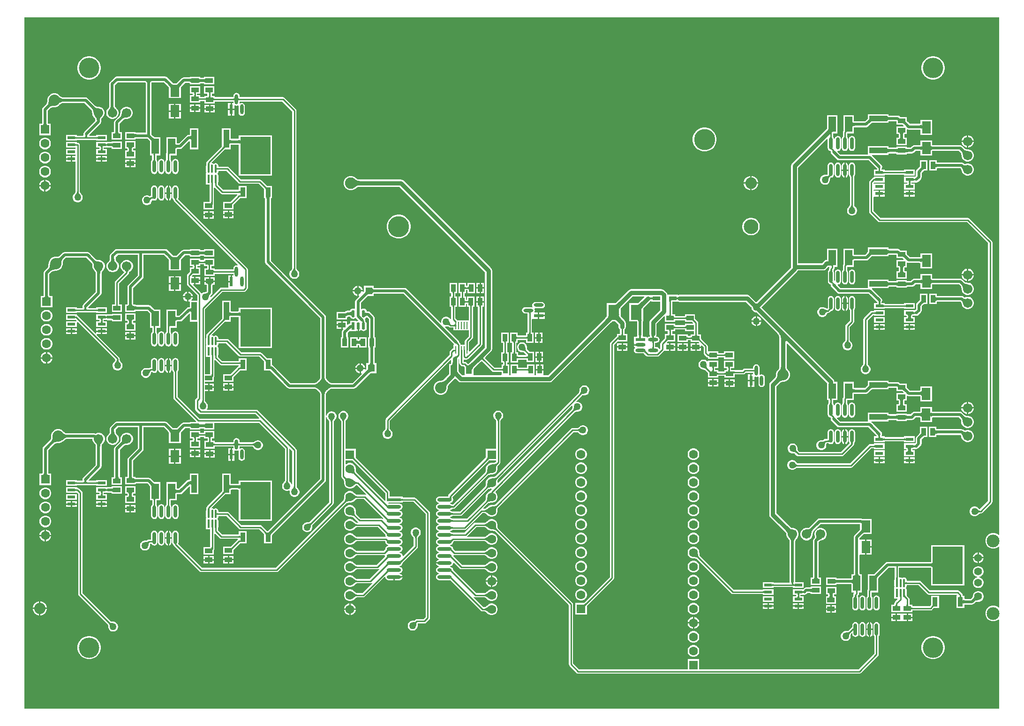
<source format=gtl>
G04*
G04 #@! TF.GenerationSoftware,Altium Limited,Altium Designer,22.2.1 (43)*
G04*
G04 Layer_Physical_Order=1*
G04 Layer_Color=255*
%FSLAX25Y25*%
%MOIN*%
G70*
G04*
G04 #@! TF.SameCoordinates,A442F040-2D2B-445B-BC8B-0DACE6EA8BBB*
G04*
G04*
G04 #@! TF.FilePolarity,Positive*
G04*
G01*
G75*
%ADD12C,0.01000*%
%ADD15C,0.02000*%
%ADD19R,0.05315X0.03347*%
%ADD20R,0.05315X0.11024*%
%ADD21R,0.06417X0.08584*%
%ADD22R,0.12795X0.04134*%
%ADD23R,0.03347X0.05315*%
%ADD24O,0.02362X0.08661*%
%ADD25R,0.05750X0.02100*%
G04:AMPARAMS|DCode=26|XSize=102.47mil|YSize=24.49mil|CornerRadius=12.25mil|HoleSize=0mil|Usage=FLASHONLY|Rotation=0.000|XOffset=0mil|YOffset=0mil|HoleType=Round|Shape=RoundedRectangle|*
%AMROUNDEDRECTD26*
21,1,0.10247,0.00000,0,0,0.0*
21,1,0.07798,0.02449,0,0,0.0*
1,1,0.02449,0.03899,0.00000*
1,1,0.02449,-0.03899,0.00000*
1,1,0.02449,-0.03899,0.00000*
1,1,0.02449,0.03899,0.00000*
%
%ADD26ROUNDEDRECTD26*%
%ADD27R,0.10247X0.02449*%
%ADD28R,0.05400X0.03000*%
%ADD29R,0.07800X0.11000*%
%ADD30R,0.07107X0.02410*%
G04:AMPARAMS|DCode=31|XSize=71.07mil|YSize=24.1mil|CornerRadius=12.05mil|HoleSize=0mil|Usage=FLASHONLY|Rotation=0.000|XOffset=0mil|YOffset=0mil|HoleType=Round|Shape=RoundedRectangle|*
%AMROUNDEDRECTD31*
21,1,0.07107,0.00000,0,0,0.0*
21,1,0.04697,0.02410,0,0,0.0*
1,1,0.02410,0.02349,0.00000*
1,1,0.02410,-0.02349,0.00000*
1,1,0.02410,-0.02349,0.00000*
1,1,0.02410,0.02349,0.00000*
%
%ADD31ROUNDEDRECTD31*%
%ADD32R,0.03740X0.06693*%
%ADD33R,0.21654X0.26772*%
G04:AMPARAMS|DCode=34|XSize=59.46mil|YSize=16.23mil|CornerRadius=8.11mil|HoleSize=0mil|Usage=FLASHONLY|Rotation=90.000|XOffset=0mil|YOffset=0mil|HoleType=Round|Shape=RoundedRectangle|*
%AMROUNDEDRECTD34*
21,1,0.05946,0.00000,0,0,90.0*
21,1,0.04324,0.01623,0,0,90.0*
1,1,0.01623,0.00000,0.02162*
1,1,0.01623,0.00000,-0.02162*
1,1,0.01623,0.00000,-0.02162*
1,1,0.01623,0.00000,0.02162*
%
%ADD34ROUNDEDRECTD34*%
%ADD35R,0.01623X0.05946*%
G04:AMPARAMS|DCode=36|XSize=70.11mil|YSize=24.1mil|CornerRadius=12.05mil|HoleSize=0mil|Usage=FLASHONLY|Rotation=90.000|XOffset=0mil|YOffset=0mil|HoleType=Round|Shape=RoundedRectangle|*
%AMROUNDEDRECTD36*
21,1,0.07011,0.00000,0,0,90.0*
21,1,0.04601,0.02410,0,0,90.0*
1,1,0.02410,0.00000,0.02301*
1,1,0.02410,0.00000,-0.02301*
1,1,0.02410,0.00000,-0.02301*
1,1,0.02410,0.00000,0.02301*
%
%ADD36ROUNDEDRECTD36*%
%ADD37R,0.02410X0.07011*%
%ADD38R,0.04134X0.12795*%
%ADD39R,0.02275X0.05269*%
G04:AMPARAMS|DCode=40|XSize=52.69mil|YSize=22.75mil|CornerRadius=11.38mil|HoleSize=0mil|Usage=FLASHONLY|Rotation=90.000|XOffset=0mil|YOffset=0mil|HoleType=Round|Shape=RoundedRectangle|*
%AMROUNDEDRECTD40*
21,1,0.05269,0.00000,0,0,90.0*
21,1,0.02993,0.02275,0,0,90.0*
1,1,0.02275,0.00000,0.01497*
1,1,0.02275,0.00000,-0.01497*
1,1,0.02275,0.00000,-0.01497*
1,1,0.02275,0.00000,0.01497*
%
%ADD40ROUNDEDRECTD40*%
G04:AMPARAMS|DCode=41|XSize=70.11mil|YSize=24.1mil|CornerRadius=12.05mil|HoleSize=0mil|Usage=FLASHONLY|Rotation=180.000|XOffset=0mil|YOffset=0mil|HoleType=Round|Shape=RoundedRectangle|*
%AMROUNDEDRECTD41*
21,1,0.07011,0.00000,0,0,180.0*
21,1,0.04601,0.02410,0,0,180.0*
1,1,0.02410,-0.02301,0.00000*
1,1,0.02410,0.02301,0.00000*
1,1,0.02410,0.02301,0.00000*
1,1,0.02410,-0.02301,0.00000*
%
%ADD41ROUNDEDRECTD41*%
%ADD42R,0.07011X0.02410*%
%ADD43R,0.04353X0.06299*%
%ADD44R,0.01100X0.05250*%
%ADD56C,0.06700*%
%ADD60C,0.05000*%
%ADD63C,0.08200*%
%ADD67C,0.03000*%
%ADD68C,0.14500*%
%ADD69C,0.06299*%
%ADD70R,0.06299X0.06299*%
%ADD71C,0.05600*%
%ADD72C,0.09100*%
%ADD73C,0.08000*%
%ADD74R,0.05118X0.05118*%
%ADD75C,0.05118*%
%ADD76C,0.15000*%
%ADD77C,0.10400*%
G36*
X696996Y127822D02*
X696534Y127630D01*
X696214Y127951D01*
X694948Y128682D01*
X693537Y129060D01*
X692075D01*
X690664Y128682D01*
X689398Y127951D01*
X688365Y126918D01*
X687634Y125652D01*
X687256Y124241D01*
Y122779D01*
X687634Y121368D01*
X688365Y120102D01*
X689398Y119069D01*
X690664Y118338D01*
X692075Y117960D01*
X693537D01*
X694948Y118338D01*
X696214Y119069D01*
X696534Y119389D01*
X696996Y119198D01*
Y76090D01*
X696534Y75898D01*
X696214Y76219D01*
X694948Y76949D01*
X693537Y77328D01*
X692075D01*
X690664Y76949D01*
X689398Y76219D01*
X688365Y75185D01*
X687634Y73920D01*
X687256Y72508D01*
Y71047D01*
X687634Y69635D01*
X688365Y68370D01*
X689398Y67336D01*
X690664Y66606D01*
X692075Y66228D01*
X693537D01*
X694948Y66606D01*
X696214Y67336D01*
X696534Y67657D01*
X696996Y67466D01*
Y3982D01*
X3995D01*
Y496027D01*
X696996D01*
Y127822D01*
D02*
G37*
%LPC*%
G36*
X650813Y468263D02*
X649188D01*
X647594Y467946D01*
X646092Y467325D01*
X644741Y466422D01*
X643592Y465273D01*
X642689Y463921D01*
X642067Y462420D01*
X641750Y460826D01*
Y459201D01*
X642067Y457607D01*
X642689Y456106D01*
X643592Y454754D01*
X644741Y453605D01*
X646092Y452702D01*
X647594Y452080D01*
X649188Y451763D01*
X650813D01*
X652407Y452080D01*
X653908Y452702D01*
X655259Y453605D01*
X656408Y454754D01*
X657311Y456106D01*
X657933Y457607D01*
X658250Y459201D01*
Y460826D01*
X657933Y462420D01*
X657311Y463921D01*
X656408Y465273D01*
X655259Y466422D01*
X653908Y467325D01*
X652407Y467946D01*
X650813Y468263D01*
D02*
G37*
G36*
X50813D02*
X49187D01*
X47594Y467946D01*
X46092Y467325D01*
X44741Y466422D01*
X43592Y465273D01*
X42689Y463921D01*
X42067Y462420D01*
X41750Y460826D01*
Y459201D01*
X42067Y457607D01*
X42689Y456106D01*
X43592Y454754D01*
X44741Y453605D01*
X46092Y452702D01*
X47594Y452080D01*
X49187Y451763D01*
X50813D01*
X52407Y452080D01*
X53908Y452702D01*
X55259Y453605D01*
X56408Y454754D01*
X57311Y456106D01*
X57933Y457607D01*
X58250Y459201D01*
Y460826D01*
X57933Y462420D01*
X57311Y463921D01*
X56408Y465273D01*
X55259Y466422D01*
X53908Y467325D01*
X52407Y467946D01*
X50813Y468263D01*
D02*
G37*
G36*
X104056Y453853D02*
X69647D01*
X68866Y453697D01*
X68205Y453255D01*
X64904Y449955D01*
X64462Y449294D01*
X64307Y448513D01*
Y432907D01*
X64289Y432776D01*
X64244Y432569D01*
X64178Y432359D01*
X64092Y432144D01*
X63984Y431923D01*
X63852Y431698D01*
X63695Y431467D01*
X63512Y431230D01*
X63287Y430970D01*
X63261Y430925D01*
X63048Y430712D01*
X62475Y429720D01*
X62179Y428614D01*
Y427468D01*
X62475Y426362D01*
X63048Y425370D01*
X63858Y424560D01*
X64850Y423987D01*
X65956Y423691D01*
X67102D01*
X68208Y423987D01*
X69200Y424560D01*
X70010Y425370D01*
X70582Y426362D01*
X70879Y427468D01*
Y428614D01*
X70582Y429720D01*
X70010Y430712D01*
X69480Y431242D01*
X69437Y431302D01*
X69197Y431527D01*
X69009Y431728D01*
X68849Y431927D01*
X68714Y432124D01*
X68605Y432318D01*
X68518Y432510D01*
X68451Y432702D01*
X68405Y432896D01*
X68385Y433031D01*
Y447669D01*
X70491Y449774D01*
X89566D01*
X89746Y449743D01*
X89892Y449694D01*
X89988Y449642D01*
X90053Y449589D01*
X90106Y449524D01*
X90158Y449428D01*
X90207Y449282D01*
X90238Y449102D01*
Y413870D01*
X83452D01*
X83321Y413875D01*
X83092Y413901D01*
X82979Y413921D01*
Y414504D01*
X82005D01*
X81967Y414512D01*
X81928Y414504D01*
X75664D01*
Y409158D01*
X81928D01*
X81967Y409151D01*
X82005Y409158D01*
X82979D01*
Y409742D01*
X83078Y409760D01*
X83472Y409792D01*
X91524D01*
X92611Y408706D01*
X92948Y408343D01*
X93186Y408046D01*
X93366Y407786D01*
X93387Y407750D01*
Y407011D01*
X93379Y406973D01*
X93387Y406935D01*
Y397790D01*
X94824D01*
Y394759D01*
X94818Y394652D01*
X94814Y394622D01*
X94781Y394600D01*
X94299Y393878D01*
X94129Y393027D01*
Y386728D01*
X94299Y385877D01*
X94781Y385155D01*
X95502Y384673D01*
X96353Y384504D01*
X97204Y384673D01*
X97926Y385155D01*
X98408Y385877D01*
X98577Y386728D01*
Y393027D01*
X98408Y393878D01*
X97926Y394600D01*
X97898Y394618D01*
X97883Y394795D01*
Y397790D01*
X100702D01*
Y410814D01*
X97266D01*
X97227Y410821D01*
X97189Y410814D01*
X96451D01*
X96415Y410834D01*
X96166Y411007D01*
X95588Y411496D01*
X94317Y412768D01*
Y449102D01*
X94349Y449282D01*
X94397Y449428D01*
X94449Y449524D01*
X94502Y449589D01*
X94567Y449642D01*
X94664Y449694D01*
X94809Y449743D01*
X94989Y449774D01*
X103211D01*
X105988Y446997D01*
X106325Y446635D01*
X106565Y446336D01*
X106747Y446075D01*
X106762Y446049D01*
Y438523D01*
X115179D01*
Y446049D01*
X115193Y446075D01*
X115368Y446324D01*
X115859Y446904D01*
X118205Y449250D01*
X121098D01*
X121241Y449238D01*
X121455Y449204D01*
X121608Y449164D01*
X121633Y449154D01*
Y448313D01*
X122607D01*
X122645Y448306D01*
X122683Y448313D01*
X122738D01*
X122755Y448312D01*
X122760Y448313D01*
X127898D01*
X127936Y448306D01*
X127974Y448313D01*
X128948D01*
Y448897D01*
X129047Y448915D01*
X129441Y448947D01*
X131249D01*
X131380Y448943D01*
X131609Y448917D01*
X131723Y448897D01*
Y448313D01*
X132697D01*
X132735Y448306D01*
X132773Y448313D01*
X139038D01*
Y453660D01*
X132773D01*
X132735Y453667D01*
X132697Y453660D01*
X131723D01*
Y453076D01*
X131623Y453058D01*
X131230Y453026D01*
X129421D01*
X129290Y453030D01*
X129061Y453056D01*
X128948Y453076D01*
Y453660D01*
X127974D01*
X127936Y453667D01*
X127898Y453660D01*
X122683D01*
X122645Y453667D01*
X122607Y453660D01*
X122556D01*
X122536Y453661D01*
X122530Y453660D01*
X121633D01*
Y453362D01*
X121194Y453329D01*
X117361D01*
X116580Y453173D01*
X115919Y452731D01*
X113065Y449877D01*
X112706Y449544D01*
X112407Y449304D01*
X112146Y449122D01*
X112121Y449107D01*
X109819D01*
X109794Y449122D01*
X109545Y449296D01*
X108967Y449786D01*
X105498Y453255D01*
X104836Y453697D01*
X104056Y453853D01*
D02*
G37*
G36*
X139038Y447164D02*
X131723D01*
Y441817D01*
X134152D01*
Y440106D01*
X132024D01*
Y439414D01*
X128948D01*
Y440558D01*
X126820D01*
Y441817D01*
X128948D01*
Y447164D01*
X121633D01*
Y441817D01*
X123761D01*
Y440558D01*
X121633D01*
Y435211D01*
X128948D01*
Y436355D01*
X132024D01*
Y434760D01*
X139339D01*
Y436149D01*
X152521D01*
Y435378D01*
X152241Y435036D01*
X151529D01*
Y431031D01*
X153234D01*
Y433221D01*
X153675Y433457D01*
X153909Y433300D01*
X154770Y433129D01*
X155630Y433300D01*
X155878Y433466D01*
X156328Y433165D01*
X156261Y432831D01*
Y428230D01*
X156432Y427369D01*
X156920Y426640D01*
X157649Y426153D01*
X158510Y425982D01*
X159370Y426153D01*
X160099Y426640D01*
X160587Y427369D01*
X160758Y428230D01*
Y432831D01*
X160587Y433691D01*
X160099Y434421D01*
X159370Y434908D01*
X158510Y435079D01*
X157649Y434908D01*
X157401Y434742D01*
X156951Y435043D01*
X157018Y435378D01*
Y436149D01*
X187263D01*
X194323Y429089D01*
Y317241D01*
X194311Y317181D01*
X194280Y317077D01*
X194228Y316951D01*
X194153Y316804D01*
X194054Y316638D01*
X193935Y316466D01*
X193587Y316038D01*
X193376Y315809D01*
X193336Y315743D01*
X193131Y315538D01*
X192671Y314740D01*
X192432Y313850D01*
Y312929D01*
X192671Y312038D01*
X193131Y311240D01*
X193783Y310589D01*
X194581Y310128D01*
X195471Y309889D01*
X196393D01*
X197283Y310128D01*
X198081Y310589D01*
X198733Y311240D01*
X199193Y312038D01*
X199432Y312929D01*
Y313850D01*
X199193Y314740D01*
X198733Y315538D01*
X198386Y315885D01*
X198330Y315965D01*
X198105Y316181D01*
X197924Y316372D01*
X197770Y316551D01*
X197645Y316717D01*
X197546Y316868D01*
X197473Y317003D01*
X197423Y317118D01*
X197393Y317214D01*
X197382Y317273D01*
Y429722D01*
X197265Y430308D01*
X196934Y430804D01*
X188978Y438760D01*
X188482Y439091D01*
X187897Y439208D01*
X157018D01*
Y439979D01*
X156846Y440839D01*
X156359Y441568D01*
X155630Y442056D01*
X154770Y442227D01*
X153909Y442056D01*
X153180Y441568D01*
X152692Y440839D01*
X152521Y439979D01*
Y439208D01*
X139339D01*
Y440106D01*
X137211D01*
Y441817D01*
X139038D01*
Y447164D01*
D02*
G37*
G36*
X128948Y434062D02*
X125790D01*
Y431888D01*
X128948D01*
Y434062D01*
D02*
G37*
G36*
X124790D02*
X121633D01*
Y431888D01*
X124790D01*
Y434062D01*
D02*
G37*
G36*
X139339Y433610D02*
X136181D01*
Y431437D01*
X139339D01*
Y433610D01*
D02*
G37*
G36*
X135181D02*
X132024D01*
Y431437D01*
X135181D01*
Y433610D01*
D02*
G37*
G36*
X150529Y435036D02*
X148824D01*
Y431031D01*
X150529D01*
Y435036D01*
D02*
G37*
G36*
X115179Y434484D02*
X111470D01*
Y429692D01*
X115179D01*
Y434484D01*
D02*
G37*
G36*
X110470D02*
X106762D01*
Y429692D01*
X110470D01*
Y434484D01*
D02*
G37*
G36*
X128948Y430889D02*
X125790D01*
Y428715D01*
X128948D01*
Y430889D01*
D02*
G37*
G36*
X124790D02*
X121633D01*
Y428715D01*
X124790D01*
Y430889D01*
D02*
G37*
G36*
X139339Y430437D02*
X136181D01*
Y428264D01*
X139339D01*
Y430437D01*
D02*
G37*
G36*
X135181D02*
X132024D01*
Y428264D01*
X135181D01*
Y430437D01*
D02*
G37*
G36*
X153234Y430030D02*
X151529D01*
Y426025D01*
X153234D01*
Y430030D01*
D02*
G37*
G36*
X150529D02*
X148824D01*
Y426025D01*
X150529D01*
Y430030D01*
D02*
G37*
G36*
X115179Y428692D02*
X111470D01*
Y423900D01*
X115179D01*
Y428692D01*
D02*
G37*
G36*
X110470D02*
X106762D01*
Y423900D01*
X110470D01*
Y428692D01*
D02*
G37*
G36*
X618409Y427144D02*
X603614D01*
Y424068D01*
X603600Y424043D01*
X603425Y423794D01*
X602935Y423216D01*
X601642Y421923D01*
X594230D01*
X594080Y421936D01*
X593866Y421971D01*
X593714Y422012D01*
X593689Y422022D01*
Y426396D01*
X586374D01*
Y415535D01*
X586278Y415439D01*
X585946Y414943D01*
X585830Y414358D01*
Y411115D01*
X585823Y411008D01*
X585820Y410978D01*
X585787Y410955D01*
X585305Y410234D01*
X585136Y409383D01*
Y403084D01*
X585305Y402233D01*
X585787Y401511D01*
X586508Y401029D01*
X587359Y400860D01*
X588210Y401029D01*
X588932Y401511D01*
X589414Y402233D01*
X589583Y403084D01*
Y409383D01*
X589414Y410234D01*
X588932Y410955D01*
X588904Y410974D01*
X588889Y411151D01*
Y413372D01*
X593689D01*
Y417745D01*
X593714Y417755D01*
X593866Y417796D01*
X594080Y417831D01*
X594230Y417844D01*
X602487D01*
X603267Y418000D01*
X603929Y418442D01*
X605725Y420237D01*
X606087Y420574D01*
X606386Y420814D01*
X606647Y420996D01*
X606672Y421010D01*
X618409D01*
Y421939D01*
X618435Y421949D01*
X618587Y421990D01*
X618801Y422025D01*
X618950Y422038D01*
X623968D01*
X623976Y422030D01*
Y419567D01*
X628233D01*
X628259Y419553D01*
X628508Y419378D01*
X629052Y418918D01*
X629048Y418765D01*
X628904Y418418D01*
X623976D01*
Y413071D01*
X625507D01*
X625517Y413046D01*
X625558Y412894D01*
X625594Y412679D01*
X625607Y412530D01*
Y410893D01*
X625594Y410746D01*
X625558Y410534D01*
X625518Y410384D01*
X625504Y410349D01*
X624000D01*
Y405003D01*
X631315D01*
Y410349D01*
X629788D01*
X629774Y410384D01*
X629733Y410534D01*
X629698Y410746D01*
X629685Y410893D01*
Y412530D01*
X629698Y412679D01*
X629734Y412894D01*
X629774Y413046D01*
X629785Y413071D01*
X631291D01*
Y416166D01*
X631732Y416402D01*
X631914Y416280D01*
X632695Y416125D01*
X640456D01*
X640606Y416112D01*
X640820Y416076D01*
X640972Y416036D01*
X640997Y416025D01*
Y412335D01*
X649415D01*
Y422919D01*
X640997D01*
Y420303D01*
X640972Y420293D01*
X640820Y420252D01*
X640606Y420216D01*
X640456Y420203D01*
X633539D01*
X632061Y421681D01*
X631728Y422040D01*
X631488Y422339D01*
X631306Y422600D01*
X631291Y422625D01*
Y424914D01*
X626860D01*
X626255Y425519D01*
X625593Y425961D01*
X624813Y426117D01*
X618950D01*
X618801Y426130D01*
X618587Y426165D01*
X618435Y426206D01*
X618409Y426216D01*
Y427144D01*
D02*
G37*
G36*
X25901Y442067D02*
X24585D01*
X23313Y441726D01*
X22173Y441068D01*
X21242Y440137D01*
X20584Y438997D01*
X20243Y437725D01*
Y437131D01*
X20224Y437041D01*
X20217Y436577D01*
X20190Y436170D01*
X20143Y435796D01*
X20078Y435455D01*
X19996Y435147D01*
X19898Y434872D01*
X19786Y434629D01*
X19662Y434414D01*
X19549Y434256D01*
X17215Y431923D01*
X16773Y431261D01*
X16618Y430481D01*
Y420915D01*
X16605Y420766D01*
X16570Y420552D01*
X16529Y420400D01*
X16519Y420374D01*
X14508D01*
Y412075D01*
X22807D01*
Y420374D01*
X20796D01*
X20786Y420400D01*
X20745Y420552D01*
X20710Y420766D01*
X20697Y420915D01*
Y429636D01*
X22433Y431373D01*
X22590Y431486D01*
X22805Y431610D01*
X23049Y431722D01*
X23324Y431819D01*
X23631Y431902D01*
X23957Y431964D01*
X24768Y432041D01*
X25217Y432047D01*
X25308Y432067D01*
X25901D01*
X27173Y432407D01*
X28313Y433066D01*
X28733Y433485D01*
X28810Y433536D01*
X29143Y433859D01*
X29450Y434128D01*
X29748Y434360D01*
X30035Y434554D01*
X30310Y434713D01*
X30574Y434839D01*
X30825Y434932D01*
X31065Y434996D01*
X31256Y435028D01*
X46659D01*
X51598Y430089D01*
X51680Y429981D01*
X51789Y429806D01*
X51884Y429617D01*
X51967Y429411D01*
X52036Y429187D01*
X52091Y428943D01*
X52130Y428678D01*
X52153Y428392D01*
X52160Y428055D01*
X52179Y427967D01*
Y427468D01*
X52475Y426362D01*
X53048Y425370D01*
X53401Y425017D01*
X53449Y424942D01*
X53683Y424699D01*
X53869Y424480D01*
X54028Y424265D01*
X54162Y424054D01*
X54272Y423846D01*
X54359Y423643D01*
X54425Y423441D01*
X54471Y423241D01*
X54490Y423106D01*
Y422435D01*
X46520Y414466D01*
X46078Y413804D01*
X45923Y413024D01*
X46071Y412283D01*
X46065Y412222D01*
X45785Y411783D01*
X41339D01*
Y412304D01*
X33588D01*
Y408204D01*
X41339D01*
Y408724D01*
X55038D01*
Y408204D01*
X62788D01*
Y412304D01*
X55038D01*
Y411783D01*
X50259D01*
X50067Y412245D01*
X57971Y420149D01*
X58413Y420810D01*
X58568Y421591D01*
Y423106D01*
X58587Y423241D01*
X58633Y423441D01*
X58699Y423643D01*
X58786Y423846D01*
X58896Y424054D01*
X59030Y424265D01*
X59189Y424480D01*
X59375Y424699D01*
X59609Y424942D01*
X59657Y425017D01*
X60010Y425370D01*
X60583Y426362D01*
X60879Y427468D01*
Y428614D01*
X60583Y429720D01*
X60010Y430712D01*
X59200Y431522D01*
X58208Y432095D01*
X57102Y432391D01*
X56603D01*
X56515Y432410D01*
X56178Y432417D01*
X55892Y432440D01*
X55627Y432479D01*
X55383Y432534D01*
X55159Y432603D01*
X54953Y432686D01*
X54764Y432782D01*
X54589Y432891D01*
X54482Y432972D01*
X48945Y438509D01*
X48284Y438951D01*
X47503Y439106D01*
X31256D01*
X31064Y439137D01*
X30825Y439201D01*
X30574Y439294D01*
X30310Y439420D01*
X30035Y439579D01*
X29760Y439765D01*
X29133Y440284D01*
X28810Y440598D01*
X28733Y440648D01*
X28313Y441068D01*
X27173Y441726D01*
X25901Y442067D01*
D02*
G37*
G36*
X77102Y432391D02*
X75956D01*
X74850Y432095D01*
X73858Y431522D01*
X73048Y430712D01*
X72475Y429720D01*
X72179Y428614D01*
Y428115D01*
X72160Y428027D01*
X72153Y427690D01*
X72130Y427404D01*
X72091Y427139D01*
X72036Y426895D01*
X71967Y426671D01*
X71884Y426465D01*
X71789Y426276D01*
X71680Y426101D01*
X71598Y425994D01*
X68283Y422679D01*
X67841Y422017D01*
X67685Y421237D01*
Y414854D01*
X67672Y414707D01*
X67637Y414495D01*
X67597Y414345D01*
X67582Y414310D01*
X66141D01*
Y408964D01*
X73456D01*
Y414310D01*
X71867D01*
X71852Y414345D01*
X71812Y414495D01*
X71777Y414707D01*
X71764Y414854D01*
Y420392D01*
X74481Y423110D01*
X74590Y423192D01*
X74764Y423301D01*
X74953Y423396D01*
X75159Y423479D01*
X75383Y423548D01*
X75627Y423603D01*
X75892Y423642D01*
X76178Y423665D01*
X76515Y423672D01*
X76603Y423691D01*
X77102D01*
X78208Y423987D01*
X79200Y424560D01*
X80010Y425370D01*
X80582Y426362D01*
X80879Y427468D01*
Y428614D01*
X80582Y429720D01*
X80010Y430712D01*
X79200Y431522D01*
X78208Y432095D01*
X77102Y432391D01*
D02*
G37*
G36*
X675130Y412094D02*
X675057D01*
Y408244D01*
X678907D01*
Y408316D01*
X678611Y409423D01*
X678038Y410415D01*
X677228Y411225D01*
X676236Y411797D01*
X675130Y412094D01*
D02*
G37*
G36*
X674057D02*
X673984D01*
X672878Y411797D01*
X671886Y411225D01*
X671076Y410415D01*
X670504Y409423D01*
X670207Y408316D01*
Y408244D01*
X674057D01*
Y412094D01*
D02*
G37*
G36*
X67153Y407822D02*
X67115Y407814D01*
X66141D01*
Y407340D01*
X66066Y407329D01*
X65711Y407305D01*
X63192D01*
X62866Y407240D01*
X62788Y407304D01*
Y407304D01*
X55038D01*
Y403204D01*
X57384D01*
Y402304D01*
X55038D01*
Y398204D01*
X62788D01*
Y402304D01*
X60443D01*
Y403204D01*
X62788D01*
Y403204D01*
X62890Y403287D01*
X63192Y403227D01*
X65667D01*
X65771Y403220D01*
X66001Y403190D01*
X66141Y403160D01*
Y402468D01*
X67115D01*
X67153Y402460D01*
X67191Y402468D01*
X73456D01*
Y407814D01*
X67191D01*
X67153Y407822D01*
D02*
G37*
G36*
X127783Y416970D02*
X121649D01*
Y412502D01*
X121563Y412481D01*
X121365Y412451D01*
X121264Y412443D01*
X120814D01*
X120033Y412287D01*
X119372Y411845D01*
X113867Y406341D01*
X112857D01*
X112708Y406354D01*
X112494Y406389D01*
X112342Y406430D01*
X112316Y406440D01*
Y410814D01*
X105001D01*
Y399818D01*
X104940Y399727D01*
X104824Y399142D01*
Y394759D01*
X104817Y394652D01*
X104814Y394622D01*
X104781Y394600D01*
X104299Y393878D01*
X104129Y393027D01*
Y386728D01*
X104299Y385877D01*
X104781Y385155D01*
X105502Y384673D01*
X106353Y384504D01*
X107204Y384673D01*
X107926Y385155D01*
X108408Y385877D01*
X108577Y386728D01*
Y393027D01*
X108408Y393878D01*
X107926Y394600D01*
X107898Y394618D01*
X107883Y394795D01*
Y397790D01*
X112316D01*
Y402163D01*
X112341Y402173D01*
X112494Y402214D01*
X112708Y402249D01*
X112857Y402262D01*
X114712D01*
X115492Y402418D01*
X116154Y402860D01*
X121149Y407855D01*
X121649Y407648D01*
Y402175D01*
X127783D01*
Y416970D01*
D02*
G37*
G36*
X678907Y407244D02*
X675057D01*
Y403394D01*
X675130D01*
X676236Y403690D01*
X677228Y404263D01*
X678038Y405073D01*
X678611Y406065D01*
X678907Y407171D01*
Y407244D01*
D02*
G37*
G36*
X674057D02*
X670207D01*
Y407171D01*
X670504Y406065D01*
X671076Y405073D01*
X671886Y404263D01*
X672878Y403690D01*
X673984Y403394D01*
X674057D01*
Y407244D01*
D02*
G37*
G36*
X19204Y410374D02*
X18111D01*
X17056Y410092D01*
X16109Y409545D01*
X15337Y408773D01*
X14791Y407827D01*
X14508Y406771D01*
Y405679D01*
X14791Y404623D01*
X15337Y403677D01*
X16109Y402904D01*
X17056Y402358D01*
X18111Y402075D01*
X19204D01*
X20259Y402358D01*
X21205Y402904D01*
X21978Y403677D01*
X22524Y404623D01*
X22807Y405679D01*
Y406771D01*
X22524Y407827D01*
X21978Y408773D01*
X21205Y409545D01*
X20259Y410092D01*
X19204Y410374D01*
D02*
G37*
G36*
X592359Y411607D02*
X591508Y411437D01*
X590787Y410955D01*
X590305Y410234D01*
X590135Y409383D01*
Y403084D01*
X590305Y402233D01*
X590787Y401511D01*
X591508Y401029D01*
X592359Y400860D01*
X593210Y401029D01*
X593932Y401511D01*
X594414Y402233D01*
X594583Y403084D01*
Y409383D01*
X594414Y410234D01*
X593932Y410955D01*
X593210Y411437D01*
X592359Y411607D01*
D02*
G37*
G36*
X488396Y417557D02*
X486722D01*
X485079Y417231D01*
X483533Y416590D01*
X482140Y415660D01*
X480957Y414476D01*
X480026Y413084D01*
X479386Y411537D01*
X479059Y409895D01*
Y408220D01*
X479386Y406578D01*
X480026Y405031D01*
X480957Y403639D01*
X482140Y402455D01*
X483533Y401525D01*
X485079Y400884D01*
X486722Y400558D01*
X488396D01*
X490038Y400884D01*
X491585Y401525D01*
X492977Y402455D01*
X494161Y403639D01*
X495091Y405031D01*
X495732Y406578D01*
X496059Y408220D01*
Y409895D01*
X495732Y411537D01*
X495091Y413084D01*
X494161Y414476D01*
X492977Y415660D01*
X491585Y416590D01*
X490038Y417231D01*
X488396Y417557D01*
D02*
G37*
G36*
X82979Y408008D02*
X75664D01*
Y402662D01*
X77134D01*
X77144Y402637D01*
X77185Y402485D01*
X77220Y402270D01*
X77233Y402121D01*
Y401736D01*
X77220Y401589D01*
X77185Y401377D01*
X77145Y401227D01*
X77130Y401192D01*
X75567D01*
Y395845D01*
X82882D01*
Y401192D01*
X81415D01*
X81400Y401227D01*
X81360Y401377D01*
X81325Y401589D01*
X81312Y401736D01*
Y402121D01*
X81325Y402270D01*
X81360Y402485D01*
X81401Y402637D01*
X81411Y402662D01*
X82979D01*
Y408008D01*
D02*
G37*
G36*
X62788Y397304D02*
X59413D01*
Y395754D01*
X62788D01*
Y397304D01*
D02*
G37*
G36*
X58413D02*
X55038D01*
Y395754D01*
X58413D01*
Y397304D01*
D02*
G37*
G36*
X36963D02*
X33588D01*
Y395754D01*
X36963D01*
Y397304D01*
D02*
G37*
G36*
X62788Y394754D02*
X59413D01*
Y393204D01*
X62788D01*
Y394754D01*
D02*
G37*
G36*
X58413D02*
X55038D01*
Y393204D01*
X58413D01*
Y394754D01*
D02*
G37*
G36*
X36963D02*
X33588D01*
Y393204D01*
X36963D01*
Y394754D01*
D02*
G37*
G36*
X82882Y394696D02*
X79724D01*
Y392523D01*
X82882D01*
Y394696D01*
D02*
G37*
G36*
X78724D02*
X75567D01*
Y392523D01*
X78724D01*
Y394696D01*
D02*
G37*
G36*
X19204Y400374D02*
X18111D01*
X17056Y400092D01*
X16109Y399545D01*
X15337Y398773D01*
X14791Y397827D01*
X14508Y396771D01*
Y395678D01*
X14791Y394623D01*
X15337Y393677D01*
X16109Y392904D01*
X17056Y392358D01*
X18111Y392075D01*
X19204D01*
X20259Y392358D01*
X21205Y392904D01*
X21978Y393677D01*
X22524Y394623D01*
X22807Y395678D01*
Y396771D01*
X22524Y397827D01*
X21978Y398773D01*
X21205Y399545D01*
X20259Y400092D01*
X19204Y400374D01*
D02*
G37*
G36*
X82882Y391523D02*
X79724D01*
Y389349D01*
X82882D01*
Y391523D01*
D02*
G37*
G36*
X78724D02*
X75567D01*
Y389349D01*
X78724D01*
Y391523D01*
D02*
G37*
G36*
X587859Y392610D02*
Y387836D01*
X589583D01*
Y390485D01*
X589414Y391336D01*
X588932Y392058D01*
X588210Y392540D01*
X587859Y392610D01*
D02*
G37*
G36*
X586859D02*
X586508Y392540D01*
X585787Y392058D01*
X585305Y391336D01*
X585136Y390485D01*
Y387836D01*
X586859D01*
Y392610D01*
D02*
G37*
G36*
X111353Y395251D02*
X110502Y395082D01*
X109781Y394600D01*
X109299Y393878D01*
X109129Y393027D01*
Y386728D01*
X109299Y385877D01*
X109781Y385155D01*
X110502Y384673D01*
X111353Y384504D01*
X112204Y384673D01*
X112926Y385155D01*
X113408Y385877D01*
X113577Y386728D01*
Y393027D01*
X113408Y393878D01*
X112926Y394600D01*
X112204Y395082D01*
X111353Y395251D01*
D02*
G37*
G36*
X101353D02*
X100502Y395082D01*
X99781Y394600D01*
X99299Y393878D01*
X99129Y393027D01*
Y386728D01*
X99299Y385877D01*
X99781Y385155D01*
X100502Y384673D01*
X101353Y384504D01*
X102204Y384673D01*
X102926Y385155D01*
X103408Y385877D01*
X103577Y386728D01*
Y393027D01*
X103408Y393878D01*
X102926Y394600D01*
X102204Y395082D01*
X101353Y395251D01*
D02*
G37*
G36*
X577359Y392709D02*
X576508Y392540D01*
X575787Y392058D01*
X575305Y391336D01*
X575136Y390485D01*
Y384345D01*
X574975Y384153D01*
X574972Y384151D01*
X574922Y384117D01*
X574835Y384072D01*
X574721Y384028D01*
X574578Y383987D01*
X574406Y383953D01*
X574218Y383930D01*
X573701Y383913D01*
X573408Y383925D01*
X573320Y383911D01*
X572746D01*
X571855Y383673D01*
X571057Y383212D01*
X570406Y382560D01*
X569945Y381762D01*
X569706Y380872D01*
Y379950D01*
X569945Y379060D01*
X570406Y378262D01*
X571057Y377611D01*
X571855Y377150D01*
X572746Y376911D01*
X573667D01*
X574557Y377150D01*
X575355Y377611D01*
X576007Y378262D01*
X576468Y379060D01*
X576706Y379950D01*
Y380182D01*
X576722Y380240D01*
X576741Y380556D01*
X576809Y381111D01*
X576851Y381322D01*
X576901Y381513D01*
X576955Y381673D01*
X577009Y381802D01*
X577062Y381899D01*
X577092Y381942D01*
X577143Y381988D01*
X577161Y382002D01*
X577359Y381962D01*
X578210Y382132D01*
X578932Y382614D01*
X579414Y383335D01*
X579583Y384186D01*
Y390485D01*
X579414Y391336D01*
X578932Y392058D01*
X578210Y392540D01*
X577359Y392709D01*
D02*
G37*
G36*
X652515Y394238D02*
X647168D01*
Y386923D01*
X652515D01*
Y388439D01*
X652549Y388453D01*
X652699Y388493D01*
X652911Y388528D01*
X653059Y388542D01*
X669579D01*
X669677Y388418D01*
X669816Y388222D01*
X669932Y388035D01*
X670026Y387858D01*
X670100Y387691D01*
X670154Y387534D01*
X670192Y387388D01*
X670207Y387295D01*
Y387171D01*
X670504Y386065D01*
X671076Y385073D01*
X671886Y384263D01*
X672878Y383690D01*
X673984Y383394D01*
X675130D01*
X676236Y383690D01*
X677228Y384263D01*
X678038Y385073D01*
X678611Y386065D01*
X678907Y387171D01*
Y388316D01*
X678611Y389423D01*
X678038Y390415D01*
X677228Y391225D01*
X676236Y391797D01*
X675130Y392094D01*
X673984D01*
X672878Y391797D01*
X672748Y391722D01*
X672644Y391681D01*
X672569Y391663D01*
X672507Y391656D01*
X672449Y391658D01*
X672389Y391668D01*
X672318Y391691D01*
X672231Y391732D01*
X672127Y391796D01*
X672080Y391833D01*
X671890Y392023D01*
X671479Y392298D01*
X671228Y392465D01*
X671228D01*
X671228Y392465D01*
X670788Y392552D01*
X670448Y392620D01*
X653059D01*
X652911Y392633D01*
X652699Y392668D01*
X652549Y392709D01*
X652515Y392723D01*
Y394238D01*
D02*
G37*
G36*
X582074Y426396D02*
X574759D01*
Y418665D01*
X574752Y418626D01*
X574759Y418588D01*
Y417320D01*
X574654Y417135D01*
X574368Y416724D01*
X573605Y415822D01*
X549785Y392003D01*
X549233Y391176D01*
X549039Y390200D01*
Y318483D01*
Y317943D01*
X524492Y293396D01*
X524379Y293305D01*
X524157Y293498D01*
X519817Y297838D01*
X518991Y298391D01*
X518015Y298585D01*
X469684D01*
X469098Y298468D01*
X468598Y298512D01*
X468598Y298512D01*
X468598Y298512D01*
X461525D01*
X461184Y298537D01*
X460973Y298919D01*
X460956Y299006D01*
X460853Y299523D01*
X460853Y299523D01*
X460853Y299523D01*
X460587Y299921D01*
X460300Y300350D01*
X460300Y300350D01*
X460300Y300350D01*
X458836Y301814D01*
X458406Y302101D01*
X458009Y302367D01*
X458009Y302367D01*
X458009Y302367D01*
X457491Y302469D01*
X457033Y302561D01*
X435403D01*
X434427Y302367D01*
X433601Y301814D01*
X425632Y293846D01*
X425069Y293323D01*
X424594Y292942D01*
X424170Y292646D01*
X423997Y292547D01*
X418138D01*
Y284840D01*
X418130Y284801D01*
X418138Y284763D01*
Y283494D01*
X418033Y283310D01*
X417746Y282899D01*
X416984Y281997D01*
X376266Y241280D01*
X373437D01*
X373049Y241551D01*
X373049Y241780D01*
Y244709D01*
X370376D01*
Y245209D01*
D01*
Y244709D01*
X367703D01*
Y241780D01*
X367703Y241551D01*
X367315Y241280D01*
X366941D01*
X366553Y241551D01*
X366553Y241780D01*
Y248866D01*
X361207D01*
Y246738D01*
X355032D01*
Y248867D01*
X349686D01*
Y241780D01*
X349686Y241552D01*
X349299Y241280D01*
X348924D01*
X348536Y241552D01*
Y248867D01*
X347221D01*
Y250370D01*
X348365D01*
Y257685D01*
X347221D01*
Y264272D01*
X348281D01*
Y271587D01*
X342935D01*
Y264272D01*
X344162D01*
Y257685D01*
X343018D01*
Y250370D01*
X344162D01*
Y248867D01*
X343190D01*
Y246739D01*
X338137D01*
X332226Y252650D01*
X331853Y253040D01*
X331380Y253594D01*
X331486Y253779D01*
X331667Y254039D01*
X331905Y254337D01*
X332062Y254505D01*
X335796Y258240D01*
X336349Y259067D01*
X336543Y260043D01*
Y315801D01*
X336349Y316776D01*
X335796Y317603D01*
X273540Y379860D01*
X272713Y380412D01*
X271737Y380607D01*
X241850D01*
X241707Y380622D01*
X241418Y380676D01*
X241143Y380750D01*
X240882Y380844D01*
X240632Y380959D01*
X240391Y381095D01*
X240159Y381254D01*
X239934Y381435D01*
X239687Y381668D01*
X239615Y381714D01*
X239190Y382138D01*
X238027Y382810D01*
X236730Y383157D01*
X235387D01*
X234090Y382810D01*
X232927Y382138D01*
X231978Y381189D01*
X231306Y380026D01*
X230959Y378729D01*
Y377386D01*
X231306Y376089D01*
X231978Y374926D01*
X232927Y373976D01*
X234090Y373305D01*
X235387Y372957D01*
X236730D01*
X238027Y373305D01*
X239190Y373976D01*
X239615Y374401D01*
X239687Y374447D01*
X239934Y374680D01*
X240159Y374861D01*
X240391Y375020D01*
X240632Y375156D01*
X240882Y375271D01*
X241143Y375365D01*
X241418Y375439D01*
X241707Y375493D01*
X241850Y375508D01*
X270682D01*
X331445Y314745D01*
Y261098D01*
X326530Y256183D01*
X321009Y250662D01*
X320444Y250138D01*
X319970Y249758D01*
X319547Y249464D01*
X319371Y249364D01*
X319345Y249359D01*
X319204D01*
X318541Y249938D01*
X318160Y250319D01*
X317664Y250651D01*
X317078Y250767D01*
X316197D01*
Y252266D01*
X316607Y252550D01*
X316697Y252532D01*
X317272Y252418D01*
X318427D01*
X319012Y252534D01*
X319509Y252866D01*
X329060Y262418D01*
X329392Y262914D01*
X329508Y263499D01*
Y289957D01*
X330652D01*
Y293115D01*
X327979D01*
X325306D01*
Y289957D01*
X326449D01*
Y264133D01*
X320585Y258268D01*
X320123Y258460D01*
Y263015D01*
X320103D01*
Y264923D01*
X322564Y267384D01*
X322896Y267881D01*
X323012Y268466D01*
Y289957D01*
X324156D01*
Y297272D01*
X318810D01*
Y295142D01*
X318129D01*
Y297270D01*
X316986D01*
Y299753D01*
X318075D01*
Y301881D01*
X318827D01*
Y299831D01*
X324173D01*
Y307146D01*
X318827D01*
Y304940D01*
X318075D01*
Y307068D01*
X312729D01*
Y299753D01*
X313927D01*
Y297270D01*
X312783D01*
Y289955D01*
X318129D01*
Y292084D01*
X318810D01*
Y289957D01*
X319953D01*
Y280465D01*
X311771D01*
X311699Y280572D01*
X310490Y281781D01*
Y289955D01*
X311633D01*
Y297270D01*
X310490D01*
Y299753D01*
X311579D01*
Y307068D01*
X306233D01*
Y299753D01*
X307431D01*
Y297270D01*
X306287D01*
Y289955D01*
X307431D01*
Y281148D01*
X306955Y280979D01*
X306593Y281605D01*
X305942Y282257D01*
X305143Y282718D01*
X304253Y282956D01*
X303332D01*
X302442Y282718D01*
X301643Y282257D01*
X300992Y281605D01*
X300531Y280807D01*
X300292Y279917D01*
Y279079D01*
X299880Y278785D01*
X275871Y302794D01*
X275871Y302794D01*
X275209Y303236D01*
X274429Y303391D01*
X252992D01*
X252842Y303404D01*
X252628Y303440D01*
X252476Y303481D01*
X252450Y303491D01*
Y304911D01*
X245332D01*
Y301672D01*
X245325Y301634D01*
X245332Y301595D01*
Y300857D01*
X245312Y300821D01*
X245139Y300572D01*
X244951Y300351D01*
X244497Y300588D01*
X244568Y300852D01*
X241517D01*
Y297801D01*
X241835Y297886D01*
X242094Y297438D01*
X239726Y295070D01*
X239284Y294409D01*
X239128Y293628D01*
Y288775D01*
X238687Y288539D01*
X238501Y288664D01*
X237667Y288830D01*
X236833Y288664D01*
X236126Y288192D01*
X235653Y287485D01*
X235616Y287296D01*
X235592Y287287D01*
X235418Y287244D01*
X235180Y287207D01*
X235013Y287193D01*
X233529D01*
X232749Y287038D01*
X232087Y286596D01*
X231846Y286355D01*
X230450D01*
X230253Y286315D01*
X226119D01*
Y280969D01*
X233434D01*
Y282424D01*
X233471Y282432D01*
X234133Y282874D01*
X234374Y283115D01*
X235013D01*
X235180Y283101D01*
X235418Y283064D01*
X235592Y283020D01*
X235616Y283011D01*
X235653Y282823D01*
X236126Y282116D01*
X236833Y281643D01*
X237667Y281477D01*
X238501Y281643D01*
X238985Y281966D01*
X239625Y281908D01*
X239726Y281757D01*
X240313Y281365D01*
X241173Y280504D01*
X241009Y279962D01*
X240573Y279875D01*
X240305Y279696D01*
X239805Y279963D01*
Y279999D01*
X235529D01*
Y278150D01*
X235055Y278056D01*
X234394Y277614D01*
X233896Y277116D01*
X233434Y277308D01*
Y279819D01*
X230277D01*
Y277146D01*
Y274473D01*
X230599D01*
X230791Y274011D01*
X230351Y273571D01*
X229909Y272910D01*
X229754Y272129D01*
Y268891D01*
X229749Y268760D01*
X229724Y268531D01*
X229703Y268417D01*
X229120D01*
Y267443D01*
X229112Y267405D01*
X229120Y267367D01*
Y261102D01*
X234466D01*
Y267367D01*
X234474Y267405D01*
X234466Y267443D01*
Y268417D01*
X233882D01*
X233865Y268517D01*
X233832Y268910D01*
Y271285D01*
X235095Y272547D01*
X235529Y272730D01*
Y272730D01*
X235529Y272730D01*
X239805D01*
Y272766D01*
X240305Y273034D01*
X240573Y272854D01*
X240907Y272788D01*
Y276365D01*
X241907D01*
Y272788D01*
X242241Y272854D01*
X242948Y273327D01*
X243027Y273445D01*
X243527D01*
X243606Y273327D01*
X244313Y272854D01*
X245147Y272688D01*
X245981Y272854D01*
X246688Y273327D01*
X247161Y274034D01*
X247327Y274868D01*
Y277861D01*
X247161Y278696D01*
X246688Y279403D01*
X246432Y279573D01*
Y279659D01*
X246335Y280148D01*
X246355Y280246D01*
X246199Y281027D01*
X246088Y281193D01*
X246263Y281832D01*
X246688Y282116D01*
X246783Y282258D01*
X246810Y282288D01*
X246872Y282343D01*
X246952Y282398D01*
X247056Y282453D01*
X247187Y282506D01*
X247347Y282554D01*
X247537Y282595D01*
X247595Y282604D01*
X248991Y281207D01*
Y268951D01*
X248987Y268820D01*
X248961Y268591D01*
X248941Y268478D01*
X248358D01*
Y267504D01*
X248350Y267466D01*
X248358Y267427D01*
Y262213D01*
X248350Y262175D01*
X248358Y262136D01*
Y261163D01*
X248775D01*
X248812Y260698D01*
Y250391D01*
X248799Y250241D01*
X248763Y250027D01*
X248723Y249875D01*
X248712Y249850D01*
X247113D01*
Y246610D01*
X247105Y246572D01*
X247113Y246534D01*
Y245795D01*
X247092Y245760D01*
X246919Y245511D01*
X246732Y245289D01*
X246278Y245527D01*
X246348Y245791D01*
X243298D01*
Y242740D01*
X243615Y242825D01*
X243874Y242377D01*
X237305Y235808D01*
X222365D01*
X222173Y235839D01*
X221933Y235904D01*
X221682Y235997D01*
X221419Y236122D01*
X221143Y236282D01*
X220868Y236468D01*
X220241Y236987D01*
X219918Y237300D01*
X219896Y237314D01*
X219882Y237336D01*
X219559Y237669D01*
X219290Y237976D01*
X219058Y238274D01*
X218864Y238561D01*
X218704Y238837D01*
X218579Y239100D01*
X218485Y239351D01*
X218421Y239591D01*
X218390Y239783D01*
Y282795D01*
X218235Y283576D01*
X217793Y284237D01*
X179233Y322797D01*
Y366854D01*
X179242Y366976D01*
X179274Y367200D01*
X179310Y367355D01*
X180064D01*
Y368329D01*
X180072Y368367D01*
X180064Y368405D01*
Y376048D01*
X176788D01*
X176750Y376056D01*
X176712Y376048D01*
X176525D01*
X176276Y376259D01*
X172387Y380148D01*
X171890Y380480D01*
X171305Y380596D01*
X158037D01*
X149364Y389269D01*
X148867Y389601D01*
X148282Y389718D01*
X141893D01*
Y390350D01*
X141753Y391056D01*
X141352Y391656D01*
X140753Y392056D01*
X140047Y392197D01*
X139340Y392056D01*
X138767Y391673D01*
X138194Y392056D01*
X137487Y392197D01*
X137296Y392159D01*
X137049Y392619D01*
X146362Y401932D01*
X146523Y402082D01*
X146639Y402175D01*
X150617D01*
Y405330D01*
X150652Y405345D01*
X150802Y405385D01*
X151014Y405420D01*
X151162Y405433D01*
X155810D01*
X155960Y405420D01*
X156174Y405385D01*
X156326Y405344D01*
X156351Y405334D01*
Y383300D01*
X180005D01*
Y412072D01*
X156351D01*
Y409611D01*
X156326Y409601D01*
X156174Y409560D01*
X155960Y409525D01*
X155810Y409512D01*
X151162D01*
X151014Y409525D01*
X150802Y409560D01*
X150652Y409600D01*
X150617Y409615D01*
Y416970D01*
X144483D01*
Y404417D01*
X144274Y404169D01*
X133847Y393742D01*
X133516Y393246D01*
X133399Y392661D01*
Y391678D01*
X133377Y391451D01*
X133364Y391373D01*
X133349Y391304D01*
X133335Y391255D01*
X133324Y391226D01*
X133320Y391218D01*
X133298Y391180D01*
X133290Y391158D01*
X133222Y391056D01*
X133180Y390846D01*
X133166Y390805D01*
X133168Y390781D01*
X133082Y390350D01*
Y386026D01*
X133173Y385567D01*
X133117Y385067D01*
X133117Y385067D01*
X133117Y385067D01*
Y377121D01*
X135736D01*
Y364660D01*
X131451D01*
Y359313D01*
X138766D01*
Y363012D01*
X138795Y363160D01*
Y374753D01*
X139295Y374960D01*
X143634Y370620D01*
X144131Y370289D01*
X144716Y370172D01*
X155248D01*
X155455Y369672D01*
X150825Y365042D01*
X150664Y364893D01*
X150544Y364796D01*
X150539Y364793D01*
X150351D01*
X150313Y364801D01*
X150274Y364793D01*
X145424D01*
Y359447D01*
X152739D01*
Y362329D01*
X152746Y362367D01*
X152739Y362405D01*
Y362592D01*
X152950Y362841D01*
X157435Y367326D01*
X157792D01*
X157940Y367355D01*
X162033D01*
Y376048D01*
X156292D01*
Y373231D01*
X145349D01*
X141576Y377005D01*
Y377604D01*
X141598Y377832D01*
X141611Y377909D01*
X141626Y377978D01*
X141640Y378027D01*
X141651Y378056D01*
X141655Y378064D01*
X141677Y378102D01*
X141685Y378125D01*
X141753Y378226D01*
X141795Y378437D01*
X141809Y378477D01*
X141807Y378501D01*
X141893Y378932D01*
Y383256D01*
X141753Y383963D01*
X141352Y384562D01*
Y384720D01*
X141753Y385320D01*
X141893Y386026D01*
Y386659D01*
X147649D01*
X156322Y377985D01*
X156818Y377654D01*
X157403Y377537D01*
X170672D01*
X174074Y374135D01*
X174224Y373974D01*
X174320Y373853D01*
X174324Y373848D01*
Y373660D01*
X174316Y373622D01*
X174324Y373584D01*
Y368405D01*
X174316Y368367D01*
X174324Y368329D01*
Y367355D01*
X175078D01*
X175113Y367200D01*
X175145Y366976D01*
X175155Y366854D01*
Y321953D01*
X175310Y321172D01*
X175752Y320511D01*
X214312Y281951D01*
Y239783D01*
X214281Y239591D01*
X214217Y239351D01*
X214123Y239100D01*
X213998Y238837D01*
X213839Y238561D01*
X213652Y238286D01*
X213133Y237659D01*
X212820Y237336D01*
X212806Y237314D01*
X212784Y237300D01*
X212451Y236977D01*
X212144Y236708D01*
X211846Y236476D01*
X211559Y236281D01*
X211283Y236122D01*
X211020Y235997D01*
X210769Y235904D01*
X210529Y235839D01*
X210337Y235808D01*
X193314D01*
X181001Y248121D01*
X180339Y248563D01*
X180083Y248614D01*
Y253372D01*
X176807D01*
X176769Y253379D01*
X176731Y253372D01*
X176544D01*
X176295Y253583D01*
X172719Y257159D01*
X172222Y257490D01*
X171637Y257607D01*
X158183D01*
X149196Y266593D01*
X148700Y266925D01*
X148115Y267041D01*
X141912D01*
Y267673D01*
X141771Y268380D01*
X141371Y268979D01*
X140772Y269380D01*
X140065Y269520D01*
X139358Y269380D01*
X138786Y268997D01*
X138213Y269380D01*
X137506Y269520D01*
X137366Y269492D01*
X137120Y269953D01*
X146420Y279254D01*
X146580Y279402D01*
X146700Y279498D01*
X150636D01*
Y282654D01*
X150671Y282668D01*
X150821Y282709D01*
X151033Y282744D01*
X151180Y282757D01*
X155829D01*
X155978Y282744D01*
X156193Y282708D01*
X156345Y282668D01*
X156370Y282657D01*
Y260624D01*
X180024D01*
Y289395D01*
X156370D01*
Y286935D01*
X156345Y286925D01*
X156193Y286884D01*
X155978Y286848D01*
X155829Y286835D01*
X151180D01*
X151033Y286848D01*
X150821Y286884D01*
X150671Y286924D01*
X150636Y286938D01*
Y294294D01*
X144502D01*
Y281698D01*
X144295Y281454D01*
X133907Y271066D01*
X133575Y270570D01*
X133459Y269985D01*
Y269061D01*
X133433Y268834D01*
X133419Y268760D01*
X133401Y268690D01*
X133383Y268634D01*
X133367Y268593D01*
X133354Y268567D01*
X133321Y268512D01*
X133312Y268486D01*
X133241Y268380D01*
X133201Y268179D01*
X133186Y268138D01*
X133187Y268111D01*
X133100Y267673D01*
Y263350D01*
X133192Y262891D01*
X133136Y262391D01*
X133136Y262391D01*
X133136Y262391D01*
Y254445D01*
X135977D01*
Y241983D01*
X132430D01*
Y288413D01*
X144634Y300617D01*
X160000D01*
X160585Y300733D01*
X161082Y301065D01*
X162381Y302365D01*
X162713Y302861D01*
X162829Y303446D01*
Y316546D01*
X162713Y317131D01*
X162381Y317628D01*
X113257Y366753D01*
X113408Y366979D01*
X113577Y367830D01*
Y374129D01*
X113408Y374980D01*
X112926Y375702D01*
X112204Y376184D01*
X111353Y376353D01*
X110502Y376184D01*
X109781Y375702D01*
X109299Y374980D01*
X109129Y374129D01*
Y367830D01*
X109299Y366979D01*
X109781Y366258D01*
X109885Y366188D01*
X109940Y365908D01*
X110272Y365411D01*
X155681Y320003D01*
X155666Y319886D01*
X155114Y319486D01*
X154788Y319550D01*
X153928Y319379D01*
X153198Y318892D01*
X152711Y318163D01*
X152540Y317302D01*
Y316531D01*
X139358D01*
Y317429D01*
X136928D01*
Y319141D01*
X139056D01*
Y324487D01*
X131741D01*
Y323343D01*
X128966D01*
Y324487D01*
X121651D01*
Y319141D01*
X123779D01*
Y317881D01*
X121651D01*
Y314856D01*
X121648Y314851D01*
X121437Y314602D01*
X120019Y313183D01*
X119687Y312687D01*
X119571Y312102D01*
Y306246D01*
X119687Y305661D01*
X120019Y305165D01*
X126871Y298313D01*
Y294294D01*
X122900D01*
X122693Y294794D01*
X123050Y295151D01*
X123511Y295949D01*
X123739Y296800D01*
X120750D01*
Y293811D01*
X121168Y293923D01*
X121668Y293539D01*
Y289826D01*
X121582Y289805D01*
X121384Y289774D01*
X121283Y289766D01*
X120832D01*
X120052Y289611D01*
X119390Y289169D01*
X113886Y283664D01*
X112876D01*
X112726Y283678D01*
X112512Y283713D01*
X112360Y283754D01*
X112335Y283764D01*
Y288137D01*
X105020D01*
Y277142D01*
X104959Y277051D01*
X104842Y276466D01*
Y272082D01*
X104836Y271975D01*
X104833Y271945D01*
X104799Y271923D01*
X104317Y271201D01*
X104148Y270351D01*
Y264051D01*
X104317Y263200D01*
X104799Y262479D01*
X105521Y261997D01*
X106372Y261827D01*
X107223Y261997D01*
X107944Y262479D01*
X108426Y263200D01*
X108596Y264051D01*
Y270351D01*
X108426Y271201D01*
X107944Y271923D01*
X107916Y271942D01*
X107901Y272119D01*
Y275114D01*
X112335D01*
Y279486D01*
X112360Y279497D01*
X112512Y279538D01*
X112726Y279573D01*
X112876Y279586D01*
X114730D01*
X115511Y279741D01*
X116172Y280183D01*
X121168Y285179D01*
X121668Y284972D01*
Y279498D01*
X126871D01*
Y225380D01*
X125819Y224327D01*
X125487Y223831D01*
X125371Y223246D01*
Y217546D01*
X125487Y216961D01*
X125819Y216465D01*
X128119Y214165D01*
X128615Y213833D01*
X129200Y213717D01*
X168167D01*
X170908Y210976D01*
X170701Y210475D01*
X128443D01*
X112901Y226018D01*
Y243422D01*
X112908Y243529D01*
X112911Y243559D01*
X112944Y243581D01*
X113426Y244303D01*
X113596Y245154D01*
Y251453D01*
X113426Y252304D01*
X112944Y253025D01*
X112223Y253507D01*
X111372Y253677D01*
X110521Y253507D01*
X109799Y253025D01*
X109317Y252304D01*
X109148Y251453D01*
Y245154D01*
X109317Y244303D01*
X109799Y243581D01*
X109827Y243562D01*
X109843Y243385D01*
Y225384D01*
X109959Y224799D01*
X110290Y224303D01*
X126053Y208540D01*
X125862Y208078D01*
X122698D01*
X122660Y208086D01*
X122621Y208078D01*
X122571D01*
X122551Y208080D01*
X122545Y208078D01*
X121648D01*
Y207781D01*
X121209Y207747D01*
X117376D01*
X116595Y207592D01*
X115934Y207150D01*
X113080Y204296D01*
X112721Y203962D01*
X112422Y203723D01*
X112161Y203540D01*
X112136Y203526D01*
X109834D01*
X109809Y203540D01*
X109559Y203715D01*
X108981Y204205D01*
X105512Y207674D01*
X104851Y208116D01*
X104070Y208271D01*
X69661D01*
X68881Y208116D01*
X68219Y207674D01*
X65371Y204825D01*
X64929Y204163D01*
X64773Y203383D01*
Y200979D01*
X64755Y200845D01*
X64709Y200645D01*
X64643Y200443D01*
X64556Y200240D01*
X64446Y200032D01*
X64312Y199821D01*
X64153Y199606D01*
X63967Y199387D01*
X63733Y199144D01*
X63685Y199069D01*
X63332Y198716D01*
X62759Y197724D01*
X62463Y196618D01*
Y195472D01*
X62759Y194366D01*
X63332Y193374D01*
X64142Y192564D01*
X65134Y191991D01*
X66240Y191695D01*
X67385D01*
X68492Y191991D01*
X69484Y192564D01*
X70294Y193374D01*
X70866Y194366D01*
X71163Y195472D01*
Y196618D01*
X70866Y197724D01*
X70294Y198716D01*
X69941Y199069D01*
X69892Y199144D01*
X69659Y199387D01*
X69473Y199606D01*
X69313Y199821D01*
X69180Y200032D01*
X69070Y200240D01*
X68983Y200443D01*
X68917Y200645D01*
X68870Y200845D01*
X68852Y200979D01*
Y202538D01*
X70506Y204192D01*
X84670D01*
Y189509D01*
X77894Y182733D01*
X77452Y182071D01*
X77297Y181291D01*
Y169467D01*
X77284Y169320D01*
X77248Y169108D01*
X77208Y168958D01*
X77194Y168923D01*
X75678D01*
Y163576D01*
X81943D01*
X81981Y163569D01*
X82020Y163576D01*
X82993D01*
Y164160D01*
X83093Y164178D01*
X83486Y164210D01*
X91539D01*
X92625Y163125D01*
X92962Y162762D01*
X93200Y162464D01*
X93381Y162204D01*
X93402Y162168D01*
Y161430D01*
X93394Y161391D01*
X93402Y161353D01*
Y152208D01*
X94839D01*
Y149177D01*
X94832Y149070D01*
X94829Y149040D01*
X94796Y149018D01*
X94314Y148296D01*
X94144Y147445D01*
Y141146D01*
X94314Y140295D01*
X94796Y139574D01*
X95517Y139092D01*
X96368Y138922D01*
X97219Y139092D01*
X97941Y139574D01*
X98423Y140295D01*
X98592Y141146D01*
Y147445D01*
X98423Y148296D01*
X97941Y149018D01*
X97913Y149037D01*
X97897Y149214D01*
Y152208D01*
X100717D01*
Y165232D01*
X97280D01*
X97242Y165240D01*
X97204Y165232D01*
X96466D01*
X96430Y165252D01*
X96181Y165425D01*
X95604Y165914D01*
X93826Y167692D01*
X93164Y168134D01*
X92384Y168289D01*
X83467D01*
X83336Y168294D01*
X83107Y168319D01*
X82993Y168339D01*
Y168923D01*
X82020D01*
X81981Y168930D01*
X81943Y168923D01*
X81478D01*
X81464Y168958D01*
X81423Y169108D01*
X81388Y169320D01*
X81375Y169467D01*
Y180446D01*
X88151Y187222D01*
X88593Y187884D01*
X88748Y188664D01*
Y204192D01*
X103226D01*
X106004Y201414D01*
X106340Y201053D01*
X106580Y200754D01*
X106762Y200493D01*
X106776Y200468D01*
Y192942D01*
X115194D01*
Y200468D01*
X115208Y200493D01*
X115383Y200743D01*
X115874Y201322D01*
X118220Y203669D01*
X121113D01*
X121255Y203657D01*
X121470Y203622D01*
X121623Y203582D01*
X121648Y203573D01*
Y202732D01*
X122621D01*
X122660Y202724D01*
X122698Y202732D01*
X122752D01*
X122770Y202730D01*
X122775Y202732D01*
X127912D01*
X127951Y202724D01*
X127989Y202732D01*
X128963D01*
Y203315D01*
X129062Y203333D01*
X129455Y203366D01*
X131264D01*
X131395Y203361D01*
X131624Y203336D01*
X131738Y203315D01*
Y202732D01*
X132711D01*
X132750Y202724D01*
X132788Y202732D01*
X139053D01*
Y207417D01*
X170767D01*
X189171Y189013D01*
Y166315D01*
X189159Y166256D01*
X189128Y166156D01*
X189077Y166035D01*
X189003Y165894D01*
X188904Y165736D01*
X188786Y165572D01*
X188435Y165163D01*
X188222Y164945D01*
X188170Y164866D01*
X187899Y164595D01*
X187439Y163797D01*
X187200Y162907D01*
Y161985D01*
X187439Y161095D01*
X187899Y160297D01*
X188551Y159645D01*
X189349Y159185D01*
X190239Y158946D01*
X191161D01*
X192051Y159185D01*
X192168Y159252D01*
X192565Y158948D01*
X192500Y158707D01*
Y157785D01*
X192739Y156895D01*
X193199Y156097D01*
X193851Y155445D01*
X194649Y154985D01*
X195539Y154746D01*
X196461D01*
X197351Y154985D01*
X198149Y155445D01*
X198801Y156097D01*
X199262Y156895D01*
X199500Y157785D01*
Y158707D01*
X199262Y159597D01*
X198801Y160395D01*
X198538Y160658D01*
X198493Y160730D01*
X198068Y161182D01*
X197922Y161361D01*
X197796Y161536D01*
X197697Y161694D01*
X197623Y161835D01*
X197572Y161956D01*
X197541Y162056D01*
X197529Y162116D01*
Y188046D01*
X197413Y188631D01*
X197081Y189128D01*
X169881Y216328D01*
X169385Y216659D01*
X168800Y216775D01*
X134034D01*
X133801Y217276D01*
X134162Y217900D01*
X134400Y218790D01*
Y219712D01*
X134162Y220602D01*
X133701Y221400D01*
X133438Y221663D01*
X133393Y221735D01*
X132968Y222187D01*
X132822Y222366D01*
X132696Y222541D01*
X132597Y222699D01*
X132523Y222840D01*
X132472Y222961D01*
X132441Y223061D01*
X132430Y223120D01*
Y230141D01*
X134627D01*
Y232814D01*
Y235487D01*
X132430D01*
Y236637D01*
X138784D01*
Y239918D01*
X138919Y240120D01*
X139035Y240705D01*
Y252024D01*
X139497Y252215D01*
X142836Y248876D01*
X143332Y248545D01*
X143917Y248428D01*
X156311D01*
Y247607D01*
X156234Y247592D01*
X155738Y247260D01*
X150844Y242366D01*
X150683Y242217D01*
X150562Y242120D01*
X150557Y242116D01*
X150369D01*
X150331Y242124D01*
X150293Y242116D01*
X145442D01*
Y236770D01*
X152757D01*
Y239652D01*
X152765Y239690D01*
X152757Y239728D01*
Y239915D01*
X152968Y240164D01*
X157453Y244649D01*
X157811D01*
X157959Y244679D01*
X158114D01*
X158311Y244639D01*
X158509Y244679D01*
X162051D01*
Y253372D01*
X156311D01*
Y251487D01*
X144551D01*
X141595Y254444D01*
Y254928D01*
X141617Y255155D01*
X141630Y255233D01*
X141645Y255302D01*
X141659Y255351D01*
X141670Y255380D01*
X141673Y255387D01*
X141696Y255425D01*
X141704Y255448D01*
X141771Y255549D01*
X141813Y255760D01*
X141827Y255801D01*
X141826Y255825D01*
X141912Y256256D01*
Y260580D01*
X141771Y261286D01*
X141371Y261885D01*
Y262044D01*
X141771Y262643D01*
X141912Y263350D01*
Y263982D01*
X147482D01*
X156468Y254996D01*
X156964Y254664D01*
X157549Y254548D01*
X171004D01*
X174093Y251458D01*
X174242Y251297D01*
X174339Y251177D01*
X174343Y251172D01*
Y250984D01*
X174335Y250945D01*
X174343Y250907D01*
Y244679D01*
X177885D01*
X178082Y244639D01*
X178083Y244639D01*
X178083Y244639D01*
X178714D01*
X191027Y232327D01*
X191689Y231885D01*
X192469Y231730D01*
X210337D01*
X210529Y231699D01*
X210769Y231635D01*
X211020Y231541D01*
X211283Y231416D01*
X211559Y231257D01*
X211834Y231070D01*
X212461Y230551D01*
X212784Y230238D01*
X212806Y230224D01*
X212820Y230202D01*
X213143Y229869D01*
X213412Y229562D01*
X213644Y229264D01*
X213839Y228977D01*
X213998Y228701D01*
X214123Y228438D01*
X214217Y228187D01*
X214281Y227947D01*
X214312Y227755D01*
Y167583D01*
X177971Y131243D01*
X177609Y130906D01*
X177311Y130668D01*
X177051Y130487D01*
X177015Y130466D01*
X176803D01*
X176765Y130474D01*
X176727Y130466D01*
X176540D01*
X176291Y130677D01*
X172768Y134200D01*
X172272Y134531D01*
X171687Y134648D01*
X158360D01*
X149320Y143688D01*
X148824Y144019D01*
X148238Y144136D01*
X141908D01*
Y144768D01*
X141768Y145475D01*
X141367Y146074D01*
X140768Y146474D01*
X140061Y146615D01*
X139355Y146474D01*
X138782Y146092D01*
X138209Y146474D01*
X137502Y146615D01*
X137311Y146577D01*
X137064Y147038D01*
X146377Y156350D01*
X146538Y156500D01*
X146654Y156593D01*
X150632D01*
Y159749D01*
X150667Y159763D01*
X150817Y159803D01*
X151029Y159839D01*
X151176Y159852D01*
X155825D01*
X155975Y159839D01*
X156189Y159803D01*
X156341Y159762D01*
X156366Y159752D01*
Y137718D01*
X180020D01*
Y166490D01*
X156366D01*
Y164030D01*
X156341Y164019D01*
X156189Y163979D01*
X155974Y163943D01*
X155825Y163930D01*
X151176D01*
X151029Y163943D01*
X150817Y163978D01*
X150667Y164019D01*
X150632Y164033D01*
Y171388D01*
X144498D01*
Y158835D01*
X144289Y158588D01*
X133862Y148161D01*
X133530Y147665D01*
X133414Y147080D01*
Y146096D01*
X133391Y145869D01*
X133379Y145792D01*
X133363Y145723D01*
X133349Y145674D01*
X133339Y145645D01*
X133335Y145637D01*
X133313Y145599D01*
X133305Y145576D01*
X133237Y145475D01*
X133195Y145264D01*
X133181Y145224D01*
X133182Y145199D01*
X133097Y144768D01*
Y140445D01*
X133188Y139986D01*
X133132Y139486D01*
X133132Y139486D01*
X133132Y139486D01*
Y131540D01*
X135973D01*
Y119078D01*
X131465D01*
Y113732D01*
X138780D01*
Y117013D01*
X138915Y117215D01*
X139032Y117800D01*
Y128461D01*
X139494Y128653D01*
X142801Y125345D01*
X143297Y125014D01*
X143882Y124897D01*
X155646D01*
X155798Y124397D01*
X155734Y124355D01*
X150840Y119461D01*
X150679Y119311D01*
X150559Y119215D01*
X150554Y119211D01*
X150365D01*
X150327Y119219D01*
X150289Y119211D01*
X145439D01*
Y113865D01*
X152754D01*
Y116747D01*
X152761Y116785D01*
X152754Y116823D01*
Y117010D01*
X152964Y117259D01*
X157449Y121744D01*
X157807D01*
X157955Y121774D01*
X162047D01*
Y130466D01*
X156307D01*
Y127956D01*
X144516D01*
X141591Y130881D01*
Y132023D01*
X141613Y132250D01*
X141626Y132327D01*
X141641Y132396D01*
X141655Y132446D01*
X141666Y132475D01*
X141669Y132482D01*
X141692Y132520D01*
X141700Y132543D01*
X141768Y132644D01*
X141809Y132855D01*
X141824Y132896D01*
X141822Y132920D01*
X141908Y133351D01*
Y137674D01*
X141768Y138381D01*
X141367Y138980D01*
Y139139D01*
X141768Y139738D01*
X141908Y140445D01*
Y141077D01*
X147605D01*
X156645Y132037D01*
X157141Y131705D01*
X157727Y131589D01*
X171053D01*
X174089Y128553D01*
X174239Y128392D01*
X174335Y128272D01*
X174339Y128267D01*
Y128078D01*
X174331Y128040D01*
X174339Y128002D01*
Y121774D01*
X180079D01*
Y126588D01*
X180086Y126626D01*
X180079Y126664D01*
Y127403D01*
X180099Y127439D01*
X180272Y127687D01*
X180762Y128266D01*
X217793Y165297D01*
X217793Y165297D01*
X218235Y165958D01*
X218390Y166739D01*
Y211436D01*
X218890Y211502D01*
X219085Y210776D01*
X219546Y209978D01*
X219809Y209715D01*
X219853Y209643D01*
X220278Y209191D01*
X220424Y209012D01*
X220550Y208837D01*
X220650Y208679D01*
X220724Y208538D01*
X220775Y208417D01*
X220805Y208317D01*
X220817Y208257D01*
Y151042D01*
X206720Y136945D01*
X206669Y136911D01*
X206577Y136862D01*
X206455Y136812D01*
X206304Y136765D01*
X206121Y136724D01*
X205922Y136691D01*
X205385Y136650D01*
X205080Y136647D01*
X204987Y136627D01*
X204604D01*
X203714Y136389D01*
X202916Y135928D01*
X202264Y135276D01*
X201803Y134478D01*
X201565Y133588D01*
Y132667D01*
X201803Y131776D01*
X202264Y130978D01*
X202916Y130327D01*
X203714Y129866D01*
X204604Y129628D01*
X205526D01*
X206416Y129866D01*
X207214Y130327D01*
X207866Y130978D01*
X208327Y131776D01*
X208565Y132667D01*
Y133039D01*
X208584Y133121D01*
X208603Y133741D01*
X208627Y133971D01*
X208661Y134184D01*
X208703Y134366D01*
X208750Y134518D01*
X208800Y134639D01*
X208848Y134732D01*
X208882Y134782D01*
X223428Y149327D01*
X223759Y149823D01*
X223876Y150409D01*
Y208257D01*
X223887Y208317D01*
X223918Y208417D01*
X223969Y208538D01*
X224043Y208679D01*
X224142Y208837D01*
X224261Y209001D01*
X224611Y209410D01*
X224824Y209628D01*
X224876Y209707D01*
X225147Y209978D01*
X225608Y210776D01*
X225846Y211666D01*
Y212588D01*
X225608Y213478D01*
X225147Y214276D01*
X224495Y214928D01*
X223697Y215388D01*
X222807Y215627D01*
X221885D01*
X220995Y215388D01*
X220197Y214928D01*
X219546Y214276D01*
X219085Y213478D01*
X218890Y212752D01*
X218390Y212818D01*
Y227755D01*
X218421Y227947D01*
X218485Y228187D01*
X218579Y228438D01*
X218704Y228701D01*
X218864Y228977D01*
X219050Y229252D01*
X219569Y229879D01*
X219882Y230202D01*
X219896Y230224D01*
X219918Y230238D01*
X220251Y230561D01*
X220558Y230830D01*
X220856Y231062D01*
X221143Y231257D01*
X221419Y231416D01*
X221682Y231541D01*
X221933Y231635D01*
X222173Y231699D01*
X222365Y231730D01*
X238150D01*
X238930Y231885D01*
X239592Y232327D01*
X249219Y241955D01*
X249583Y242292D01*
X249881Y242530D01*
X250141Y242711D01*
X250176Y242732D01*
X250915D01*
X250953Y242724D01*
X250991Y242732D01*
X254231D01*
Y249850D01*
X252990D01*
X252980Y249875D01*
X252939Y250027D01*
X252903Y250241D01*
X252890Y250391D01*
Y260667D01*
X252899Y260786D01*
X252931Y261011D01*
X252965Y261163D01*
X253704D01*
Y262136D01*
X253712Y262175D01*
X253704Y262213D01*
Y267427D01*
X253712Y267466D01*
X253704Y267504D01*
Y268478D01*
X253120D01*
X253102Y268577D01*
X253070Y268970D01*
Y282052D01*
X252915Y282833D01*
X252473Y283494D01*
X249851Y286115D01*
X249190Y286557D01*
X248410Y286713D01*
X247814D01*
X247655Y286726D01*
X247430Y286762D01*
X247298Y286797D01*
X247161Y287485D01*
X246688Y288192D01*
X245981Y288664D01*
X245147Y288830D01*
X244313Y288664D01*
X243707Y288259D01*
X243207Y288426D01*
Y292784D01*
X247440Y297017D01*
X247803Y297354D01*
X248100Y297592D01*
X248360Y297773D01*
X248396Y297793D01*
X249135D01*
X249173Y297785D01*
X249211Y297793D01*
X252450D01*
Y299213D01*
X252476Y299224D01*
X252628Y299264D01*
X252842Y299300D01*
X252992Y299313D01*
X273584D01*
X309382Y263515D01*
X309175Y263015D01*
X309149D01*
Y260514D01*
X309148D01*
X308563Y260397D01*
X308067Y260066D01*
X306718Y258717D01*
X306387Y258221D01*
X306270Y257636D01*
Y255701D01*
X261158Y210590D01*
X260827Y210093D01*
X260711Y209508D01*
Y203416D01*
X260699Y203356D01*
X260668Y203256D01*
X260617Y203135D01*
X260543Y202995D01*
X260444Y202836D01*
X260326Y202672D01*
X259975Y202263D01*
X259762Y202046D01*
X259710Y201966D01*
X259439Y201695D01*
X258979Y200897D01*
X258740Y200007D01*
Y199086D01*
X258979Y198195D01*
X259439Y197397D01*
X260091Y196746D01*
X260889Y196285D01*
X261779Y196046D01*
X262701D01*
X263591Y196285D01*
X264389Y196746D01*
X265041Y197397D01*
X265501Y198195D01*
X265740Y199086D01*
Y200007D01*
X265501Y200897D01*
X265041Y201695D01*
X264777Y201959D01*
X264733Y202030D01*
X264308Y202482D01*
X264162Y202661D01*
X264036Y202836D01*
X263937Y202994D01*
X263863Y203135D01*
X263812Y203256D01*
X263781Y203356D01*
X263769Y203416D01*
Y208875D01*
X307015Y252120D01*
X307477Y251929D01*
Y250658D01*
X307453Y250396D01*
X307393Y250033D01*
X307318Y249753D01*
X307238Y249558D01*
X307169Y249446D01*
X307125Y249398D01*
X307106Y249386D01*
X307085Y249378D01*
X306919Y249361D01*
X306912Y249359D01*
X305912D01*
Y244779D01*
X305863Y244533D01*
Y241943D01*
X302137Y238218D01*
X302039Y238138D01*
X301802Y237973D01*
X301564Y237834D01*
X301322Y237719D01*
X301076Y237625D01*
X300825Y237554D01*
X300566Y237503D01*
X300298Y237473D01*
X299979Y237464D01*
X299897Y237445D01*
X299311D01*
X298039Y237104D01*
X296899Y236446D01*
X295968Y235515D01*
X295310Y234375D01*
X294969Y233103D01*
Y231787D01*
X295310Y230515D01*
X295968Y229375D01*
X296899Y228444D01*
X298039Y227786D01*
X299311Y227445D01*
X300627D01*
X301899Y227786D01*
X303039Y228444D01*
X303970Y229375D01*
X304628Y230515D01*
X304969Y231787D01*
Y232372D01*
X304988Y232455D01*
X304997Y232774D01*
X305027Y233042D01*
X305078Y233301D01*
X305150Y233552D01*
X305243Y233798D01*
X305359Y234039D01*
X305498Y234278D01*
X305662Y234514D01*
X305742Y234613D01*
X310214Y239085D01*
X310655Y238844D01*
X312571Y236928D01*
X313398Y236376D01*
X314373Y236182D01*
X377322D01*
X378297Y236376D01*
X379124Y236928D01*
X420439Y278243D01*
X421004Y278768D01*
X421478Y279147D01*
X421901Y279441D01*
X422086Y279547D01*
X423354D01*
X423392Y279539D01*
X423431Y279547D01*
X423999D01*
X424197Y279431D01*
X424603Y279145D01*
X425483Y278397D01*
X426460Y277420D01*
Y275661D01*
X426654Y274686D01*
X427206Y273859D01*
X427479Y273677D01*
Y270608D01*
X425351D01*
Y269246D01*
X425007Y269016D01*
X420619Y264628D01*
X420287Y264131D01*
X420171Y263546D01*
Y97713D01*
X401949Y79491D01*
X401790Y79343D01*
X401670Y79247D01*
X395568D01*
Y70947D01*
X403867D01*
Y77047D01*
X404074Y77291D01*
X422782Y95998D01*
X423113Y96494D01*
X423230Y97080D01*
Y262913D01*
X425578Y265261D01*
X432666D01*
Y270608D01*
X430538D01*
Y273677D01*
X430811Y273859D01*
X431364Y274686D01*
X431558Y275661D01*
Y278476D01*
X431364Y279451D01*
X430811Y280278D01*
X429222Y281867D01*
X428725Y282401D01*
X428347Y282870D01*
X428053Y283288D01*
X427938Y283486D01*
Y288605D01*
X428038Y288779D01*
X428325Y289191D01*
X429089Y290093D01*
X436459Y297463D01*
X444596D01*
X444787Y297001D01*
X441632Y293846D01*
X441069Y293323D01*
X440594Y292942D01*
X440170Y292646D01*
X439997Y292547D01*
X434138D01*
Y279547D01*
X439517D01*
X439529Y279519D01*
X439569Y279367D01*
X439605Y279154D01*
X439618Y279005D01*
Y269905D01*
X439737Y269304D01*
X439432Y268804D01*
X437294D01*
Y264394D01*
X437343D01*
X437579Y263953D01*
X437422Y263719D01*
X437351Y263359D01*
X441848D01*
Y262359D01*
X437351D01*
X437422Y261998D01*
X437910Y261269D01*
X437955Y261239D01*
Y260739D01*
X437910Y260708D01*
X437422Y259979D01*
X437251Y259119D01*
X437422Y258258D01*
X437910Y257529D01*
X438639Y257041D01*
X439499Y256870D01*
X444197D01*
X444248Y256881D01*
X444393Y256759D01*
X446115Y255037D01*
X446611Y254706D01*
X447197Y254589D01*
X454081D01*
X454666Y254706D01*
X455162Y255037D01*
X458721Y258596D01*
X458767Y258664D01*
X459225Y258765D01*
X459225Y258765D01*
X462383D01*
Y261438D01*
X462883D01*
D01*
X462383D01*
Y264112D01*
X460892D01*
X460700Y264574D01*
X461144Y265018D01*
X461303Y265165D01*
X461423Y265262D01*
X466540D01*
Y270608D01*
X464542D01*
Y272798D01*
X466670D01*
Y273942D01*
X473506D01*
Y272692D01*
X479929D01*
Y270471D01*
X477801D01*
Y269357D01*
X475692D01*
Y270501D01*
X468377D01*
Y265155D01*
X475692D01*
Y266299D01*
X477801D01*
Y265125D01*
X482916D01*
X483160Y264918D01*
X483641Y264437D01*
X483450Y263975D01*
X481959D01*
Y261802D01*
X485116D01*
Y262309D01*
X485578Y262500D01*
X486841Y261237D01*
Y257124D01*
X486958Y256539D01*
X487289Y256043D01*
X488834Y254498D01*
X489330Y254167D01*
X489890Y254055D01*
Y252968D01*
X497205D01*
Y254112D01*
X501297D01*
Y252845D01*
X508612D01*
Y258191D01*
X501297D01*
Y257171D01*
X497205D01*
Y258315D01*
X489900D01*
Y261870D01*
X489784Y262455D01*
X489452Y262951D01*
X485361Y267043D01*
X485213Y267202D01*
X485116Y267322D01*
Y270471D01*
X482988D01*
Y278550D01*
X482872Y279136D01*
X482540Y279632D01*
X481066Y281106D01*
X480917Y281266D01*
X480821Y281386D01*
Y284535D01*
X473506D01*
Y283496D01*
X466670D01*
Y284640D01*
X464542D01*
Y293512D01*
X468598D01*
X468598Y293512D01*
Y293512D01*
X469098Y293604D01*
X469684Y293487D01*
X516959D01*
X520655Y289791D01*
X520806Y289606D01*
X520859Y289530D01*
X520876Y289504D01*
Y289214D01*
X521114Y288324D01*
X521575Y287526D01*
X522227Y286875D01*
X523025Y286414D01*
X523915Y286175D01*
X524204D01*
X524231Y286159D01*
X524292Y286115D01*
X524594Y285852D01*
X539421Y271025D01*
X539675Y270708D01*
X539948Y270306D01*
X540183Y269893D01*
X540381Y269466D01*
X540543Y269024D01*
X540669Y268566D01*
X540760Y268089D01*
X540805Y267685D01*
Y247237D01*
X540792Y247110D01*
X540740Y246827D01*
X540670Y246560D01*
X540581Y246307D01*
X540474Y246067D01*
X540346Y245839D01*
X540199Y245620D01*
X540031Y245409D01*
X539812Y245177D01*
X539767Y245106D01*
X539353Y244691D01*
X538694Y243551D01*
X538354Y242280D01*
Y241694D01*
X538335Y241611D01*
X538325Y241293D01*
X538296Y241024D01*
X538245Y240766D01*
X538173Y240514D01*
X538080Y240268D01*
X537964Y240027D01*
X537825Y239788D01*
X537661Y239552D01*
X537581Y239453D01*
X534313Y236186D01*
X533761Y235359D01*
X533567Y234384D01*
Y142153D01*
X533761Y141178D01*
X534313Y140351D01*
X545150Y129515D01*
X545296Y129322D01*
X545420Y129134D01*
X545520Y128957D01*
X545597Y128790D01*
X545652Y128636D01*
X545689Y128492D01*
X545709Y128357D01*
X545717Y128173D01*
X545736Y128097D01*
Y127611D01*
X546032Y126505D01*
X546605Y125513D01*
X546957Y125160D01*
X547006Y125084D01*
X547240Y124842D01*
X547426Y124623D01*
X547585Y124408D01*
X547719Y124197D01*
X547828Y123989D01*
X547915Y123785D01*
X547981Y123584D01*
X548028Y123383D01*
X548046Y123249D01*
Y94353D01*
X548120Y93985D01*
X547802Y93598D01*
X536620D01*
Y94119D01*
X528870D01*
Y90019D01*
X536620D01*
Y90539D01*
X550320D01*
Y90019D01*
X557592D01*
X557974Y90019D01*
X558253Y89595D01*
X557777Y89119D01*
X550320D01*
Y85019D01*
X552665D01*
Y84119D01*
X550320D01*
Y80019D01*
X558070D01*
Y84119D01*
X555724D01*
Y85019D01*
X558070D01*
Y85019D01*
X558186Y85114D01*
X558611Y85030D01*
X559391Y85185D01*
X560053Y85627D01*
X560607Y86181D01*
X562595D01*
X562725Y86176D01*
X562955Y86151D01*
X563068Y86131D01*
Y85547D01*
X564042D01*
X564080Y85540D01*
X564118Y85547D01*
X570383D01*
Y90894D01*
X564118D01*
X564080Y90901D01*
X564042Y90894D01*
X563068D01*
Y90310D01*
X562968Y90292D01*
X562575Y90259D01*
X559762D01*
X559762Y90259D01*
X558982Y90104D01*
X558461Y89756D01*
X558070Y90096D01*
X558070Y90479D01*
Y94119D01*
X552317D01*
X552125Y94353D01*
Y123249D01*
X552143Y123383D01*
X552189Y123584D01*
X552256Y123785D01*
X552343Y123989D01*
X552452Y124197D01*
X552586Y124408D01*
X552745Y124623D01*
X552931Y124842D01*
X553165Y125084D01*
X553214Y125160D01*
X553566Y125513D01*
X554139Y126505D01*
X554435Y127611D01*
Y128757D01*
X554139Y129863D01*
X553566Y130855D01*
X552757Y131665D01*
X551764Y132237D01*
X550658Y132534D01*
X550172D01*
X550097Y132552D01*
X549913Y132560D01*
X549778Y132581D01*
X549634Y132617D01*
X549479Y132673D01*
X549313Y132749D01*
X549135Y132849D01*
X548947Y132973D01*
X548754Y133120D01*
X538665Y143209D01*
Y233328D01*
X541185Y235848D01*
X541284Y235928D01*
X541521Y236093D01*
X541759Y236232D01*
X542001Y236348D01*
X542246Y236441D01*
X542498Y236513D01*
X542757Y236563D01*
X543025Y236593D01*
X543343Y236602D01*
X543426Y236621D01*
X544012D01*
X545284Y236962D01*
X546424Y237620D01*
X547355Y238551D01*
X548013Y239691D01*
X548354Y240963D01*
Y242280D01*
X548013Y243551D01*
X547355Y244691D01*
X546940Y245106D01*
X546895Y245177D01*
X546677Y245409D01*
X546508Y245620D01*
X546361Y245839D01*
X546234Y246067D01*
X546126Y246307D01*
X546037Y246560D01*
X545967Y246827D01*
X545916Y247110D01*
X545903Y247237D01*
Y263890D01*
X546365Y264082D01*
X548428Y262018D01*
X574659Y235788D01*
Y231334D01*
X574708Y231088D01*
Y223665D01*
X575778D01*
Y221407D01*
X575772Y221300D01*
X575768Y221270D01*
X575735Y221248D01*
X575253Y220527D01*
X575084Y219676D01*
Y213376D01*
X575253Y212526D01*
X575735Y211804D01*
X576456Y211322D01*
X576855Y211243D01*
X576859Y211241D01*
X576862Y211241D01*
X576981Y211217D01*
X577314Y211070D01*
X577345Y210674D01*
X577259Y210245D01*
X577414Y209465D01*
X577856Y208803D01*
X581718Y204942D01*
X582379Y204500D01*
X583160Y204345D01*
X603984D01*
X609962Y198367D01*
X609755Y197867D01*
X607877D01*
Y193767D01*
X615627D01*
Y194287D01*
X629327D01*
Y193767D01*
X637077D01*
Y197867D01*
X629327D01*
Y197346D01*
X615627D01*
Y197867D01*
X613690D01*
X613545Y198033D01*
X613426Y198367D01*
X613636Y198680D01*
X613791Y199461D01*
X613636Y200241D01*
X613194Y200903D01*
X606271Y207826D01*
X606057Y207969D01*
X606209Y208469D01*
X618358D01*
Y209365D01*
X618383Y209376D01*
X618535Y209416D01*
X618749Y209452D01*
X618898Y209465D01*
X623517D01*
X623591Y209460D01*
X623829Y209433D01*
X623949Y209411D01*
Y208799D01*
X624922D01*
X624961Y208792D01*
X624999Y208799D01*
X630213D01*
X630252Y208792D01*
X630290Y208799D01*
X631264D01*
Y209383D01*
X631363Y209401D01*
X631756Y209433D01*
X634856D01*
X634856Y209433D01*
X634856Y209433D01*
X635283Y209518D01*
X635637Y209589D01*
X635637Y209589D01*
X635637Y209589D01*
X636006Y209835D01*
X636298Y210031D01*
X636298Y210031D01*
X636298Y210031D01*
X637525Y211257D01*
X640405D01*
X640554Y211244D01*
X640768Y211209D01*
X640920Y211168D01*
X640946Y211157D01*
Y208004D01*
X649363D01*
Y211157D01*
X649388Y211168D01*
X649540Y211209D01*
X649755Y211244D01*
X649904Y211257D01*
X668401D01*
X669574Y210084D01*
X669656Y209976D01*
X669765Y209801D01*
X669861Y209612D01*
X669943Y209406D01*
X670012Y209182D01*
X670067Y208939D01*
X670106Y208674D01*
X670130Y208388D01*
X670136Y208051D01*
X670155Y207963D01*
Y207464D01*
X670452Y206357D01*
X671024Y205365D01*
X671834Y204556D01*
X672826Y203983D01*
X673933Y203686D01*
X675078D01*
X676184Y203983D01*
X677176Y204556D01*
X677986Y205365D01*
X678559Y206357D01*
X678855Y207464D01*
Y208609D01*
X678559Y209716D01*
X677986Y210707D01*
X677176Y211517D01*
X676184Y212090D01*
X675078Y212386D01*
X674579D01*
X674491Y212406D01*
X674154Y212412D01*
X673868Y212435D01*
X673603Y212475D01*
X673359Y212530D01*
X673135Y212599D01*
X672929Y212681D01*
X672740Y212777D01*
X672566Y212886D01*
X672458Y212968D01*
X670687Y214738D01*
X670026Y215180D01*
X669245Y215335D01*
X649904D01*
X649755Y215349D01*
X649540Y215384D01*
X649388Y215425D01*
X649363Y215435D01*
Y218588D01*
X640946D01*
Y215435D01*
X640920Y215425D01*
X640768Y215384D01*
X640554Y215349D01*
X640405Y215335D01*
X636680D01*
X636680Y215335D01*
X636680Y215335D01*
X636253Y215250D01*
X635899Y215180D01*
X635899Y215180D01*
X635899Y215180D01*
X635530Y214934D01*
X635238Y214738D01*
X635238Y214738D01*
X635238Y214738D01*
X634012Y213512D01*
X631737D01*
X631606Y213516D01*
X631377Y213542D01*
X631264Y213562D01*
Y214146D01*
X630290D01*
X630252Y214153D01*
X630213Y214146D01*
X624999D01*
X624961Y214153D01*
X624922Y214146D01*
X623949D01*
Y213590D01*
X623855Y213574D01*
X623469Y213543D01*
X618898D01*
X618749Y213556D01*
X618535Y213592D01*
X618383Y213633D01*
X618358Y213643D01*
Y214603D01*
X603562D01*
X603562Y208469D01*
X603081Y208423D01*
X584004D01*
X581655Y210773D01*
X581901Y211233D01*
X582307Y211153D01*
X583158Y211322D01*
X583880Y211804D01*
X584362Y212526D01*
X584531Y213376D01*
Y219676D01*
X584362Y220527D01*
X583880Y221248D01*
X583158Y221730D01*
X582307Y221900D01*
X581457Y221730D01*
X580735Y221248D01*
X580253Y220527D01*
X580084Y219676D01*
Y213972D01*
X579584Y213671D01*
X579531Y213698D01*
Y219676D01*
X579362Y220527D01*
X578880Y221248D01*
X578852Y221267D01*
X578837Y221444D01*
Y223665D01*
X582023D01*
Y236688D01*
X579757D01*
Y236843D01*
X579563Y237819D01*
X579010Y238646D01*
X552033Y265623D01*
X552033Y265623D01*
X545156Y272500D01*
X528096Y289559D01*
X528005Y289671D01*
X528199Y289894D01*
X553390Y315085D01*
X553943Y315912D01*
X553947Y315934D01*
X571978D01*
X572953Y316128D01*
X573780Y316681D01*
X575488Y318388D01*
X576096D01*
X576363Y317888D01*
X576234Y317694D01*
X576117Y317109D01*
Y316302D01*
X576112Y316220D01*
X575813Y316021D01*
X575331Y315299D01*
X575162Y314448D01*
Y308149D01*
X575331Y307298D01*
X575813Y306577D01*
X576535Y306095D01*
X576831Y306036D01*
X576915Y306004D01*
X577211Y305568D01*
X577366Y304788D01*
X577808Y304126D01*
X582017Y299918D01*
X582678Y299476D01*
X583459Y299320D01*
X604266D01*
X610226Y293360D01*
X610250Y293004D01*
X609908Y292639D01*
X607956D01*
Y288539D01*
X615706D01*
Y289060D01*
X629406D01*
Y288539D01*
X637156D01*
Y292639D01*
X629406D01*
Y292119D01*
X615706D01*
Y292639D01*
X613720D01*
X613717Y292642D01*
X613396Y293139D01*
X613417Y293355D01*
X613430Y293432D01*
X613715Y293859D01*
X613870Y294639D01*
X613715Y295420D01*
X613273Y296081D01*
X606612Y302741D01*
X606697Y303241D01*
X618436D01*
Y304138D01*
X618462Y304148D01*
X618614Y304189D01*
X618828Y304224D01*
X618977Y304238D01*
X623595D01*
X623669Y304233D01*
X623907Y304205D01*
X624027Y304183D01*
Y303572D01*
X625001D01*
X625039Y303564D01*
X625077Y303572D01*
X630292D01*
X630330Y303564D01*
X630368Y303572D01*
X631342D01*
Y304156D01*
X631442Y304173D01*
X631835Y304206D01*
X634935D01*
X634935Y304206D01*
X634935Y304206D01*
X635362Y304291D01*
X635715Y304361D01*
X635715Y304361D01*
X635715Y304361D01*
X636084Y304608D01*
X636377Y304803D01*
X636377Y304803D01*
X636377Y304803D01*
X637603Y306030D01*
X640483D01*
X640632Y306017D01*
X640847Y305981D01*
X640999Y305940D01*
X641024Y305930D01*
Y302777D01*
X649441D01*
Y305930D01*
X649467Y305940D01*
X649619Y305981D01*
X649833Y306017D01*
X649983Y306030D01*
X668479D01*
X669652Y304857D01*
X669734Y304749D01*
X669843Y304574D01*
X669939Y304385D01*
X670021Y304179D01*
X670090Y303955D01*
X670145Y303711D01*
X670185Y303446D01*
X670208Y303160D01*
X670214Y302823D01*
X670234Y302735D01*
Y302236D01*
X670530Y301130D01*
X671103Y300138D01*
X671913Y299328D01*
X672905Y298756D01*
X674011Y298459D01*
X675156D01*
X676263Y298756D01*
X677255Y299328D01*
X678064Y300138D01*
X678637Y301130D01*
X678934Y302236D01*
Y303382D01*
X678637Y304488D01*
X678064Y305480D01*
X677255Y306290D01*
X676263Y306863D01*
X675156Y307159D01*
X674658D01*
X674570Y307178D01*
X674233Y307185D01*
X673947Y307208D01*
X673682Y307247D01*
X673438Y307302D01*
X673214Y307371D01*
X673008Y307454D01*
X672819Y307550D01*
X672644Y307659D01*
X672536Y307740D01*
X670766Y309511D01*
X670105Y309953D01*
X670104Y309953D01*
X669324Y310108D01*
X649983D01*
X649833Y310121D01*
X649619Y310157D01*
X649467Y310197D01*
X649441Y310208D01*
Y313361D01*
X641024D01*
Y310208D01*
X640999Y310197D01*
X640847Y310157D01*
X640632Y310121D01*
X640483Y310108D01*
X636759D01*
X636758Y310108D01*
X636758Y310108D01*
X636332Y310023D01*
X635978Y309953D01*
X635978Y309953D01*
X635978Y309953D01*
X635609Y309706D01*
X635317Y309511D01*
X635317Y309511D01*
X635317Y309511D01*
X634090Y308284D01*
X631815D01*
X631685Y308289D01*
X631456Y308314D01*
X631342Y308334D01*
Y308918D01*
X630368D01*
X630330Y308926D01*
X630292Y308918D01*
X625077D01*
X625039Y308926D01*
X625001Y308918D01*
X624027D01*
Y308362D01*
X623934Y308346D01*
X623548Y308316D01*
X618977D01*
X618828Y308329D01*
X618614Y308364D01*
X618462Y308405D01*
X618436Y308416D01*
Y309375D01*
X603641D01*
Y303399D01*
X584303D01*
X582213Y305489D01*
X582468Y305942D01*
X583237Y306095D01*
X583958Y306577D01*
X584440Y307298D01*
X584610Y308149D01*
Y314448D01*
X584440Y315299D01*
X583958Y316021D01*
X583237Y316503D01*
X582386Y316672D01*
X581535Y316503D01*
X580813Y316021D01*
X580331Y315299D01*
X580162Y314448D01*
Y308649D01*
X579662Y308385D01*
X579610Y308420D01*
Y314448D01*
X579440Y315299D01*
X579285Y315532D01*
X579255Y315604D01*
X579241Y315625D01*
X579238Y315634D01*
X579226Y315673D01*
X579212Y315734D01*
X579201Y315797D01*
X579176Y316105D01*
Y316475D01*
X579525Y316825D01*
X579857Y317321D01*
X579973Y317906D01*
Y318276D01*
X579977Y318437D01*
X582101D01*
Y331461D01*
X574786D01*
Y323486D01*
X574432D01*
X573456Y323292D01*
X572629Y322740D01*
X570922Y321032D01*
X554137D01*
Y389144D01*
X574688Y409695D01*
X575149Y409449D01*
X575136Y409383D01*
Y403084D01*
X575305Y402233D01*
X575787Y401511D01*
X576508Y401029D01*
X576844Y400962D01*
X576858Y400957D01*
X577322Y400833D01*
X577203Y400233D01*
X577358Y399452D01*
X577800Y398791D01*
X581738Y394852D01*
X582400Y394410D01*
X583180Y394255D01*
X604239D01*
X610200Y388294D01*
X610223Y387939D01*
X609881Y387574D01*
X607929D01*
Y383474D01*
X615679D01*
Y383995D01*
X629379D01*
Y383474D01*
X637129D01*
Y387574D01*
X629379D01*
Y387053D01*
X615679D01*
Y387574D01*
X613693D01*
X613690Y387577D01*
X613369Y388074D01*
X613390Y388290D01*
X613403Y388367D01*
X613688Y388793D01*
X613843Y389574D01*
X613688Y390354D01*
X613246Y391016D01*
X606586Y397676D01*
X606671Y398176D01*
X618409D01*
Y399073D01*
X618435Y399083D01*
X618587Y399124D01*
X618801Y399159D01*
X618950Y399172D01*
X623568D01*
X623643Y399168D01*
X623880Y399140D01*
X624000Y399118D01*
Y398506D01*
X624974D01*
X625012Y398499D01*
X625051Y398506D01*
X630265D01*
X630303Y398499D01*
X630341Y398506D01*
X631315D01*
Y399090D01*
X631415Y399108D01*
X631808Y399141D01*
X634908D01*
X634908Y399141D01*
X634908Y399141D01*
X635335Y399225D01*
X635688Y399296D01*
X635688Y399296D01*
X635689Y399296D01*
X636058Y399542D01*
X636350Y399738D01*
X636350Y399738D01*
X636350Y399738D01*
X637576Y400964D01*
X640456D01*
X640606Y400951D01*
X640820Y400916D01*
X640972Y400875D01*
X640997Y400865D01*
Y397711D01*
X649415D01*
Y400865D01*
X649440Y400875D01*
X649592Y400916D01*
X649806Y400951D01*
X649956Y400964D01*
X668453D01*
X669626Y399791D01*
X669708Y399683D01*
X669817Y399509D01*
X669912Y399319D01*
X669995Y399114D01*
X670064Y398889D01*
X670119Y398646D01*
X670158Y398381D01*
X670181Y398095D01*
X670188Y397758D01*
X670207Y397670D01*
Y397171D01*
X670504Y396065D01*
X671076Y395073D01*
X671886Y394263D01*
X672878Y393690D01*
X673984Y393394D01*
X675130D01*
X676236Y393690D01*
X677228Y394263D01*
X678038Y395073D01*
X678611Y396065D01*
X678907Y397171D01*
Y398316D01*
X678611Y399423D01*
X678038Y400415D01*
X677228Y401225D01*
X676236Y401797D01*
X675130Y402094D01*
X674631D01*
X674543Y402113D01*
X674206Y402119D01*
X673920Y402142D01*
X673655Y402182D01*
X673411Y402237D01*
X673187Y402306D01*
X672981Y402388D01*
X672792Y402484D01*
X672617Y402593D01*
X672510Y402675D01*
X670739Y404445D01*
X670078Y404887D01*
X669297Y405043D01*
X649956D01*
X649806Y405056D01*
X649592Y405091D01*
X649440Y405132D01*
X649415Y405142D01*
Y408296D01*
X640997D01*
Y405142D01*
X640972Y405132D01*
X640820Y405091D01*
X640606Y405056D01*
X640456Y405043D01*
X636732D01*
X636732Y405043D01*
X636732Y405043D01*
X636305Y404958D01*
X635951Y404887D01*
X635951Y404887D01*
X635951Y404887D01*
X635582Y404641D01*
X635290Y404445D01*
X635290Y404445D01*
X635290Y404445D01*
X634063Y403219D01*
X631789D01*
X631658Y403224D01*
X631429Y403249D01*
X631315Y403269D01*
Y403853D01*
X630341D01*
X630303Y403861D01*
X630265Y403853D01*
X625051D01*
X625012Y403861D01*
X624974Y403853D01*
X624000D01*
Y403297D01*
X623907Y403281D01*
X623521Y403251D01*
X618950D01*
X618801Y403264D01*
X618587Y403299D01*
X618435Y403340D01*
X618409Y403350D01*
Y404310D01*
X603614D01*
Y398333D01*
X584025D01*
X581921Y400437D01*
X582167Y400898D01*
X582359Y400860D01*
X583210Y401029D01*
X583932Y401511D01*
X584414Y402233D01*
X584583Y403084D01*
Y409383D01*
X584414Y410234D01*
X583932Y410955D01*
X583210Y411437D01*
X582359Y411607D01*
X581508Y411437D01*
X580787Y410955D01*
X580305Y410234D01*
X580135Y409383D01*
Y403643D01*
X579635Y403332D01*
X579583Y403358D01*
Y409383D01*
X579414Y410234D01*
X578932Y410955D01*
X578904Y410974D01*
X578889Y411151D01*
Y411995D01*
X578900Y412534D01*
X578963Y413323D01*
X578970Y413372D01*
X579976D01*
X580014Y413364D01*
X580052Y413372D01*
X582074D01*
Y426396D01*
D02*
G37*
G36*
X19204Y390374D02*
X18111D01*
X17056Y390092D01*
X16109Y389545D01*
X15337Y388773D01*
X14791Y387826D01*
X14508Y386771D01*
Y385679D01*
X14791Y384623D01*
X15337Y383677D01*
X16109Y382904D01*
X17056Y382358D01*
X18111Y382075D01*
X19204D01*
X20259Y382358D01*
X21205Y382904D01*
X21978Y383677D01*
X22524Y384623D01*
X22807Y385679D01*
Y386771D01*
X22524Y387826D01*
X21978Y388773D01*
X21205Y389545D01*
X20259Y390092D01*
X19204Y390374D01*
D02*
G37*
G36*
X589583Y386836D02*
X587859D01*
Y382062D01*
X588210Y382132D01*
X588932Y382614D01*
X589414Y383335D01*
X589583Y384186D01*
Y386836D01*
D02*
G37*
G36*
X586859D02*
X585136D01*
Y384186D01*
X585305Y383335D01*
X585787Y382614D01*
X586508Y382132D01*
X586859Y382062D01*
Y386836D01*
D02*
G37*
G36*
X582359Y392709D02*
X581508Y392540D01*
X580787Y392058D01*
X580305Y391336D01*
X580135Y390485D01*
Y384186D01*
X580305Y383335D01*
X580787Y382614D01*
X581508Y382132D01*
X582359Y381962D01*
X583210Y382132D01*
X583932Y382614D01*
X584414Y383335D01*
X584583Y384186D01*
Y390485D01*
X584414Y391336D01*
X583932Y392058D01*
X583210Y392540D01*
X582359Y392709D01*
D02*
G37*
G36*
X521230Y383157D02*
X521059D01*
Y378557D01*
X525659D01*
Y378729D01*
X525311Y380026D01*
X524640Y381189D01*
X523690Y382138D01*
X522527Y382810D01*
X521230Y383157D01*
D02*
G37*
G36*
X520059D02*
X519887D01*
X518590Y382810D01*
X517427Y382138D01*
X516478Y381189D01*
X515806Y380026D01*
X515459Y378729D01*
Y378557D01*
X520059D01*
Y383157D01*
D02*
G37*
G36*
X646019Y394238D02*
X640672D01*
Y389981D01*
X640658Y389956D01*
X640483Y389706D01*
X639993Y389128D01*
X638400Y387535D01*
X637958Y386873D01*
X637803Y386093D01*
Y383117D01*
X637514Y382829D01*
X637129Y382574D01*
Y382574D01*
X637129Y382574D01*
X629379D01*
Y378474D01*
X631725D01*
Y377574D01*
X629379D01*
Y373474D01*
X637129D01*
Y377574D01*
X634783D01*
Y378474D01*
X637129D01*
X637129Y378474D01*
Y378474D01*
X637629Y378577D01*
X638094Y378485D01*
X638874Y378640D01*
X639535Y379082D01*
X641284Y380830D01*
X641726Y381492D01*
X641881Y382272D01*
Y385248D01*
X642783Y386151D01*
X643145Y386487D01*
X643444Y386726D01*
X643705Y386909D01*
X643730Y386923D01*
X646019D01*
Y394238D01*
D02*
G37*
G36*
X19204Y380374D02*
X19157D01*
Y376725D01*
X22807D01*
Y376771D01*
X22524Y377826D01*
X21978Y378773D01*
X21205Y379545D01*
X20259Y380092D01*
X19204Y380374D01*
D02*
G37*
G36*
X18157D02*
X18111D01*
X17056Y380092D01*
X16109Y379545D01*
X15337Y378773D01*
X14791Y377826D01*
X14508Y376771D01*
Y376725D01*
X18157D01*
Y380374D01*
D02*
G37*
G36*
X525659Y377557D02*
X521059D01*
Y372957D01*
X521230D01*
X522527Y373305D01*
X523690Y373976D01*
X524640Y374926D01*
X525311Y376089D01*
X525659Y377386D01*
Y377557D01*
D02*
G37*
G36*
X520059D02*
X515459D01*
Y377386D01*
X515806Y376089D01*
X516478Y374926D01*
X517427Y373976D01*
X518590Y373305D01*
X519887Y372957D01*
X520059D01*
Y377557D01*
D02*
G37*
G36*
X22807Y375725D02*
X19157D01*
Y372075D01*
X19204D01*
X20259Y372358D01*
X21205Y372904D01*
X21978Y373677D01*
X22524Y374623D01*
X22807Y375678D01*
Y375725D01*
D02*
G37*
G36*
X18157D02*
X14508D01*
Y375678D01*
X14791Y374623D01*
X15337Y373677D01*
X16109Y372904D01*
X17056Y372358D01*
X18111Y372075D01*
X18157D01*
Y375725D01*
D02*
G37*
G36*
X106853Y376254D02*
Y371480D01*
X108577D01*
Y374129D01*
X108408Y374980D01*
X107926Y375702D01*
X107204Y376184D01*
X106853Y376254D01*
D02*
G37*
G36*
X105853D02*
X105502Y376184D01*
X104781Y375702D01*
X104299Y374980D01*
X104129Y374129D01*
Y371480D01*
X105853D01*
Y376254D01*
D02*
G37*
G36*
X637129Y372574D02*
X633754D01*
Y371024D01*
X637129D01*
Y372574D01*
D02*
G37*
G36*
X632754D02*
X629379D01*
Y371024D01*
X632754D01*
Y372574D01*
D02*
G37*
G36*
X612304D02*
Y371024D01*
X615679D01*
Y372574D01*
X612304D01*
D02*
G37*
G36*
X96353Y376353D02*
X95502Y376184D01*
X94781Y375702D01*
X94299Y374980D01*
X94129Y374129D01*
Y369099D01*
X93876D01*
X93291Y368982D01*
X93056Y368826D01*
X92475Y369162D01*
X91585Y369400D01*
X90663D01*
X89773Y369162D01*
X88975Y368701D01*
X88323Y368049D01*
X87863Y367251D01*
X87624Y366361D01*
Y365439D01*
X87863Y364549D01*
X88323Y363751D01*
X88975Y363100D01*
X89773Y362639D01*
X90663Y362400D01*
X91585D01*
X92475Y362639D01*
X93273Y363100D01*
X93925Y363751D01*
X94386Y364549D01*
X94624Y365439D01*
Y365592D01*
X94864Y365867D01*
X94995Y365955D01*
X95124Y365991D01*
X95129Y365990D01*
X95168Y365978D01*
X95177Y365975D01*
X95197Y365961D01*
X95255Y365937D01*
X95303Y365899D01*
X95327Y365892D01*
X95502Y365775D01*
X96353Y365606D01*
X97204Y365775D01*
X97926Y366258D01*
X98408Y366979D01*
X98577Y367830D01*
Y374129D01*
X98408Y374980D01*
X97926Y375702D01*
X97204Y376184D01*
X96353Y376353D01*
D02*
G37*
G36*
X637129Y370024D02*
X633754D01*
Y368474D01*
X637129D01*
Y370024D01*
D02*
G37*
G36*
X632754D02*
X629379D01*
Y368474D01*
X632754D01*
Y370024D01*
D02*
G37*
G36*
X615679D02*
X612304D01*
Y368474D01*
X615679D01*
Y370024D01*
D02*
G37*
G36*
X108577Y370480D02*
X106853D01*
Y365706D01*
X107204Y365775D01*
X107926Y366258D01*
X108408Y366979D01*
X108577Y367830D01*
Y370480D01*
D02*
G37*
G36*
X105853D02*
X104129D01*
Y367830D01*
X104299Y366979D01*
X104781Y366258D01*
X105502Y365775D01*
X105853Y365706D01*
Y370480D01*
D02*
G37*
G36*
X101353Y376353D02*
X100502Y376184D01*
X99781Y375702D01*
X99299Y374980D01*
X99129Y374129D01*
Y367830D01*
X99299Y366979D01*
X99781Y366258D01*
X100502Y365775D01*
X101353Y365606D01*
X102204Y365775D01*
X102926Y366258D01*
X103408Y366979D01*
X103577Y367830D01*
Y374129D01*
X103408Y374980D01*
X102926Y375702D01*
X102204Y376184D01*
X101353Y376353D01*
D02*
G37*
G36*
X41339Y407304D02*
X33588D01*
Y403204D01*
X40371D01*
Y402304D01*
X33588D01*
Y398204D01*
X40371D01*
Y397304D01*
X37964D01*
Y395254D01*
Y393204D01*
X40371D01*
Y371815D01*
X40359Y371756D01*
X40328Y371656D01*
X40277Y371535D01*
X40203Y371394D01*
X40104Y371236D01*
X39986Y371072D01*
X39636Y370663D01*
X39422Y370445D01*
X39370Y370366D01*
X39099Y370095D01*
X38639Y369297D01*
X38400Y368407D01*
Y367485D01*
X38639Y366595D01*
X39099Y365797D01*
X39751Y365145D01*
X40549Y364685D01*
X41439Y364446D01*
X42361D01*
X43251Y364685D01*
X44049Y365145D01*
X44701Y365797D01*
X45162Y366595D01*
X45400Y367485D01*
Y368407D01*
X45162Y369297D01*
X44701Y370095D01*
X44438Y370358D01*
X44393Y370430D01*
X43968Y370882D01*
X43822Y371061D01*
X43696Y371236D01*
X43597Y371394D01*
X43523Y371535D01*
X43472Y371656D01*
X43441Y371756D01*
X43429Y371815D01*
Y405254D01*
X43313Y405839D01*
X42981Y406335D01*
X42485Y406667D01*
X41900Y406783D01*
X41339D01*
Y407304D01*
D02*
G37*
G36*
X152739Y358297D02*
X149581D01*
Y356124D01*
X152739D01*
Y358297D01*
D02*
G37*
G36*
X148581D02*
X145424D01*
Y356124D01*
X148581D01*
Y358297D01*
D02*
G37*
G36*
X138766Y358164D02*
X135608D01*
Y355991D01*
X138766D01*
Y358164D01*
D02*
G37*
G36*
X134608D02*
X131451D01*
Y355991D01*
X134608D01*
Y358164D01*
D02*
G37*
G36*
X592359Y392709D02*
X591508Y392540D01*
X590787Y392058D01*
X590305Y391336D01*
X590135Y390485D01*
Y384186D01*
X590305Y383335D01*
X590787Y382614D01*
X590815Y382595D01*
X590830Y382418D01*
Y362375D01*
X590818Y362315D01*
X590788Y362215D01*
X590737Y362094D01*
X590663Y361953D01*
X590563Y361795D01*
X590445Y361631D01*
X590095Y361222D01*
X589881Y361004D01*
X589829Y360925D01*
X589559Y360654D01*
X589098Y359856D01*
X588859Y358966D01*
Y358045D01*
X589098Y357154D01*
X589559Y356356D01*
X590210Y355705D01*
X591008Y355244D01*
X591898Y355005D01*
X592820D01*
X593710Y355244D01*
X594508Y355705D01*
X595160Y356356D01*
X595621Y357154D01*
X595859Y358045D01*
Y358966D01*
X595621Y359856D01*
X595160Y360654D01*
X594897Y360917D01*
X594852Y360989D01*
X594427Y361441D01*
X594281Y361620D01*
X594155Y361795D01*
X594056Y361953D01*
X593982Y362094D01*
X593931Y362215D01*
X593900Y362315D01*
X593889Y362375D01*
Y382454D01*
X593895Y382561D01*
X593898Y382591D01*
X593932Y382614D01*
X594414Y383335D01*
X594583Y384186D01*
Y390485D01*
X594414Y391336D01*
X593932Y392058D01*
X593210Y392540D01*
X592359Y392709D01*
D02*
G37*
G36*
X152739Y355124D02*
X149581D01*
Y352951D01*
X152739D01*
Y355124D01*
D02*
G37*
G36*
X148581D02*
X145424D01*
Y352951D01*
X148581D01*
Y355124D01*
D02*
G37*
G36*
X138766Y354991D02*
X135608D01*
Y352817D01*
X138766D01*
Y354991D01*
D02*
G37*
G36*
X134608D02*
X131451D01*
Y352817D01*
X134608D01*
Y354991D01*
D02*
G37*
G36*
X521170Y353257D02*
X519948D01*
X518750Y353019D01*
X517622Y352552D01*
X516607Y351873D01*
X515743Y351010D01*
X515064Y349994D01*
X514597Y348866D01*
X514359Y347668D01*
Y346447D01*
X514597Y345249D01*
X515064Y344121D01*
X515743Y343105D01*
X516607Y342242D01*
X517622Y341563D01*
X518750Y341096D01*
X519948Y340858D01*
X521170D01*
X522367Y341096D01*
X523496Y341563D01*
X524511Y342242D01*
X525375Y343105D01*
X526053Y344121D01*
X526521Y345249D01*
X526759Y346447D01*
Y347668D01*
X526521Y348866D01*
X526053Y349994D01*
X525375Y351010D01*
X524511Y351873D01*
X523496Y352552D01*
X522367Y353019D01*
X521170Y353257D01*
D02*
G37*
G36*
X270896Y355557D02*
X269222D01*
X267580Y355231D01*
X266033Y354590D01*
X264640Y353660D01*
X263457Y352476D01*
X262526Y351084D01*
X261885Y349537D01*
X261559Y347895D01*
Y346220D01*
X261885Y344578D01*
X262526Y343031D01*
X263457Y341639D01*
X264640Y340455D01*
X266033Y339525D01*
X267580Y338884D01*
X269222Y338558D01*
X270896D01*
X272538Y338884D01*
X274085Y339525D01*
X275477Y340455D01*
X276661Y341639D01*
X277591Y343031D01*
X278232Y344578D01*
X278559Y346220D01*
Y347895D01*
X278232Y349537D01*
X277591Y351084D01*
X276661Y352476D01*
X275477Y353660D01*
X274085Y354590D01*
X272538Y355231D01*
X270896Y355557D01*
D02*
G37*
G36*
X618436Y332210D02*
X603641D01*
Y329134D01*
X603626Y329109D01*
X603452Y328859D01*
X602961Y328280D01*
X601669Y326988D01*
X594256D01*
X594107Y327001D01*
X593893Y327037D01*
X593741Y327078D01*
X593715Y327088D01*
Y331461D01*
X586400D01*
Y320600D01*
X586304Y320504D01*
X585973Y320008D01*
X585856Y319423D01*
Y316180D01*
X585850Y316073D01*
X585847Y316043D01*
X585813Y316021D01*
X585331Y315299D01*
X585162Y314448D01*
Y308149D01*
X585331Y307298D01*
X585813Y306577D01*
X586535Y306095D01*
X587386Y305925D01*
X588237Y306095D01*
X588958Y306577D01*
X589440Y307298D01*
X589610Y308149D01*
Y314448D01*
X589440Y315299D01*
X588958Y316021D01*
X588930Y316040D01*
X588915Y316217D01*
Y318437D01*
X593715D01*
Y322810D01*
X593741Y322821D01*
X593893Y322861D01*
X594107Y322897D01*
X594256Y322910D01*
X602514D01*
X603294Y323065D01*
X603956Y323507D01*
X605754Y325306D01*
X606114Y325640D01*
X606412Y325879D01*
X606674Y326062D01*
X606699Y326076D01*
X618436D01*
Y327004D01*
X618462Y327014D01*
X618614Y327055D01*
X618828Y327091D01*
X618977Y327104D01*
X623995D01*
X624003Y327095D01*
Y324633D01*
X628260D01*
X628285Y324618D01*
X628535Y324444D01*
X629078Y323983D01*
X629074Y323830D01*
X628931Y323483D01*
X624003D01*
Y318137D01*
X625534D01*
X625544Y318111D01*
X625585Y317959D01*
X625620Y317745D01*
X625633Y317596D01*
Y315959D01*
X625621Y315811D01*
X625585Y315599D01*
X625545Y315449D01*
X625530Y315415D01*
X624027D01*
Y310068D01*
X631342D01*
Y315415D01*
X629815D01*
X629801Y315449D01*
X629760Y315599D01*
X629725Y315811D01*
X629712Y315959D01*
Y317596D01*
X629725Y317745D01*
X629760Y317959D01*
X629801Y318111D01*
X629811Y318137D01*
X631318D01*
Y321231D01*
X631759Y321467D01*
X631941Y321345D01*
X632722Y321190D01*
X640483D01*
X640632Y321177D01*
X640847Y321142D01*
X640999Y321101D01*
X641024Y321091D01*
Y317400D01*
X649441D01*
Y327985D01*
X641024D01*
Y325368D01*
X640999Y325358D01*
X640847Y325317D01*
X640632Y325282D01*
X640483Y325269D01*
X633566D01*
X632088Y326747D01*
X631755Y327105D01*
X631515Y327404D01*
X631333Y327665D01*
X631318Y327691D01*
Y329979D01*
X626887D01*
X626281Y330585D01*
X625620Y331027D01*
X624839Y331182D01*
X618977D01*
X618828Y331195D01*
X618614Y331231D01*
X618462Y331271D01*
X618436Y331282D01*
Y332210D01*
D02*
G37*
G36*
X104075Y331176D02*
X69665D01*
X68885Y331021D01*
X68223Y330579D01*
X65375Y327730D01*
X64933Y327069D01*
X64777Y326288D01*
Y323885D01*
X64759Y323751D01*
X64712Y323550D01*
X64646Y323349D01*
X64559Y323145D01*
X64450Y322937D01*
X64316Y322726D01*
X64157Y322511D01*
X63971Y322292D01*
X63737Y322050D01*
X63688Y321974D01*
X63336Y321621D01*
X62763Y320629D01*
X62467Y319523D01*
Y318377D01*
X62763Y317271D01*
X63336Y316279D01*
X64145Y315469D01*
X65137Y314896D01*
X66244Y314600D01*
X67389D01*
X68496Y314896D01*
X69488Y315469D01*
X70297Y316279D01*
X70870Y317271D01*
X71166Y318377D01*
Y319523D01*
X70870Y320629D01*
X70297Y321621D01*
X69945Y321974D01*
X69896Y322050D01*
X69662Y322292D01*
X69476Y322511D01*
X69317Y322726D01*
X69183Y322937D01*
X69074Y323145D01*
X68987Y323349D01*
X68920Y323550D01*
X68874Y323751D01*
X68856Y323885D01*
Y325444D01*
X70510Y327098D01*
X84674D01*
Y312414D01*
X77898Y305638D01*
X77456Y304976D01*
X77301Y304196D01*
Y292372D01*
X77288Y292225D01*
X77252Y292013D01*
X77212Y291863D01*
X77198Y291828D01*
X75682D01*
Y286482D01*
X81947D01*
X81985Y286474D01*
X82024Y286482D01*
X82997D01*
Y287065D01*
X83097Y287083D01*
X83490Y287116D01*
X91543D01*
X92628Y286031D01*
X92966Y285667D01*
X93204Y285369D01*
X93385Y285109D01*
X93406Y285073D01*
Y284335D01*
X93398Y284297D01*
X93406Y284259D01*
Y275114D01*
X94842D01*
Y272082D01*
X94836Y271975D01*
X94833Y271945D01*
X94799Y271923D01*
X94317Y271201D01*
X94148Y270351D01*
Y264051D01*
X94317Y263200D01*
X94799Y262479D01*
X95521Y261997D01*
X96372Y261827D01*
X97223Y261997D01*
X97944Y262479D01*
X98426Y263200D01*
X98596Y264051D01*
Y270351D01*
X98426Y271201D01*
X97944Y271923D01*
X97916Y271942D01*
X97901Y272119D01*
Y275114D01*
X100721D01*
Y288137D01*
X97284D01*
X97246Y288145D01*
X97208Y288137D01*
X96469D01*
X96434Y288158D01*
X96185Y288331D01*
X95607Y288819D01*
X93830Y290597D01*
X93168Y291039D01*
X92388Y291194D01*
X83471D01*
X83340Y291199D01*
X83111Y291224D01*
X82997Y291244D01*
Y291828D01*
X82024D01*
X81985Y291836D01*
X81947Y291828D01*
X81482D01*
X81468Y291863D01*
X81427Y292013D01*
X81392Y292225D01*
X81379Y292372D01*
Y303351D01*
X88155Y310127D01*
X88597Y310789D01*
X88752Y311569D01*
Y327098D01*
X103230D01*
X106007Y324321D01*
X106344Y323958D01*
X106583Y323659D01*
X106766Y323398D01*
X106780Y323373D01*
Y315847D01*
X115198D01*
Y323373D01*
X115212Y323398D01*
X115386Y323648D01*
X115878Y324227D01*
X118224Y326574D01*
X121117D01*
X121259Y326562D01*
X121474Y326527D01*
X121627Y326488D01*
X121651Y326478D01*
Y325637D01*
X122625D01*
X122663Y325629D01*
X122702Y325637D01*
X122756D01*
X122774Y325635D01*
X122779Y325637D01*
X127916D01*
X127954Y325629D01*
X127992Y325637D01*
X128966D01*
Y326221D01*
X129066Y326238D01*
X129459Y326271D01*
X131268D01*
X131399Y326266D01*
X131628Y326241D01*
X131741Y326221D01*
Y325637D01*
X132715D01*
X132753Y325629D01*
X132792Y325637D01*
X139056D01*
Y330983D01*
X132792D01*
X132753Y330991D01*
X132715Y330983D01*
X131741D01*
Y330399D01*
X131642Y330382D01*
X131248Y330349D01*
X129440D01*
X129309Y330354D01*
X129080Y330379D01*
X128966Y330399D01*
Y330983D01*
X127992D01*
X127954Y330991D01*
X127916Y330983D01*
X122702D01*
X122663Y330991D01*
X122625Y330983D01*
X122574D01*
X122555Y330985D01*
X122549Y330983D01*
X121651D01*
Y330686D01*
X121213Y330652D01*
X117379D01*
X116599Y330497D01*
X115938Y330055D01*
X113084Y327201D01*
X112725Y326868D01*
X112426Y326628D01*
X112165Y326445D01*
X112140Y326431D01*
X109838D01*
X109813Y326445D01*
X109563Y326620D01*
X108986Y327110D01*
X105516Y330579D01*
X104855Y331021D01*
X104075Y331176D01*
D02*
G37*
G36*
X675156Y317159D02*
X675084D01*
Y313309D01*
X678934D01*
Y313382D01*
X678637Y314488D01*
X678064Y315480D01*
X677255Y316290D01*
X676263Y316863D01*
X675156Y317159D01*
D02*
G37*
G36*
X674084D02*
X674011D01*
X672905Y316863D01*
X671913Y316290D01*
X671103Y315480D01*
X670530Y314488D01*
X670234Y313382D01*
Y313309D01*
X674084D01*
Y317159D01*
D02*
G37*
G36*
X678934Y312309D02*
X675084D01*
Y308459D01*
X675156D01*
X676263Y308755D01*
X677255Y309328D01*
X678064Y310138D01*
X678637Y311130D01*
X678934Y312236D01*
Y312309D01*
D02*
G37*
G36*
X674084D02*
X670234D01*
Y312236D01*
X670530Y311130D01*
X671103Y310138D01*
X671913Y309328D01*
X672905Y308755D01*
X674011Y308459D01*
X674084D01*
Y312309D01*
D02*
G37*
G36*
X115198Y311807D02*
X111489D01*
Y307015D01*
X115198D01*
Y311807D01*
D02*
G37*
G36*
X110489D02*
X106780D01*
Y307015D01*
X110489D01*
Y311807D01*
D02*
G37*
G36*
X592386Y316672D02*
X591535Y316503D01*
X590813Y316021D01*
X590331Y315299D01*
X590162Y314448D01*
Y308149D01*
X590331Y307298D01*
X590813Y306577D01*
X591535Y306095D01*
X592386Y305925D01*
X593237Y306095D01*
X593958Y306577D01*
X594440Y307298D01*
X594610Y308149D01*
Y314448D01*
X594440Y315299D01*
X593958Y316021D01*
X593237Y316503D01*
X592386Y316672D01*
D02*
G37*
G36*
X330669Y307146D02*
X328496D01*
Y303988D01*
X330669D01*
Y307146D01*
D02*
G37*
G36*
X327496D02*
X325323D01*
Y303988D01*
X327496D01*
Y307146D01*
D02*
G37*
G36*
X241517Y304903D02*
Y301852D01*
X244568D01*
X244334Y302726D01*
X243865Y303537D01*
X243203Y304200D01*
X242391Y304669D01*
X241517Y304903D01*
D02*
G37*
G36*
X240517D02*
X239644Y304669D01*
X238832Y304200D01*
X238170Y303537D01*
X237701Y302726D01*
X237467Y301852D01*
X240517D01*
Y304903D01*
D02*
G37*
G36*
X115198Y306015D02*
X111489D01*
Y301223D01*
X115198D01*
Y306015D01*
D02*
G37*
G36*
X110489D02*
X106780D01*
Y301223D01*
X110489D01*
Y306015D01*
D02*
G37*
G36*
X330669Y302988D02*
X328496D01*
Y299831D01*
X330669D01*
Y302988D01*
D02*
G37*
G36*
X327496D02*
X325323D01*
Y299831D01*
X327496D01*
Y302988D01*
D02*
G37*
G36*
X240517Y300852D02*
X237467D01*
X237701Y299978D01*
X238170Y299167D01*
X238832Y298504D01*
X239644Y298036D01*
X240517Y297801D01*
Y300852D01*
D02*
G37*
G36*
X120750Y300790D02*
Y297800D01*
X123739D01*
X123511Y298651D01*
X123050Y299449D01*
X122399Y300101D01*
X121600Y300562D01*
X120750Y300790D01*
D02*
G37*
G36*
X119750D02*
X118899Y300562D01*
X118101Y300101D01*
X117449Y299449D01*
X116988Y298651D01*
X116760Y297800D01*
X119750D01*
Y300790D01*
D02*
G37*
G36*
X330652Y297272D02*
X328479D01*
Y294115D01*
X330652D01*
Y297272D01*
D02*
G37*
G36*
X327479D02*
X325306D01*
Y294115D01*
X327479D01*
Y297272D01*
D02*
G37*
G36*
X119750Y296800D02*
X116760D01*
X116988Y295949D01*
X117449Y295151D01*
X118101Y294499D01*
X118899Y294039D01*
X119750Y293811D01*
Y296800D01*
D02*
G37*
G36*
X587886Y297675D02*
Y292901D01*
X589610D01*
Y295551D01*
X589440Y296402D01*
X588958Y297123D01*
X588237Y297605D01*
X587886Y297675D01*
D02*
G37*
G36*
X586886Y297675D02*
X586535Y297605D01*
X585813Y297123D01*
X585331Y296402D01*
X585162Y295551D01*
Y292901D01*
X586886D01*
Y297675D01*
D02*
G37*
G36*
X371798Y293445D02*
X367197D01*
X366337Y293273D01*
X365607Y292786D01*
X365120Y292057D01*
X364949Y291196D01*
X365120Y290336D01*
X365286Y290088D01*
X364985Y289638D01*
X364651Y289705D01*
X360049D01*
X359189Y289533D01*
X358460Y289046D01*
X357972Y288317D01*
X357801Y287456D01*
X357972Y286596D01*
X358460Y285867D01*
X359189Y285379D01*
X360049Y285208D01*
X361724D01*
Y271651D01*
X360581D01*
Y269523D01*
X354777D01*
Y271587D01*
X349431D01*
Y264272D01*
X350658D01*
Y257685D01*
X349514D01*
Y250370D01*
X354861D01*
Y252498D01*
X360949D01*
Y250638D01*
X366295D01*
Y257953D01*
X363413D01*
X363375Y257960D01*
X363337Y257953D01*
X363150D01*
X362901Y258163D01*
X361546Y259518D01*
X361513Y259568D01*
X361467Y259656D01*
X361421Y259772D01*
X361379Y259917D01*
X361343Y260092D01*
X361318Y260282D01*
X361296Y260804D01*
X361305Y261100D01*
X361289Y261194D01*
Y261720D01*
X361050Y262610D01*
X360589Y263408D01*
X359938Y264060D01*
X359140Y264521D01*
X358249Y264759D01*
X357328D01*
X356438Y264521D01*
X355640Y264060D01*
X354988Y263408D01*
X354527Y262610D01*
X354289Y261720D01*
Y260798D01*
X354527Y259908D01*
X354988Y259110D01*
X355640Y258458D01*
X356438Y257998D01*
X357328Y257759D01*
X357581D01*
X357640Y257743D01*
X358273Y257699D01*
X358512Y257667D01*
X358732Y257625D01*
X358922Y257577D01*
X359080Y257525D01*
X359207Y257471D01*
X359303Y257419D01*
X359354Y257385D01*
X360682Y256057D01*
X360679Y255997D01*
X360465Y255557D01*
X354861D01*
Y257685D01*
X353717D01*
Y264272D01*
X354777D01*
Y266464D01*
X360581D01*
Y264336D01*
X365927D01*
Y271651D01*
X364783D01*
Y281098D01*
X364992Y281511D01*
X368998D01*
Y283716D01*
X369498D01*
D01*
X368998D01*
Y285921D01*
X366807D01*
X366571Y286362D01*
X366728Y286596D01*
X366899Y287456D01*
X366728Y288317D01*
X366562Y288565D01*
X366863Y289015D01*
X367197Y288948D01*
X371798D01*
X372659Y289119D01*
X373388Y289607D01*
X373875Y290336D01*
X374046Y291196D01*
X373875Y292057D01*
X373388Y292786D01*
X372659Y293273D01*
X371798Y293445D01*
D02*
G37*
G36*
X32501Y328929D02*
X31721Y328774D01*
X31059Y328332D01*
X28971Y326244D01*
X28813Y326130D01*
X28599Y326006D01*
X28355Y325895D01*
X28080Y325797D01*
X27773Y325715D01*
X27447Y325652D01*
X26636Y325575D01*
X26186Y325569D01*
X26096Y325550D01*
X25503D01*
X24231Y325209D01*
X23091Y324551D01*
X22160Y323620D01*
X21502Y322480D01*
X21161Y321208D01*
Y320614D01*
X21142Y320524D01*
X21135Y320060D01*
X21108Y319653D01*
X21061Y319279D01*
X20996Y318938D01*
X20913Y318631D01*
X20816Y318355D01*
X20705Y318112D01*
X20581Y317897D01*
X20467Y317740D01*
X18310Y315583D01*
X17868Y314921D01*
X17713Y314141D01*
Y298354D01*
X17700Y298205D01*
X17664Y297990D01*
X17624Y297838D01*
X17613Y297813D01*
X15603D01*
Y289514D01*
X23902D01*
Y297813D01*
X21891D01*
X21881Y297838D01*
X21840Y297990D01*
X21804Y298205D01*
X21791Y298354D01*
Y313297D01*
X23351Y314856D01*
X23508Y314969D01*
X23723Y315093D01*
X23967Y315205D01*
X24241Y315302D01*
X24549Y315385D01*
X24875Y315447D01*
X25686Y315524D01*
X26135Y315530D01*
X26226Y315550D01*
X26819D01*
X28091Y315891D01*
X29231Y316549D01*
X30162Y317480D01*
X30820Y318620D01*
X31161Y319892D01*
Y320485D01*
X31180Y320575D01*
X31187Y321040D01*
X31214Y321447D01*
X31260Y321821D01*
X31326Y322162D01*
X31408Y322469D01*
X31506Y322744D01*
X31617Y322988D01*
X31741Y323202D01*
X31855Y323360D01*
X33346Y324851D01*
X48032D01*
X51885Y320998D01*
X51967Y320890D01*
X52076Y320715D01*
X52172Y320526D01*
X52254Y320320D01*
X52323Y320096D01*
X52378Y319852D01*
X52418Y319587D01*
X52441Y319301D01*
X52447Y318964D01*
X52466Y318876D01*
Y318377D01*
X52763Y317271D01*
X53336Y316279D01*
X53688Y315926D01*
X53737Y315851D01*
X53971Y315608D01*
X54157Y315389D01*
X54316Y315174D01*
X54450Y314963D01*
X54559Y314755D01*
X54646Y314552D01*
X54712Y314350D01*
X54759Y314150D01*
X54777Y314015D01*
Y300658D01*
X45884Y291765D01*
X45442Y291103D01*
X45287Y290323D01*
X45429Y289607D01*
X45379Y289454D01*
X45132Y289107D01*
X41357D01*
Y289628D01*
X33607D01*
Y285527D01*
X41357D01*
Y286048D01*
X55057D01*
Y285527D01*
X62807D01*
Y289628D01*
X55057D01*
Y289107D01*
X49647D01*
X49456Y289569D01*
X58258Y298372D01*
X58700Y299033D01*
X58856Y299814D01*
Y314015D01*
X58874Y314150D01*
X58921Y314350D01*
X58987Y314552D01*
X59074Y314755D01*
X59183Y314963D01*
X59317Y315174D01*
X59476Y315389D01*
X59662Y315608D01*
X59896Y315851D01*
X59945Y315926D01*
X60297Y316279D01*
X60870Y317271D01*
X61167Y318377D01*
Y319523D01*
X60870Y320629D01*
X60297Y321621D01*
X59487Y322431D01*
X58495Y323004D01*
X57389Y323300D01*
X56890D01*
X56802Y323319D01*
X56465Y323326D01*
X56179Y323349D01*
X55914Y323389D01*
X55671Y323443D01*
X55446Y323512D01*
X55241Y323595D01*
X55052Y323691D01*
X54877Y323799D01*
X54769Y323881D01*
X50318Y328332D01*
X49657Y328774D01*
X48876Y328929D01*
X32501D01*
X32501Y328929D01*
D02*
G37*
G36*
X577386Y297775D02*
X576535Y297605D01*
X575813Y297123D01*
X575331Y296402D01*
X575162Y295551D01*
Y289251D01*
X575168Y289220D01*
X575047Y289075D01*
X574638Y288666D01*
X574579Y288684D01*
X573250Y289264D01*
X572930Y289428D01*
X572929Y289429D01*
X572928Y289429D01*
X572863Y289448D01*
X572650Y289571D01*
X571760Y289810D01*
X570838D01*
X569948Y289571D01*
X569150Y289110D01*
X568498Y288459D01*
X568037Y287661D01*
X567799Y286771D01*
Y285849D01*
X568037Y284959D01*
X568498Y284161D01*
X569150Y283509D01*
X569948Y283048D01*
X570838Y282810D01*
X571760D01*
X572650Y283048D01*
X573448Y283509D01*
X574100Y284161D01*
X574375Y284639D01*
X574432Y284707D01*
X574558Y284941D01*
X574667Y285115D01*
X574770Y285256D01*
X574865Y285363D01*
X574949Y285441D01*
X575019Y285492D01*
X575075Y285523D01*
X575121Y285540D01*
X575146Y285546D01*
X575210D01*
X575266Y285557D01*
X575282Y285558D01*
X575310Y285566D01*
X575401Y285584D01*
X575461Y285587D01*
X575492Y285602D01*
X575795Y285662D01*
X576291Y285994D01*
X577241Y286943D01*
X577320Y287014D01*
X577347Y287035D01*
X577386Y287028D01*
X577831Y287116D01*
X577835Y287116D01*
X577838Y287118D01*
X578237Y287197D01*
X578958Y287679D01*
X579440Y288401D01*
X579610Y289251D01*
Y295551D01*
X579440Y296402D01*
X578958Y297123D01*
X578237Y297605D01*
X577386Y297775D01*
D02*
G37*
G36*
X652541Y299304D02*
X647195D01*
Y291989D01*
X652541D01*
Y293504D01*
X652576Y293518D01*
X652726Y293559D01*
X652938Y293594D01*
X653086Y293607D01*
X669606D01*
X669704Y293483D01*
X669843Y293287D01*
X669958Y293100D01*
X670053Y292923D01*
X670126Y292756D01*
X670181Y292600D01*
X670219Y292453D01*
X670234Y292360D01*
Y292236D01*
X670530Y291130D01*
X671103Y290138D01*
X671913Y289328D01*
X672905Y288755D01*
X674011Y288459D01*
X675156D01*
X676263Y288755D01*
X677255Y289328D01*
X678064Y290138D01*
X678637Y291130D01*
X678934Y292236D01*
Y293382D01*
X678637Y294488D01*
X678064Y295480D01*
X677255Y296290D01*
X676263Y296863D01*
X675156Y297159D01*
X674011D01*
X672905Y296863D01*
X672775Y296788D01*
X672670Y296747D01*
X672596Y296728D01*
X672533Y296721D01*
X672476Y296723D01*
X672416Y296734D01*
X672344Y296757D01*
X672258Y296797D01*
X672154Y296862D01*
X672107Y296898D01*
X671917Y297088D01*
X671505Y297363D01*
X671255Y297530D01*
X671255D01*
X671255Y297530D01*
X670815Y297618D01*
X670475Y297685D01*
X653086D01*
X652938Y297698D01*
X652726Y297734D01*
X652576Y297774D01*
X652541Y297788D01*
Y299304D01*
D02*
G37*
G36*
X586886Y291901D02*
X585162D01*
Y289251D01*
X585331Y288401D01*
X585813Y287679D01*
X586535Y287197D01*
X586886Y287127D01*
Y291901D01*
D02*
G37*
G36*
X589610D02*
X587886D01*
Y287127D01*
X588237Y287197D01*
X588958Y287679D01*
X589440Y288401D01*
X589610Y289251D01*
Y291901D01*
D02*
G37*
G36*
X582386Y297775D02*
X581535Y297605D01*
X580813Y297123D01*
X580331Y296402D01*
X580162Y295551D01*
Y289251D01*
X580331Y288401D01*
X580813Y287679D01*
X581535Y287197D01*
X582386Y287028D01*
X583237Y287197D01*
X583958Y287679D01*
X584440Y288401D01*
X584610Y289251D01*
Y295551D01*
X584440Y296402D01*
X583958Y297123D01*
X583237Y297605D01*
X582386Y297775D01*
D02*
G37*
G36*
X77389Y323300D02*
X76244D01*
X75137Y323004D01*
X74146Y322431D01*
X73336Y321621D01*
X72763Y320629D01*
X72466Y319523D01*
Y318377D01*
X72763Y317271D01*
X73336Y316279D01*
X74146Y315469D01*
X74659Y315173D01*
X74723Y315115D01*
X74779Y315083D01*
X74892Y314722D01*
X74894Y314587D01*
X74861Y314457D01*
X68735Y308332D01*
X68404Y307836D01*
X68287Y307250D01*
Y291634D01*
X66159D01*
Y286287D01*
X73474D01*
Y291634D01*
X71346D01*
Y306617D01*
X77898Y313169D01*
X78229Y313665D01*
X78346Y314250D01*
Y314396D01*
X78360Y314489D01*
X78384Y314582D01*
X78416Y314663D01*
X78455Y314735D01*
X78504Y314805D01*
X78566Y314874D01*
X78645Y314946D01*
X78747Y315019D01*
X78910Y315115D01*
X78974Y315173D01*
X79488Y315469D01*
X80297Y316279D01*
X80870Y317271D01*
X81166Y318377D01*
Y319523D01*
X80870Y320629D01*
X80297Y321621D01*
X79488Y322431D01*
X78496Y323004D01*
X77389Y323300D01*
D02*
G37*
G36*
X67171Y285145D02*
X67133Y285138D01*
X66159D01*
Y284628D01*
X66076Y284615D01*
X65706Y284588D01*
X62903D01*
X62864Y284581D01*
X62807Y284628D01*
Y284628D01*
X55057D01*
Y280527D01*
X57403D01*
Y279627D01*
X55057D01*
Y275528D01*
X62807D01*
Y279627D01*
X60462D01*
Y280527D01*
X62807D01*
Y280527D01*
X62809Y280529D01*
X62903Y280510D01*
X65702D01*
X65795Y280504D01*
X66028Y280475D01*
X66159Y280449D01*
Y279791D01*
X67133D01*
X67171Y279784D01*
X67210Y279791D01*
X73474D01*
Y285138D01*
X67210D01*
X67171Y285145D01*
D02*
G37*
G36*
X374003Y285921D02*
X369998D01*
Y284216D01*
X374003D01*
Y285921D01*
D02*
G37*
G36*
X646045Y299304D02*
X640699D01*
Y295046D01*
X640684Y295021D01*
X640510Y294772D01*
X640020Y294193D01*
X638427Y292600D01*
X637985Y291939D01*
X637829Y291159D01*
Y288182D01*
X637541Y287894D01*
X637156Y287639D01*
Y287639D01*
X637156Y287639D01*
X629406D01*
Y283539D01*
X631101D01*
X631222Y283097D01*
X631023Y282639D01*
X629406D01*
Y278539D01*
X637156D01*
Y282639D01*
X635538D01*
X635340Y283097D01*
X635461Y283539D01*
X637156D01*
X637156Y283539D01*
Y283539D01*
X637656Y283643D01*
X638120Y283550D01*
X638901Y283705D01*
X639562Y284147D01*
X641311Y285896D01*
X641753Y286557D01*
X641908Y287338D01*
Y290314D01*
X642810Y291216D01*
X643172Y291552D01*
X643470Y291792D01*
X643732Y291974D01*
X643757Y291989D01*
X646045D01*
Y299304D01*
D02*
G37*
G36*
X615706Y287639D02*
X607956D01*
Y287119D01*
X606543D01*
X605958Y287002D01*
X605462Y286671D01*
X600919Y282127D01*
X600587Y281631D01*
X600471Y281046D01*
Y249415D01*
X600459Y249356D01*
X600428Y249256D01*
X600378Y249135D01*
X600303Y248994D01*
X600204Y248836D01*
X600086Y248672D01*
X599735Y248263D01*
X599522Y248045D01*
X599470Y247966D01*
X599199Y247695D01*
X598739Y246897D01*
X598500Y246007D01*
Y245085D01*
X598739Y244195D01*
X599199Y243397D01*
X599851Y242745D01*
X600649Y242285D01*
X601539Y242046D01*
X602461D01*
X603351Y242285D01*
X604149Y242745D01*
X604801Y243397D01*
X605262Y244195D01*
X605500Y245085D01*
Y246007D01*
X605262Y246897D01*
X604801Y247695D01*
X604538Y247958D01*
X604493Y248030D01*
X604068Y248482D01*
X603922Y248661D01*
X603796Y248836D01*
X603697Y248994D01*
X603623Y249135D01*
X603572Y249256D01*
X603541Y249356D01*
X603530Y249415D01*
Y280413D01*
X607177Y284060D01*
X607956D01*
Y283539D01*
X615706D01*
Y287639D01*
D02*
G37*
G36*
X374003Y283216D02*
X369998D01*
Y281511D01*
X374003D01*
Y283216D01*
D02*
G37*
G36*
X524876Y283322D02*
Y280333D01*
X527865D01*
X527637Y281184D01*
X527176Y281982D01*
X526525Y282633D01*
X525727Y283094D01*
X524876Y283322D01*
D02*
G37*
G36*
X523876D02*
X523025Y283094D01*
X522227Y282633D01*
X521575Y281982D01*
X521114Y281184D01*
X520886Y280333D01*
X523876D01*
Y283322D01*
D02*
G37*
G36*
X20299Y287813D02*
X19206D01*
X18150Y287530D01*
X17204Y286984D01*
X16432Y286211D01*
X15885Y285265D01*
X15603Y284210D01*
Y283117D01*
X15885Y282062D01*
X16432Y281116D01*
X17204Y280343D01*
X18150Y279797D01*
X19206Y279514D01*
X20299D01*
X21354Y279797D01*
X22300Y280343D01*
X23073Y281116D01*
X23619Y282062D01*
X23902Y283117D01*
Y284210D01*
X23619Y285265D01*
X23073Y286211D01*
X22300Y286984D01*
X21354Y287530D01*
X20299Y287813D01*
D02*
G37*
G36*
X615706Y282639D02*
X607956D01*
Y278539D01*
X615706D01*
Y282639D01*
D02*
G37*
G36*
X229277Y279819D02*
X226119D01*
Y277646D01*
X229277D01*
Y279819D01*
D02*
G37*
G36*
X527865Y279333D02*
X524876D01*
Y276343D01*
X525727Y276571D01*
X526525Y277032D01*
X527176Y277684D01*
X527637Y278482D01*
X527865Y279333D01*
D02*
G37*
G36*
X523876D02*
X520886D01*
X521114Y278482D01*
X521575Y277684D01*
X522227Y277032D01*
X523025Y276571D01*
X523876Y276343D01*
Y279333D01*
D02*
G37*
G36*
X637156Y277639D02*
X633781D01*
Y276089D01*
X637156D01*
Y277639D01*
D02*
G37*
G36*
X632781D02*
X629406D01*
Y276089D01*
X632781D01*
Y277639D01*
D02*
G37*
G36*
X615706D02*
X612331D01*
Y276089D01*
X615706D01*
Y277639D01*
D02*
G37*
G36*
X611331D02*
X607956D01*
Y276089D01*
X611331D01*
Y277639D01*
D02*
G37*
G36*
X229277Y276646D02*
X226119D01*
Y274473D01*
X229277D01*
Y276646D01*
D02*
G37*
G36*
X637156Y275089D02*
X633781D01*
Y273539D01*
X637156D01*
Y275089D01*
D02*
G37*
G36*
X632781D02*
X629406D01*
Y273539D01*
X632781D01*
Y275089D01*
D02*
G37*
G36*
X615706D02*
X612331D01*
Y273539D01*
X615706D01*
Y275089D01*
D02*
G37*
G36*
X611331D02*
X607956D01*
Y273539D01*
X611331D01*
Y275089D01*
D02*
G37*
G36*
X82997Y285332D02*
X75682D01*
Y279985D01*
X77153D01*
X77163Y279960D01*
X77204Y279808D01*
X77239Y279594D01*
X77252Y279444D01*
Y279060D01*
X77239Y278912D01*
X77204Y278700D01*
X77163Y278550D01*
X77149Y278516D01*
X75585D01*
Y273169D01*
X82900D01*
Y278516D01*
X81433D01*
X81419Y278550D01*
X81379Y278700D01*
X81344Y278912D01*
X81331Y279060D01*
Y279445D01*
X81344Y279594D01*
X81379Y279808D01*
X81420Y279960D01*
X81430Y279985D01*
X82997D01*
Y285332D01*
D02*
G37*
G36*
X62807Y274627D02*
X59432D01*
Y273078D01*
X62807D01*
Y274627D01*
D02*
G37*
G36*
X58432D02*
X55057D01*
Y273078D01*
X58432D01*
Y274627D01*
D02*
G37*
G36*
X41357D02*
X37982D01*
Y273078D01*
X41357D01*
Y274627D01*
D02*
G37*
G36*
X36982D02*
X33607D01*
Y273078D01*
X36982D01*
Y274627D01*
D02*
G37*
G36*
X62807Y272077D02*
X59432D01*
Y270528D01*
X62807D01*
Y272077D01*
D02*
G37*
G36*
X41357D02*
X37982D01*
Y270528D01*
X41357D01*
Y272077D01*
D02*
G37*
G36*
X36982D02*
X33607D01*
Y270528D01*
X36982D01*
Y272077D01*
D02*
G37*
G36*
X82900Y272019D02*
X79743D01*
Y269846D01*
X82900D01*
Y272019D01*
D02*
G37*
G36*
X78743D02*
X75585D01*
Y269846D01*
X78743D01*
Y272019D01*
D02*
G37*
G36*
X20299Y277813D02*
X19206D01*
X18150Y277530D01*
X17204Y276984D01*
X16432Y276211D01*
X15885Y275265D01*
X15603Y274210D01*
Y273117D01*
X15885Y272062D01*
X16432Y271115D01*
X17204Y270343D01*
X18150Y269797D01*
X19206Y269514D01*
X20299D01*
X21354Y269797D01*
X22300Y270343D01*
X23073Y271115D01*
X23619Y272062D01*
X23902Y273117D01*
Y274210D01*
X23619Y275265D01*
X23073Y276211D01*
X22300Y276984D01*
X21354Y277530D01*
X20299Y277813D01*
D02*
G37*
G36*
X372423Y271651D02*
X370250D01*
Y268494D01*
X372423D01*
Y271651D01*
D02*
G37*
G36*
X369250D02*
X367077D01*
Y268494D01*
X369250D01*
Y271651D01*
D02*
G37*
G36*
X369750Y267994D02*
D01*
D01*
D01*
D02*
G37*
G36*
X247208Y268478D02*
X241862D01*
Y266960D01*
X241412Y266847D01*
X240962Y266961D01*
Y268417D01*
X235616D01*
Y261102D01*
X240962D01*
Y262619D01*
X241412Y262732D01*
X241862Y262619D01*
Y261163D01*
X247208D01*
Y268478D01*
D02*
G37*
G36*
X82900Y268846D02*
X79743D01*
Y266673D01*
X82900D01*
Y268846D01*
D02*
G37*
G36*
X78743D02*
X75585D01*
Y266673D01*
X78743D01*
Y268846D01*
D02*
G37*
G36*
X372423Y267494D02*
X370250D01*
Y264336D01*
X372423D01*
Y267494D01*
D02*
G37*
G36*
X369250D02*
X367077D01*
Y264336D01*
X369250D01*
Y267494D01*
D02*
G37*
G36*
X432666Y264112D02*
X429509D01*
Y261939D01*
X432666D01*
Y264112D01*
D02*
G37*
G36*
X466540D02*
X463383D01*
Y261939D01*
X466540D01*
Y264112D01*
D02*
G37*
G36*
X428509D02*
X425351D01*
Y261939D01*
X428509D01*
Y264112D01*
D02*
G37*
G36*
X475692Y264005D02*
X472534D01*
Y261832D01*
X475692D01*
Y264005D01*
D02*
G37*
G36*
X471534D02*
X468377D01*
Y261832D01*
X471534D01*
Y264005D01*
D02*
G37*
G36*
X111372Y272574D02*
X110521Y272405D01*
X109799Y271923D01*
X109317Y271201D01*
X109148Y270351D01*
Y264051D01*
X109317Y263200D01*
X109799Y262479D01*
X110521Y261997D01*
X111372Y261827D01*
X112223Y261997D01*
X112944Y262479D01*
X113426Y263200D01*
X113596Y264051D01*
Y270351D01*
X113426Y271201D01*
X112944Y271923D01*
X112223Y272405D01*
X111372Y272574D01*
D02*
G37*
G36*
X101372D02*
X100521Y272405D01*
X99799Y271923D01*
X99317Y271201D01*
X99148Y270351D01*
Y264051D01*
X99317Y263200D01*
X99799Y262479D01*
X100521Y261997D01*
X101372Y261827D01*
X102223Y261997D01*
X102944Y262479D01*
X103426Y263200D01*
X103596Y264051D01*
Y270351D01*
X103426Y271201D01*
X102944Y271923D01*
X102223Y272405D01*
X101372Y272574D01*
D02*
G37*
G36*
X480959Y263975D02*
X477801D01*
Y261802D01*
X480959D01*
Y263975D01*
D02*
G37*
G36*
X20299Y267813D02*
X19206D01*
X18150Y267530D01*
X17204Y266984D01*
X16432Y266211D01*
X15885Y265265D01*
X15603Y264210D01*
Y263117D01*
X15885Y262062D01*
X16432Y261116D01*
X17204Y260343D01*
X18150Y259797D01*
X19206Y259514D01*
X20299D01*
X21354Y259797D01*
X22300Y260343D01*
X23073Y261116D01*
X23619Y262062D01*
X23902Y263117D01*
Y264210D01*
X23619Y265265D01*
X23073Y266211D01*
X22300Y266984D01*
X21354Y267530D01*
X20299Y267813D01*
D02*
G37*
G36*
X592386Y297775D02*
X591535Y297605D01*
X590813Y297123D01*
X590331Y296402D01*
X590162Y295551D01*
Y289251D01*
X590331Y288401D01*
X590813Y287679D01*
X590841Y287660D01*
X590857Y287483D01*
Y280080D01*
X588119Y277342D01*
X587787Y276846D01*
X587671Y276260D01*
Y266416D01*
X587659Y266356D01*
X587628Y266256D01*
X587577Y266135D01*
X587503Y265994D01*
X587404Y265836D01*
X587286Y265672D01*
X586936Y265263D01*
X586722Y265045D01*
X586670Y264966D01*
X586399Y264695D01*
X585939Y263897D01*
X585700Y263007D01*
Y262085D01*
X585939Y261195D01*
X586399Y260397D01*
X587051Y259745D01*
X587849Y259285D01*
X588739Y259046D01*
X589661D01*
X590551Y259285D01*
X591349Y259745D01*
X592001Y260397D01*
X592462Y261195D01*
X592700Y262085D01*
Y263007D01*
X592462Y263897D01*
X592001Y264695D01*
X591738Y264958D01*
X591693Y265030D01*
X591268Y265482D01*
X591122Y265661D01*
X590996Y265836D01*
X590897Y265994D01*
X590823Y266135D01*
X590772Y266256D01*
X590741Y266356D01*
X590730Y266416D01*
Y275627D01*
X593467Y278365D01*
X593799Y278861D01*
X593915Y279446D01*
Y287520D01*
X593922Y287627D01*
X593925Y287657D01*
X593958Y287679D01*
X594440Y288401D01*
X594610Y289251D01*
Y295551D01*
X594440Y296402D01*
X593958Y297123D01*
X593237Y297605D01*
X592386Y297775D01*
D02*
G37*
G36*
X466540Y260939D02*
X463383D01*
Y258765D01*
X466540D01*
Y260939D01*
D02*
G37*
G36*
X432666D02*
X429509D01*
Y258765D01*
X432666D01*
Y260939D01*
D02*
G37*
G36*
X428509D02*
X425351D01*
Y258765D01*
X428509D01*
Y260939D01*
D02*
G37*
G36*
X475692Y260832D02*
X472534D01*
Y258659D01*
X475692D01*
Y260832D01*
D02*
G37*
G36*
X471534D02*
X468377D01*
Y258659D01*
X471534D01*
Y260832D01*
D02*
G37*
G36*
X485116Y260802D02*
X481959D01*
Y258629D01*
X485116D01*
Y260802D01*
D02*
G37*
G36*
X480959D02*
X477801D01*
Y258629D01*
X480959D01*
Y260802D01*
D02*
G37*
G36*
X372792Y257953D02*
X370618D01*
Y254795D01*
X372792D01*
Y257953D01*
D02*
G37*
G36*
X369618D02*
X367445D01*
Y254795D01*
X369618D01*
Y257953D01*
D02*
G37*
G36*
X20299Y257813D02*
X20252D01*
Y254163D01*
X23902D01*
Y254210D01*
X23619Y255265D01*
X23073Y256211D01*
X22300Y256984D01*
X21354Y257530D01*
X20299Y257813D01*
D02*
G37*
G36*
X19252D02*
X19206D01*
X18150Y257530D01*
X17204Y256984D01*
X16432Y256211D01*
X15885Y255265D01*
X15603Y254210D01*
Y254163D01*
X19252D01*
Y257813D01*
D02*
G37*
G36*
X372792Y253795D02*
X370618D01*
Y250638D01*
X372792D01*
Y253795D01*
D02*
G37*
G36*
X369618D02*
X367445D01*
Y250638D01*
X369618D01*
Y253795D01*
D02*
G37*
G36*
X23902Y253163D02*
X20252D01*
Y249514D01*
X20299D01*
X21354Y249797D01*
X22300Y250343D01*
X23073Y251115D01*
X23619Y252062D01*
X23902Y253117D01*
Y253163D01*
D02*
G37*
G36*
X19252D02*
X15603D01*
Y253117D01*
X15885Y252062D01*
X16432Y251115D01*
X17204Y250343D01*
X18150Y249797D01*
X19206Y249514D01*
X19252D01*
Y253163D01*
D02*
G37*
G36*
X106872Y253577D02*
Y248803D01*
X108596D01*
Y251453D01*
X108426Y252304D01*
X107944Y253025D01*
X107223Y253507D01*
X106872Y253577D01*
D02*
G37*
G36*
X105872D02*
X105521Y253507D01*
X104799Y253025D01*
X104317Y252304D01*
X104148Y251453D01*
Y248803D01*
X105872D01*
Y253577D01*
D02*
G37*
G36*
X243298Y249841D02*
Y246791D01*
X246348D01*
X246114Y247664D01*
X245646Y248476D01*
X244983Y249139D01*
X244171Y249607D01*
X243298Y249841D01*
D02*
G37*
G36*
X242298D02*
X241424Y249607D01*
X240612Y249139D01*
X239950Y248476D01*
X239481Y247664D01*
X239247Y246791D01*
X242298D01*
Y249841D01*
D02*
G37*
G36*
X96372Y253677D02*
X95521Y253507D01*
X94799Y253025D01*
X94317Y252304D01*
X94148Y251453D01*
Y246804D01*
X93691D01*
X93106Y246687D01*
X92884Y246539D01*
X92875Y246537D01*
X92847Y246515D01*
X92685Y246406D01*
X92666Y246395D01*
X92658Y246388D01*
X92609Y246356D01*
X92551Y246297D01*
X92511Y246271D01*
X92454Y246244D01*
X92383Y246222D01*
X92292Y246206D01*
X92177Y246199D01*
X92034Y246206D01*
X91864Y246230D01*
X91667Y246274D01*
X91414Y246349D01*
X91326Y246357D01*
X90795Y246500D01*
X89873D01*
X88983Y246261D01*
X88185Y245800D01*
X87533Y245149D01*
X87072Y244351D01*
X86834Y243461D01*
Y242539D01*
X87072Y241649D01*
X87533Y240851D01*
X88185Y240199D01*
X88983Y239738D01*
X89873Y239500D01*
X90795D01*
X91685Y239738D01*
X92483Y240199D01*
X93134Y240851D01*
X93595Y241649D01*
X93658Y241883D01*
X93690Y241939D01*
X93920Y242638D01*
X94129Y243191D01*
X94273Y243512D01*
X94690Y243589D01*
X94834Y243558D01*
X95521Y243099D01*
X96372Y242930D01*
X97223Y243099D01*
X97944Y243581D01*
X98426Y244303D01*
X98596Y245154D01*
Y251453D01*
X98426Y252304D01*
X97944Y253025D01*
X97223Y253507D01*
X96372Y253677D01*
D02*
G37*
G36*
X373049Y248866D02*
X370876D01*
Y245709D01*
X373049D01*
Y248866D01*
D02*
G37*
G36*
X369876D02*
X367703D01*
Y245709D01*
X369876D01*
Y248866D01*
D02*
G37*
G36*
X41357Y284628D02*
X33607D01*
Y280527D01*
X40656D01*
X41056Y280128D01*
X40849Y279627D01*
X33607D01*
Y275528D01*
X41357D01*
Y279119D01*
X41857Y279326D01*
X68755Y252429D01*
Y252111D01*
X68743Y252051D01*
X68712Y251951D01*
X68661Y251830D01*
X68587Y251690D01*
X68488Y251531D01*
X68370Y251367D01*
X68019Y250958D01*
X67806Y250741D01*
X67754Y250661D01*
X67483Y250391D01*
X67023Y249592D01*
X66784Y248702D01*
Y247781D01*
X67023Y246891D01*
X67483Y246093D01*
X68135Y245441D01*
X68933Y244980D01*
X69823Y244742D01*
X70745D01*
X71635Y244980D01*
X72433Y245441D01*
X73085Y246093D01*
X73546Y246891D01*
X73784Y247781D01*
Y248702D01*
X73546Y249592D01*
X73085Y250391D01*
X72822Y250654D01*
X72777Y250725D01*
X72352Y251177D01*
X72206Y251357D01*
X72080Y251531D01*
X71981Y251690D01*
X71907Y251830D01*
X71856Y251951D01*
X71825Y252051D01*
X71813Y252111D01*
Y253062D01*
X71697Y253647D01*
X71365Y254144D01*
X55482Y270027D01*
X55689Y270528D01*
X58432D01*
Y272077D01*
X55057D01*
Y271159D01*
X54557Y270952D01*
X41850Y283659D01*
X41357Y283988D01*
Y284628D01*
D02*
G37*
G36*
X108596Y247803D02*
X106872D01*
Y243029D01*
X107223Y243099D01*
X107944Y243581D01*
X108426Y244303D01*
X108596Y245154D01*
Y247803D01*
D02*
G37*
G36*
X105872D02*
X104148D01*
Y245154D01*
X104317Y244303D01*
X104799Y243581D01*
X105521Y243099D01*
X105872Y243029D01*
Y247803D01*
D02*
G37*
G36*
X101372Y253677D02*
X100521Y253507D01*
X99799Y253025D01*
X99317Y252304D01*
X99148Y251453D01*
Y245154D01*
X99317Y244303D01*
X99799Y243581D01*
X100521Y243099D01*
X101372Y242930D01*
X102223Y243099D01*
X102944Y243581D01*
X103426Y244303D01*
X103596Y245154D01*
Y251453D01*
X103426Y252304D01*
X102944Y253025D01*
X102223Y253507D01*
X101372Y253677D01*
D02*
G37*
G36*
X242298Y245791D02*
X239247D01*
X239481Y244917D01*
X239950Y244105D01*
X240612Y243443D01*
X241424Y242974D01*
X242298Y242740D01*
Y245791D01*
D02*
G37*
G36*
X520127Y241931D02*
X518423D01*
Y237926D01*
X520127D01*
Y241931D01*
D02*
G37*
G36*
X497218Y238639D02*
X494060D01*
Y236466D01*
X497218D01*
Y238639D01*
D02*
G37*
G36*
X493060D02*
X489903D01*
Y236466D01*
X493060D01*
Y238639D01*
D02*
G37*
G36*
X508968Y238402D02*
X505811D01*
Y236228D01*
X508968D01*
Y238402D01*
D02*
G37*
G36*
X504811D02*
X501653D01*
Y236228D01*
X504811D01*
Y238402D01*
D02*
G37*
G36*
X152757Y235620D02*
X149600D01*
Y233447D01*
X152757D01*
Y235620D01*
D02*
G37*
G36*
X148600D02*
X145442D01*
Y233447D01*
X148600D01*
Y235620D01*
D02*
G37*
G36*
X138784Y235487D02*
X135627D01*
Y233314D01*
X138784D01*
Y235487D01*
D02*
G37*
G36*
X497218Y235466D02*
X494060D01*
Y233293D01*
X497218D01*
Y235466D01*
D02*
G37*
G36*
X493060D02*
X489903D01*
Y233293D01*
X493060D01*
Y235466D01*
D02*
G37*
G36*
X508968Y235228D02*
X505811D01*
Y233055D01*
X508968D01*
Y235228D01*
D02*
G37*
G36*
X504811D02*
X501653D01*
Y233055D01*
X504811D01*
Y235228D01*
D02*
G37*
G36*
X522832Y236926D02*
X521128D01*
Y232920D01*
X522832D01*
Y236926D01*
D02*
G37*
G36*
X520127D02*
X518423D01*
Y232920D01*
X520127D01*
Y236926D01*
D02*
G37*
G36*
X487195Y252484D02*
X486273D01*
X485383Y252245D01*
X484585Y251784D01*
X483933Y251133D01*
X483472Y250335D01*
X483234Y249445D01*
Y248523D01*
X483472Y247633D01*
X483933Y246835D01*
X484585Y246183D01*
X485383Y245722D01*
X485998Y245557D01*
X486066Y245528D01*
X486262Y245487D01*
X486273Y245484D01*
X486276D01*
X486741Y245385D01*
X487000Y245317D01*
X487478Y245163D01*
X487646Y245094D01*
X487790Y245025D01*
X487897Y244963D01*
X487946Y244929D01*
X489653Y243221D01*
X489803Y243061D01*
X489899Y242940D01*
X489903Y242935D01*
Y242747D01*
X489895Y242709D01*
X489903Y242671D01*
Y239789D01*
X497218D01*
Y240868D01*
X501653D01*
Y239551D01*
X508968D01*
Y241868D01*
X515004D01*
X515590Y241985D01*
X516086Y242316D01*
X516813Y243044D01*
X522119D01*
Y242273D01*
X521839Y241931D01*
X521128D01*
Y237926D01*
X522832D01*
Y240116D01*
X523273Y240352D01*
X523507Y240196D01*
X524368Y240024D01*
X525228Y240196D01*
X525476Y240361D01*
X525926Y240061D01*
X525859Y239726D01*
Y235125D01*
X526031Y234264D01*
X526518Y233535D01*
X527247Y233048D01*
X528108Y232877D01*
X528968Y233048D01*
X529697Y233535D01*
X530185Y234264D01*
X530356Y235125D01*
Y239726D01*
X530185Y240586D01*
X529697Y241316D01*
X528968Y241803D01*
X528108Y241974D01*
X527247Y241803D01*
X526999Y241637D01*
X526549Y241938D01*
X526616Y242273D01*
Y246874D01*
X526444Y247734D01*
X525957Y248464D01*
X525228Y248951D01*
X524368Y249122D01*
X523507Y248951D01*
X522778Y248464D01*
X522290Y247734D01*
X522119Y246874D01*
Y246103D01*
X516180D01*
X515595Y245986D01*
X515098Y245655D01*
X514371Y244927D01*
X506484D01*
Y246349D01*
X508612D01*
Y251695D01*
X501297D01*
Y246349D01*
X503425D01*
Y244898D01*
X501653D01*
Y243927D01*
X497218D01*
Y245135D01*
X495089D01*
Y246472D01*
X497205D01*
Y251819D01*
X489890D01*
Y251481D01*
X489390Y251277D01*
X488883Y251784D01*
X488085Y252245D01*
X487195Y252484D01*
D02*
G37*
G36*
X618358Y237437D02*
X603562D01*
Y234361D01*
X603548Y234336D01*
X603373Y234086D01*
X602883Y233508D01*
X601591Y232216D01*
X594178D01*
X594029Y232229D01*
X593814Y232264D01*
X593662Y232305D01*
X593637Y232315D01*
Y236688D01*
X586322D01*
Y225828D01*
X586226Y225732D01*
X585894Y225236D01*
X585778Y224650D01*
Y221407D01*
X585772Y221300D01*
X585768Y221270D01*
X585735Y221248D01*
X585253Y220527D01*
X585084Y219676D01*
Y213376D01*
X585253Y212526D01*
X585735Y211804D01*
X586456Y211322D01*
X587308Y211153D01*
X588159Y211322D01*
X588880Y211804D01*
X589362Y212526D01*
X589531Y213376D01*
Y219676D01*
X589362Y220527D01*
X588880Y221248D01*
X588852Y221267D01*
X588837Y221444D01*
Y223665D01*
X593637D01*
Y228038D01*
X593662Y228048D01*
X593814Y228089D01*
X594029Y228124D01*
X594178Y228137D01*
X602435D01*
X603216Y228292D01*
X603877Y228735D01*
X605673Y230530D01*
X606035Y230867D01*
X606334Y231106D01*
X606595Y231289D01*
X606620Y231303D01*
X618358D01*
Y232231D01*
X618383Y232242D01*
X618535Y232282D01*
X618749Y232318D01*
X618898Y232331D01*
X623916D01*
X623925Y232323D01*
Y229860D01*
X628182D01*
X628207Y229846D01*
X628456Y229671D01*
X629000Y229210D01*
X628996Y229058D01*
X628852Y228711D01*
X623925D01*
Y223364D01*
X625455D01*
X625466Y223339D01*
X625506Y223186D01*
X625542Y222972D01*
X625555Y222823D01*
Y221186D01*
X625542Y221039D01*
X625507Y220827D01*
X625466Y220677D01*
X625452Y220642D01*
X623949D01*
Y215295D01*
X631264D01*
Y220642D01*
X629736D01*
X629722Y220677D01*
X629682Y220827D01*
X629646Y221039D01*
X629633Y221186D01*
Y222823D01*
X629646Y222972D01*
X629682Y223186D01*
X629723Y223339D01*
X629733Y223364D01*
X631240D01*
Y226459D01*
X631680Y226694D01*
X631862Y226573D01*
X632643Y226418D01*
X640405D01*
X640554Y226405D01*
X640768Y226369D01*
X640920Y226328D01*
X640946Y226318D01*
Y222628D01*
X649363D01*
Y233212D01*
X640946D01*
Y230596D01*
X640920Y230585D01*
X640768Y230545D01*
X640554Y230509D01*
X640405Y230496D01*
X633488D01*
X632009Y231974D01*
X631676Y232333D01*
X631436Y232632D01*
X631254Y232893D01*
X631240Y232918D01*
Y235207D01*
X626809D01*
X626203Y235812D01*
X625541Y236254D01*
X624761Y236409D01*
X618898D01*
X618749Y236423D01*
X618535Y236458D01*
X618383Y236499D01*
X618358Y236509D01*
Y237437D01*
D02*
G37*
G36*
X152757Y232447D02*
X149600D01*
Y230274D01*
X152757D01*
Y232447D01*
D02*
G37*
G36*
X148600D02*
X145442D01*
Y230274D01*
X148600D01*
Y232447D01*
D02*
G37*
G36*
X138784Y232314D02*
X135627D01*
Y230141D01*
X138784D01*
Y232314D01*
D02*
G37*
G36*
X675078Y222387D02*
X675005D01*
Y218536D01*
X678855D01*
Y218609D01*
X678559Y219715D01*
X677986Y220708D01*
X677176Y221517D01*
X676184Y222090D01*
X675078Y222387D01*
D02*
G37*
G36*
X674005D02*
X673933D01*
X672826Y222090D01*
X671834Y221517D01*
X671024Y220708D01*
X670452Y219715D01*
X670155Y218609D01*
Y218536D01*
X674005D01*
Y222387D01*
D02*
G37*
G36*
X678855Y217536D02*
X675005D01*
Y213686D01*
X675078D01*
X676184Y213983D01*
X677176Y214556D01*
X677986Y215366D01*
X678559Y216357D01*
X678855Y217464D01*
Y217536D01*
D02*
G37*
G36*
X674005D02*
X670155D01*
Y217464D01*
X670452Y216357D01*
X671024Y215366D01*
X671834Y214556D01*
X672826Y213983D01*
X673933Y213686D01*
X674005D01*
Y217536D01*
D02*
G37*
G36*
X592308Y221900D02*
X591457Y221730D01*
X590735Y221248D01*
X590253Y220527D01*
X590084Y219676D01*
Y213376D01*
X590253Y212526D01*
X590735Y211804D01*
X591457Y211322D01*
X592308Y211153D01*
X593158Y211322D01*
X593880Y211804D01*
X594362Y212526D01*
X594531Y213376D01*
Y219676D01*
X594362Y220527D01*
X593880Y221248D01*
X593158Y221730D01*
X592308Y221900D01*
D02*
G37*
G36*
X139053Y201582D02*
X131738D01*
Y200438D01*
X128963D01*
Y201582D01*
X121648D01*
Y196235D01*
X123776D01*
Y194976D01*
X121648D01*
Y189630D01*
X128963D01*
Y194976D01*
X126834D01*
Y196235D01*
X128963D01*
Y197379D01*
X131738D01*
Y196235D01*
X134167D01*
Y194524D01*
X132039D01*
Y189178D01*
X139354D01*
Y190567D01*
X152536D01*
Y189796D01*
X152256Y189454D01*
X151544D01*
Y185449D01*
X153249D01*
Y187639D01*
X153690Y187875D01*
X153924Y187719D01*
X154784Y187548D01*
X155645Y187719D01*
X155893Y187884D01*
X156343Y187584D01*
X156276Y187249D01*
Y182648D01*
X156447Y181788D01*
X156935Y181058D01*
X157664Y180571D01*
X158524Y180400D01*
X159385Y180571D01*
X160114Y181058D01*
X160601Y181788D01*
X160773Y182648D01*
Y187249D01*
X160601Y188110D01*
X160114Y188839D01*
X159385Y189326D01*
X158524Y189497D01*
X157664Y189326D01*
X157416Y189161D01*
X156966Y189461D01*
X157033Y189796D01*
Y190617D01*
X166085D01*
X166136Y190606D01*
X166205Y190582D01*
X166283Y190543D01*
X166374Y190483D01*
X166476Y190398D01*
X166589Y190285D01*
X166710Y190141D01*
X166838Y189965D01*
X166984Y189732D01*
X167040Y189674D01*
X167199Y189397D01*
X167851Y188745D01*
X168649Y188285D01*
X169539Y188046D01*
X170461D01*
X171351Y188285D01*
X172149Y188745D01*
X172801Y189397D01*
X173262Y190195D01*
X173500Y191085D01*
Y192007D01*
X173262Y192897D01*
X172801Y193695D01*
X172149Y194347D01*
X171351Y194808D01*
X170461Y195046D01*
X169539D01*
X168649Y194808D01*
X168258Y194582D01*
X168161Y194547D01*
X167853Y194361D01*
X167304Y194058D01*
X166841Y193839D01*
X166664Y193769D01*
X166507Y193717D01*
X166384Y193685D01*
X166328Y193675D01*
X157033D01*
Y194397D01*
X156861Y195257D01*
X156374Y195987D01*
X155645Y196474D01*
X154784Y196645D01*
X153924Y196474D01*
X153195Y195987D01*
X152707Y195257D01*
X152536Y194397D01*
Y193626D01*
X139354D01*
Y194524D01*
X137226D01*
Y196235D01*
X139053D01*
Y201582D01*
D02*
G37*
G36*
X587807Y202903D02*
Y198128D01*
X589531D01*
Y200778D01*
X589362Y201629D01*
X588880Y202351D01*
X588159Y202833D01*
X587807Y202903D01*
D02*
G37*
G36*
X586807Y202902D02*
X586456Y202833D01*
X585735Y202351D01*
X585253Y201629D01*
X585084Y200778D01*
Y198128D01*
X586807D01*
Y202902D01*
D02*
G37*
G36*
X652463Y204531D02*
X647116D01*
Y197216D01*
X652463D01*
Y198731D01*
X652498Y198746D01*
X652648Y198786D01*
X652860Y198821D01*
X653007Y198834D01*
X669527D01*
X669626Y198710D01*
X669764Y198514D01*
X669880Y198327D01*
X669974Y198150D01*
X670048Y197984D01*
X670103Y197827D01*
X670140Y197680D01*
X670155Y197587D01*
Y197464D01*
X670452Y196357D01*
X671024Y195366D01*
X671834Y194556D01*
X672826Y193983D01*
X673933Y193686D01*
X675078D01*
X676184Y193983D01*
X677176Y194556D01*
X677986Y195366D01*
X678559Y196357D01*
X678855Y197464D01*
Y198609D01*
X678559Y199715D01*
X677986Y200707D01*
X677176Y201517D01*
X676184Y202090D01*
X675078Y202386D01*
X673933D01*
X672826Y202090D01*
X672696Y202015D01*
X672592Y201974D01*
X672517Y201956D01*
X672455Y201949D01*
X672398Y201951D01*
X672337Y201961D01*
X672266Y201984D01*
X672179Y202025D01*
X672076Y202089D01*
X672028Y202126D01*
X671838Y202315D01*
X671427Y202590D01*
X671177Y202757D01*
X671177D01*
X671177Y202758D01*
X670736Y202845D01*
X670396Y202913D01*
X653007D01*
X652860Y202926D01*
X652648Y202961D01*
X652498Y203001D01*
X652463Y203016D01*
Y204531D01*
D02*
G37*
G36*
X586807Y197128D02*
X585084D01*
Y194479D01*
X585253Y193628D01*
X585735Y192906D01*
X586456Y192424D01*
X586807Y192355D01*
Y197128D01*
D02*
G37*
G36*
X589531D02*
X587807D01*
Y192355D01*
X588159Y192424D01*
X588880Y192906D01*
X589362Y193628D01*
X589531Y194479D01*
Y197128D01*
D02*
G37*
G36*
X582307Y203002D02*
X581457Y202833D01*
X580735Y202351D01*
X580253Y201629D01*
X580084Y200778D01*
Y194479D01*
X580253Y193628D01*
X580735Y192906D01*
X581457Y192424D01*
X582307Y192255D01*
X583158Y192424D01*
X583880Y192906D01*
X584362Y193628D01*
X584531Y194479D01*
Y200778D01*
X584362Y201629D01*
X583880Y202351D01*
X583158Y202833D01*
X582307Y203002D01*
D02*
G37*
G36*
X577308D02*
X576456Y202833D01*
X575735Y202351D01*
X575253Y201629D01*
X575084Y200778D01*
Y195999D01*
X573544D01*
X572959Y195883D01*
X572463Y195551D01*
X572241Y195329D01*
X572190Y195295D01*
X572098Y195246D01*
X571976Y195197D01*
X571825Y195150D01*
X571642Y195108D01*
X571443Y195076D01*
X570906Y195034D01*
X570601Y195031D01*
X570508Y195012D01*
X570125D01*
X569235Y194773D01*
X568437Y194313D01*
X567785Y193661D01*
X567325Y192863D01*
X567086Y191973D01*
Y191051D01*
X567325Y190161D01*
X567785Y189363D01*
X568437Y188711D01*
X569235Y188250D01*
X570125Y188012D01*
X571047D01*
X571937Y188250D01*
X572735Y188711D01*
X573387Y189363D01*
X573848Y190161D01*
X574086Y191051D01*
Y191423D01*
X574105Y191505D01*
X574124Y192125D01*
X574148Y192356D01*
X574182Y192568D01*
X574224Y192750D01*
X574271Y192902D01*
X574287Y192940D01*
X575548D01*
X575639Y192934D01*
X575723Y192924D01*
X575735Y192906D01*
X576456Y192424D01*
X577308Y192255D01*
X578159Y192424D01*
X578880Y192906D01*
X579362Y193628D01*
X579531Y194479D01*
Y200778D01*
X579362Y201629D01*
X578880Y202351D01*
X578159Y202833D01*
X577308Y203002D01*
D02*
G37*
G36*
X645967Y204531D02*
X640620D01*
Y200274D01*
X640606Y200249D01*
X640431Y199999D01*
X639941Y199421D01*
X638348Y197828D01*
X637906Y197166D01*
X637751Y196386D01*
Y193410D01*
X637463Y193121D01*
X637077Y192867D01*
Y192867D01*
X637077Y192867D01*
X629327D01*
Y188767D01*
X631022D01*
X631143Y188324D01*
X630944Y187867D01*
X629327D01*
Y183767D01*
X637077D01*
Y187867D01*
X635460D01*
X635261Y188324D01*
X635382Y188767D01*
X637077D01*
X637077Y188767D01*
Y188767D01*
X637577Y188870D01*
X638042Y188777D01*
X638822Y188933D01*
X639484Y189375D01*
X641232Y191123D01*
X641674Y191785D01*
X641829Y192565D01*
Y195541D01*
X642732Y196443D01*
X643093Y196780D01*
X643392Y197019D01*
X643653Y197202D01*
X643678Y197216D01*
X645967D01*
Y204531D01*
D02*
G37*
G36*
X615627Y192867D02*
X607877D01*
Y192346D01*
X605400D01*
X604815Y192230D01*
X604319Y191898D01*
X590946Y178526D01*
X553767D01*
X553714Y178536D01*
X553636Y178563D01*
X553546Y178606D01*
X553443Y178671D01*
X553326Y178761D01*
X553198Y178880D01*
X553060Y179028D01*
X552914Y179208D01*
X552748Y179440D01*
X552727Y179459D01*
X552650Y179593D01*
X551999Y180245D01*
X551200Y180705D01*
X550310Y180944D01*
X549389D01*
X548499Y180705D01*
X547701Y180245D01*
X547049Y179593D01*
X546588Y178795D01*
X546349Y177905D01*
Y176983D01*
X546588Y176093D01*
X547049Y175295D01*
X547701Y174643D01*
X548499Y174182D01*
X549389Y173944D01*
X550310D01*
X551200Y174182D01*
X551810Y174534D01*
X551859Y174554D01*
X551947Y174613D01*
X551999Y174643D01*
X552012Y174657D01*
X552420Y174929D01*
X552895Y175202D01*
X553085Y175296D01*
X553261Y175371D01*
X553409Y175424D01*
X553528Y175456D01*
X553587Y175467D01*
X591580D01*
X592165Y175583D01*
X592661Y175915D01*
X606034Y189287D01*
X607877D01*
Y188767D01*
X615627D01*
Y192867D01*
D02*
G37*
G36*
X592308Y203002D02*
X591457Y202833D01*
X590735Y202351D01*
X590253Y201629D01*
X590084Y200778D01*
Y194479D01*
X590253Y193628D01*
X590717Y192933D01*
X584547Y186763D01*
X554869D01*
X553979Y187653D01*
X553944Y187703D01*
X553896Y187795D01*
X553846Y187917D01*
X553799Y188069D01*
X553757Y188251D01*
X553725Y188451D01*
X553684Y188988D01*
X553681Y189292D01*
X553661Y189385D01*
Y189768D01*
X553423Y190658D01*
X552962Y191456D01*
X552310Y192108D01*
X551512Y192569D01*
X550622Y192807D01*
X549700D01*
X548810Y192569D01*
X548012Y192108D01*
X547361Y191456D01*
X546900Y190658D01*
X546661Y189768D01*
Y188847D01*
X546900Y187956D01*
X547361Y187158D01*
X548012Y186507D01*
X548810Y186046D01*
X549700Y185807D01*
X550073D01*
X550155Y185788D01*
X550775Y185769D01*
X551005Y185745D01*
X551217Y185711D01*
X551400Y185669D01*
X551551Y185622D01*
X551673Y185573D01*
X551765Y185524D01*
X551816Y185490D01*
X553154Y184152D01*
X553650Y183820D01*
X554235Y183704D01*
X585180D01*
X585765Y183820D01*
X586262Y184152D01*
X593389Y191279D01*
X593720Y191775D01*
X593837Y192360D01*
Y192684D01*
X593842Y192842D01*
X593847Y192884D01*
X593880Y192906D01*
X594362Y193628D01*
X594531Y194479D01*
Y200778D01*
X594362Y201629D01*
X593880Y202351D01*
X593158Y202833D01*
X592308Y203002D01*
D02*
G37*
G36*
X128963Y188480D02*
X125805D01*
Y186307D01*
X128963D01*
Y188480D01*
D02*
G37*
G36*
X124805D02*
X121648D01*
Y186307D01*
X124805D01*
Y188480D01*
D02*
G37*
G36*
X139354Y188028D02*
X136196D01*
Y185855D01*
X139354D01*
Y188028D01*
D02*
G37*
G36*
X135196D02*
X132039D01*
Y185855D01*
X135196D01*
Y188028D01*
D02*
G37*
G36*
X150544Y189454D02*
X148839D01*
Y185449D01*
X150544D01*
Y189454D01*
D02*
G37*
G36*
X115194Y188902D02*
X111485D01*
Y184110D01*
X115194D01*
Y188902D01*
D02*
G37*
G36*
X110485D02*
X106776D01*
Y184110D01*
X110485D01*
Y188902D01*
D02*
G37*
G36*
X615627Y187867D02*
X607877D01*
Y183767D01*
X615627D01*
Y187867D01*
D02*
G37*
G36*
X128963Y185307D02*
X125805D01*
Y183134D01*
X128963D01*
Y185307D01*
D02*
G37*
G36*
X124805D02*
X121648D01*
Y183134D01*
X124805D01*
Y185307D01*
D02*
G37*
G36*
X139354Y184855D02*
X136196D01*
Y182682D01*
X139354D01*
Y184855D01*
D02*
G37*
G36*
X135196D02*
X132039D01*
Y182682D01*
X135196D01*
Y184855D01*
D02*
G37*
G36*
X637077Y182867D02*
X633702D01*
Y181317D01*
X637077D01*
Y182867D01*
D02*
G37*
G36*
X632702D02*
X629327D01*
Y181317D01*
X632702D01*
Y182867D01*
D02*
G37*
G36*
X615627D02*
X612252D01*
Y181317D01*
X615627D01*
Y182867D01*
D02*
G37*
G36*
X611252D02*
X607877D01*
Y181317D01*
X611252D01*
Y182867D01*
D02*
G37*
G36*
X400264Y189247D02*
X399171D01*
X398116Y188964D01*
X397170Y188418D01*
X396397Y187645D01*
X395851Y186699D01*
X395568Y185643D01*
Y184551D01*
X395851Y183495D01*
X396397Y182549D01*
X397170Y181777D01*
X398116Y181230D01*
X399171Y180947D01*
X400264D01*
X401319Y181230D01*
X402265Y181777D01*
X403038Y182549D01*
X403584Y183495D01*
X403867Y184551D01*
Y185643D01*
X403584Y186699D01*
X403038Y187645D01*
X402265Y188418D01*
X401319Y188964D01*
X400264Y189247D01*
D02*
G37*
G36*
X480212Y189246D02*
X479119D01*
X478064Y188964D01*
X477118Y188417D01*
X476345Y187645D01*
X475799Y186699D01*
X475516Y185643D01*
Y184551D01*
X475799Y183495D01*
X476345Y182549D01*
X477118Y181776D01*
X478064Y181230D01*
X479119Y180947D01*
X480212D01*
X481267Y181230D01*
X482213Y181776D01*
X482986Y182549D01*
X483532Y183495D01*
X483815Y184551D01*
Y185643D01*
X483532Y186699D01*
X482986Y187645D01*
X482213Y188417D01*
X481267Y188964D01*
X480212Y189246D01*
D02*
G37*
G36*
X153249Y184449D02*
X151544D01*
Y180443D01*
X153249D01*
Y184449D01*
D02*
G37*
G36*
X150544D02*
X148839D01*
Y180443D01*
X150544D01*
Y184449D01*
D02*
G37*
G36*
X637077Y180317D02*
X633702D01*
Y178767D01*
X637077D01*
Y180317D01*
D02*
G37*
G36*
X632702D02*
X629327D01*
Y178767D01*
X632702D01*
Y180317D01*
D02*
G37*
G36*
X615627D02*
X612252D01*
Y178767D01*
X615627D01*
Y180317D01*
D02*
G37*
G36*
X611252D02*
X607877D01*
Y178767D01*
X611252D01*
Y180317D01*
D02*
G37*
G36*
X115194Y183110D02*
X111485D01*
Y178318D01*
X115194D01*
Y183110D01*
D02*
G37*
G36*
X110485D02*
X106776D01*
Y178318D01*
X110485D01*
Y183110D01*
D02*
G37*
G36*
X400264Y179247D02*
X399171D01*
X398116Y178964D01*
X397170Y178418D01*
X396397Y177645D01*
X395851Y176699D01*
X395568Y175643D01*
Y174551D01*
X395851Y173495D01*
X396397Y172549D01*
X397170Y171777D01*
X398116Y171230D01*
X399171Y170948D01*
X400264D01*
X401319Y171230D01*
X402265Y171777D01*
X403038Y172549D01*
X403584Y173495D01*
X403867Y174551D01*
Y175643D01*
X403584Y176699D01*
X403038Y177645D01*
X402265Y178418D01*
X401319Y178964D01*
X400264Y179247D01*
D02*
G37*
G36*
X480212Y179246D02*
X479119D01*
X478064Y178964D01*
X477118Y178417D01*
X476345Y177645D01*
X475799Y176699D01*
X475516Y175643D01*
Y174551D01*
X475799Y173495D01*
X476345Y172549D01*
X477118Y171776D01*
X478064Y171230D01*
X479119Y170947D01*
X480212D01*
X481267Y171230D01*
X482213Y171776D01*
X482986Y172549D01*
X483532Y173495D01*
X483815Y174551D01*
Y175643D01*
X483532Y176699D01*
X482986Y177645D01*
X482213Y178417D01*
X481267Y178964D01*
X480212Y179246D01*
D02*
G37*
G36*
X28659Y202949D02*
X27343D01*
X26071Y202608D01*
X24931Y201950D01*
X24000Y201019D01*
X23342Y199879D01*
X23001Y198607D01*
Y198014D01*
X22982Y197923D01*
X22975Y197459D01*
X22948Y197052D01*
X22901Y196678D01*
X22836Y196337D01*
X22754Y196030D01*
X22656Y195755D01*
X22545Y195511D01*
X22421Y195297D01*
X22307Y195139D01*
X17450Y190282D01*
X17008Y189620D01*
X16853Y188840D01*
Y172000D01*
X16840Y171850D01*
X16804Y171636D01*
X16763Y171484D01*
X16753Y171458D01*
X14742D01*
Y163159D01*
X23042D01*
Y171458D01*
X21031D01*
X21021Y171484D01*
X20980Y171636D01*
X20944Y171850D01*
X20931Y172000D01*
Y187995D01*
X25191Y192255D01*
X25348Y192369D01*
X25563Y192493D01*
X25807Y192604D01*
X26082Y192702D01*
X26389Y192784D01*
X26715Y192847D01*
X27526Y192923D01*
X27975Y192930D01*
X28066Y192949D01*
X28659D01*
X29931Y193290D01*
X31071Y193948D01*
X31491Y194368D01*
X31568Y194418D01*
X31901Y194741D01*
X32208Y195010D01*
X32506Y195242D01*
X32793Y195437D01*
X33069Y195596D01*
X33332Y195721D01*
X33583Y195815D01*
X33823Y195879D01*
X34015Y195910D01*
X52463D01*
Y195472D01*
X52759Y194366D01*
X53332Y193374D01*
X53685Y193021D01*
X53733Y192945D01*
X53967Y192703D01*
X54153Y192484D01*
X54312Y192269D01*
X54446Y192058D01*
X54555Y191850D01*
X54642Y191646D01*
X54709Y191445D01*
X54755Y191244D01*
X54773Y191110D01*
Y177411D01*
X45890Y168528D01*
X45448Y167866D01*
X45293Y167086D01*
X45369Y166702D01*
X44962Y166202D01*
X41353D01*
Y166722D01*
X33604D01*
Y162622D01*
X41353D01*
Y163143D01*
X55054D01*
Y162622D01*
X62804D01*
Y166722D01*
X55054D01*
Y166202D01*
X49985D01*
X49794Y166664D01*
X58255Y175124D01*
X58697Y175786D01*
X58852Y176566D01*
X58852Y176566D01*
Y191110D01*
X58870Y191244D01*
X58917Y191445D01*
X58983Y191646D01*
X59070Y191850D01*
X59180Y192058D01*
X59313Y192269D01*
X59473Y192484D01*
X59659Y192703D01*
X59892Y192945D01*
X59941Y193021D01*
X60294Y193374D01*
X60866Y194366D01*
X61163Y195472D01*
Y196618D01*
X60866Y197724D01*
X60294Y198716D01*
X59484Y199526D01*
X58492Y200098D01*
X57385Y200395D01*
X56240D01*
X55134Y200098D01*
X54536Y199753D01*
X54417Y199833D01*
X53637Y199988D01*
X34015D01*
X33823Y200019D01*
X33583Y200083D01*
X33332Y200177D01*
X33069Y200302D01*
X32793Y200462D01*
X32519Y200648D01*
X31891Y201167D01*
X31568Y201480D01*
X31491Y201530D01*
X31071Y201950D01*
X29931Y202608D01*
X28659Y202949D01*
D02*
G37*
G36*
X77385Y200395D02*
X76240D01*
X75134Y200098D01*
X74142Y199526D01*
X73332Y198716D01*
X72759Y197724D01*
X72463Y196618D01*
Y196119D01*
X72443Y196031D01*
X72437Y195694D01*
X72414Y195408D01*
X72374Y195143D01*
X72320Y194899D01*
X72250Y194675D01*
X72168Y194469D01*
X72072Y194280D01*
X71963Y194105D01*
X71881Y193998D01*
X68371Y190487D01*
X67929Y189826D01*
X67774Y189045D01*
Y169273D01*
X67761Y169126D01*
X67726Y168913D01*
X67685Y168764D01*
X67671Y168729D01*
X66156D01*
Y163382D01*
X73471D01*
Y168729D01*
X71955D01*
X71941Y168764D01*
X71901Y168913D01*
X71865Y169126D01*
X71852Y169273D01*
Y188201D01*
X74765Y191114D01*
X74873Y191195D01*
X75048Y191305D01*
X75237Y191400D01*
X75443Y191483D01*
X75667Y191552D01*
X75911Y191606D01*
X76175Y191646D01*
X76462Y191669D01*
X76799Y191676D01*
X76886Y191695D01*
X77385D01*
X78492Y191991D01*
X79484Y192564D01*
X80294Y193374D01*
X80866Y194366D01*
X81163Y195472D01*
Y196618D01*
X80866Y197724D01*
X80294Y198716D01*
X79484Y199526D01*
X78492Y200098D01*
X77385Y200395D01*
D02*
G37*
G36*
X67168Y162240D02*
X67129Y162232D01*
X66156D01*
Y161784D01*
X65671Y161742D01*
X63181D01*
X62858Y161678D01*
X62804Y161722D01*
Y161722D01*
X55054D01*
Y157622D01*
X57399D01*
Y156722D01*
X55054D01*
Y152622D01*
X62804D01*
Y156722D01*
X60458D01*
Y157622D01*
X62804D01*
Y157622D01*
X62918Y157716D01*
X63181Y157664D01*
X65674D01*
X65784Y157656D01*
X66012Y157625D01*
X66156Y157594D01*
Y156886D01*
X67129D01*
X67168Y156878D01*
X67206Y156886D01*
X73471D01*
Y162232D01*
X67206D01*
X67168Y162240D01*
D02*
G37*
G36*
X400264Y169247D02*
X399171D01*
X398116Y168964D01*
X397170Y168418D01*
X396397Y167645D01*
X395851Y166699D01*
X395568Y165643D01*
Y164551D01*
X395851Y163495D01*
X396397Y162549D01*
X397170Y161777D01*
X398116Y161230D01*
X399171Y160948D01*
X400264D01*
X401319Y161230D01*
X402265Y161777D01*
X403038Y162549D01*
X403584Y163495D01*
X403867Y164551D01*
Y165643D01*
X403584Y166699D01*
X403038Y167645D01*
X402265Y168418D01*
X401319Y168964D01*
X400264Y169247D01*
D02*
G37*
G36*
X480212Y169246D02*
X479119D01*
X478064Y168964D01*
X477118Y168417D01*
X476345Y167645D01*
X475799Y166699D01*
X475516Y165643D01*
Y164551D01*
X475799Y163495D01*
X476345Y162549D01*
X477118Y161776D01*
X478064Y161230D01*
X479119Y160947D01*
X480212D01*
X481267Y161230D01*
X482213Y161776D01*
X482986Y162549D01*
X483532Y163495D01*
X483815Y164551D01*
Y165643D01*
X483532Y166699D01*
X482986Y167645D01*
X482213Y168417D01*
X481267Y168964D01*
X480212Y169246D01*
D02*
G37*
G36*
X127798Y171388D02*
X121664D01*
Y166920D01*
X121578Y166899D01*
X121380Y166869D01*
X121279Y166861D01*
X120828D01*
X120048Y166706D01*
X119386Y166264D01*
X113882Y160759D01*
X112872D01*
X112723Y160772D01*
X112508Y160808D01*
X112356Y160849D01*
X112331Y160859D01*
Y165232D01*
X105016D01*
Y154237D01*
X104955Y154146D01*
X104839Y153560D01*
Y149177D01*
X104832Y149070D01*
X104829Y149040D01*
X104796Y149018D01*
X104314Y148296D01*
X104144Y147445D01*
Y141146D01*
X104314Y140295D01*
X104796Y139574D01*
X105517Y139092D01*
X106368Y138922D01*
X107219Y139092D01*
X107941Y139574D01*
X108423Y140295D01*
X108592Y141146D01*
Y147445D01*
X108423Y148296D01*
X107941Y149018D01*
X107913Y149037D01*
X107897Y149214D01*
Y152208D01*
X112331D01*
Y156581D01*
X112356Y156592D01*
X112508Y156632D01*
X112723Y156668D01*
X112872Y156681D01*
X114726D01*
X115507Y156836D01*
X116168Y157278D01*
X121164Y162274D01*
X121664Y162066D01*
Y156593D01*
X127798D01*
Y171388D01*
D02*
G37*
G36*
X231161Y215846D02*
X230239D01*
X229349Y215608D01*
X228551Y215147D01*
X227899Y214495D01*
X227439Y213697D01*
X227200Y212807D01*
Y211885D01*
X227439Y210995D01*
X227899Y210197D01*
X228163Y209934D01*
X228207Y209862D01*
X228632Y209411D01*
X228778Y209231D01*
X228904Y209056D01*
X229003Y208898D01*
X229078Y208757D01*
X229128Y208636D01*
X229159Y208537D01*
X229171Y208477D01*
Y169451D01*
X229287Y168866D01*
X229619Y168370D01*
X230824Y167165D01*
X230879Y167079D01*
X230943Y166945D01*
X231009Y166767D01*
X231070Y166544D01*
X231123Y166278D01*
X231164Y165981D01*
X231213Y165223D01*
X231216Y164791D01*
X231235Y164697D01*
Y164220D01*
X231518Y163165D01*
X232064Y162218D01*
X232837Y161446D01*
X233783Y160899D01*
X234839Y160617D01*
X235931D01*
X236987Y160899D01*
X237933Y161446D01*
X238270Y161783D01*
X238350Y161836D01*
X238657Y162139D01*
X239228Y162640D01*
X239467Y162821D01*
X239693Y162972D01*
X239894Y163087D01*
X240066Y163166D01*
X240206Y163215D01*
X240235Y163221D01*
X242492Y160965D01*
X247154Y156302D01*
X246836Y155914D01*
X246439Y156179D01*
X245853Y156296D01*
X240306D01*
X240206Y156317D01*
X240066Y156366D01*
X239894Y156446D01*
X239693Y156560D01*
X239468Y156711D01*
X239228Y156892D01*
X238657Y157394D01*
X238350Y157697D01*
X238270Y157750D01*
X237933Y158087D01*
X236987Y158633D01*
X235931Y158916D01*
X234839D01*
X233783Y158633D01*
X232837Y158087D01*
X232064Y157314D01*
X231518Y156368D01*
X231235Y155313D01*
Y154836D01*
X231216Y154742D01*
X231213Y154310D01*
X231164Y153552D01*
X231123Y153255D01*
X231070Y152988D01*
X231009Y152766D01*
X230943Y152587D01*
X230879Y152454D01*
X230824Y152368D01*
X182731Y104276D01*
X130234D01*
X113298Y121211D01*
X113423Y121397D01*
X113592Y122248D01*
Y128548D01*
X113423Y129399D01*
X112941Y130120D01*
X112219Y130602D01*
X111368Y130772D01*
X110517Y130602D01*
X109796Y130120D01*
X109313Y129399D01*
X109144Y128548D01*
Y122248D01*
X109313Y121397D01*
X109796Y120676D01*
X109915Y120597D01*
X109955Y120393D01*
X110287Y119897D01*
X128519Y101665D01*
X129015Y101333D01*
X129600Y101217D01*
X183365D01*
X183950Y101333D01*
X184446Y101665D01*
X232987Y150205D01*
X233073Y150260D01*
X233206Y150325D01*
X233384Y150390D01*
X233607Y150451D01*
X233873Y150504D01*
X234170Y150545D01*
X234929Y150594D01*
X235360Y150597D01*
X235455Y150617D01*
X235931D01*
X236987Y150900D01*
X237933Y151446D01*
X238270Y151783D01*
X238350Y151836D01*
X238657Y152139D01*
X239228Y152640D01*
X239467Y152821D01*
X239693Y152972D01*
X239894Y153087D01*
X240066Y153166D01*
X240206Y153215D01*
X240306Y153237D01*
X245220D01*
X258957Y139500D01*
X258638Y139112D01*
X258241Y139377D01*
X257656Y139494D01*
X242821D01*
X239946Y142368D01*
X239891Y142454D01*
X239826Y142587D01*
X239761Y142765D01*
X239700Y142989D01*
X239647Y143255D01*
X239606Y143552D01*
X239557Y144310D01*
X239554Y144742D01*
X239534Y144836D01*
Y145313D01*
X239252Y146368D01*
X238705Y147314D01*
X237933Y148087D01*
X236987Y148633D01*
X235931Y148916D01*
X234839D01*
X233783Y148633D01*
X232837Y148087D01*
X232064Y147314D01*
X231518Y146368D01*
X231235Y145313D01*
Y144220D01*
X231518Y143165D01*
X232064Y142218D01*
X232837Y141446D01*
X233783Y140900D01*
X234839Y140617D01*
X235315D01*
X235409Y140597D01*
X235841Y140594D01*
X236599Y140545D01*
X236896Y140504D01*
X237163Y140451D01*
X237386Y140390D01*
X237564Y140325D01*
X237697Y140260D01*
X237783Y140205D01*
X241106Y136883D01*
X241236Y136796D01*
X241084Y136296D01*
X240306D01*
X240206Y136318D01*
X240066Y136366D01*
X239894Y136446D01*
X239693Y136560D01*
X239468Y136711D01*
X239228Y136892D01*
X238657Y137394D01*
X238350Y137697D01*
X238270Y137750D01*
X237933Y138087D01*
X236987Y138633D01*
X235931Y138916D01*
X234839D01*
X233783Y138633D01*
X232837Y138087D01*
X232064Y137314D01*
X231518Y136368D01*
X231235Y135313D01*
Y134220D01*
X231518Y133165D01*
X232064Y132218D01*
X232837Y131446D01*
X233783Y130900D01*
X234839Y130617D01*
X235931D01*
X236987Y130900D01*
X237933Y131446D01*
X238270Y131783D01*
X238350Y131836D01*
X238657Y132139D01*
X239228Y132640D01*
X239467Y132821D01*
X239693Y132972D01*
X239894Y133087D01*
X240066Y133167D01*
X240206Y133215D01*
X240306Y133237D01*
X255220D01*
X260528Y127929D01*
X260595Y127853D01*
X260620Y127822D01*
X260605Y127747D01*
X260777Y126879D01*
X260833Y126796D01*
X260566Y126296D01*
X240306D01*
X240206Y126318D01*
X240066Y126366D01*
X239894Y126446D01*
X239693Y126560D01*
X239468Y126711D01*
X239228Y126892D01*
X238657Y127394D01*
X238350Y127697D01*
X238270Y127750D01*
X237933Y128087D01*
X236987Y128633D01*
X235931Y128916D01*
X234839D01*
X233783Y128633D01*
X232837Y128087D01*
X232064Y127314D01*
X231518Y126368D01*
X231235Y125313D01*
Y124220D01*
X231518Y123165D01*
X232064Y122218D01*
X232837Y121446D01*
X233783Y120899D01*
X234839Y120617D01*
X235931D01*
X236987Y120899D01*
X237933Y121446D01*
X238270Y121783D01*
X238350Y121836D01*
X238657Y122139D01*
X239228Y122640D01*
X239467Y122821D01*
X239693Y122972D01*
X239894Y123087D01*
X240066Y123167D01*
X240206Y123215D01*
X240306Y123237D01*
X260220D01*
X260528Y122929D01*
X260595Y122853D01*
X260620Y122822D01*
X260605Y122747D01*
X260777Y121879D01*
X261269Y121143D01*
X262005Y120651D01*
X262757Y120502D01*
Y119992D01*
X262005Y119842D01*
X261269Y119351D01*
X260777Y118615D01*
X260605Y117747D01*
X260618Y117677D01*
X260502Y117538D01*
X259259Y116296D01*
X240306D01*
X240206Y116317D01*
X240066Y116366D01*
X239894Y116446D01*
X239693Y116560D01*
X239468Y116711D01*
X239228Y116892D01*
X238657Y117394D01*
X238350Y117697D01*
X238270Y117750D01*
X237933Y118087D01*
X236987Y118633D01*
X235931Y118916D01*
X234839D01*
X233783Y118633D01*
X232837Y118087D01*
X232064Y117314D01*
X231518Y116368D01*
X231235Y115313D01*
Y114220D01*
X231518Y113165D01*
X232064Y112218D01*
X232837Y111446D01*
X233783Y110899D01*
X234839Y110617D01*
X235931D01*
X236987Y110899D01*
X237933Y111446D01*
X238270Y111783D01*
X238350Y111836D01*
X238657Y112139D01*
X239228Y112640D01*
X239467Y112821D01*
X239693Y112972D01*
X239894Y113087D01*
X240066Y113166D01*
X240206Y113215D01*
X240306Y113237D01*
X259893D01*
X260098Y113278D01*
X260484Y112930D01*
X260445Y112481D01*
X254259Y106296D01*
X240306D01*
X240206Y106317D01*
X240066Y106366D01*
X239894Y106446D01*
X239693Y106560D01*
X239468Y106711D01*
X239228Y106892D01*
X238657Y107394D01*
X238350Y107697D01*
X238270Y107750D01*
X237933Y108087D01*
X236987Y108633D01*
X235931Y108916D01*
X234839D01*
X233783Y108633D01*
X232837Y108087D01*
X232064Y107314D01*
X231518Y106368D01*
X231235Y105313D01*
Y104220D01*
X231518Y103165D01*
X232064Y102218D01*
X232837Y101446D01*
X233783Y100900D01*
X234839Y100617D01*
X235931D01*
X236987Y100900D01*
X237933Y101446D01*
X238270Y101783D01*
X238350Y101836D01*
X238657Y102139D01*
X239228Y102640D01*
X239467Y102821D01*
X239693Y102972D01*
X239894Y103087D01*
X240066Y103166D01*
X240206Y103215D01*
X240306Y103237D01*
X254893D01*
X255478Y103353D01*
X255875Y103618D01*
X256193Y103230D01*
X249259Y96296D01*
X240306D01*
X240206Y96317D01*
X240066Y96366D01*
X239894Y96446D01*
X239693Y96561D01*
X239468Y96711D01*
X239228Y96892D01*
X238657Y97394D01*
X238350Y97697D01*
X238270Y97750D01*
X237933Y98087D01*
X236987Y98633D01*
X235931Y98916D01*
X234839D01*
X233783Y98633D01*
X232837Y98087D01*
X232064Y97314D01*
X231518Y96368D01*
X231235Y95313D01*
Y94220D01*
X231518Y93165D01*
X232064Y92218D01*
X232837Y91446D01*
X233783Y90899D01*
X234839Y90617D01*
X235931D01*
X236987Y90899D01*
X237933Y91446D01*
X238270Y91783D01*
X238350Y91836D01*
X238657Y92139D01*
X239228Y92640D01*
X239467Y92821D01*
X239693Y92972D01*
X239894Y93087D01*
X240066Y93167D01*
X240206Y93215D01*
X240306Y93237D01*
X249893D01*
X250478Y93353D01*
X250875Y93619D01*
X251193Y93230D01*
X244259Y86296D01*
X240306D01*
X240206Y86317D01*
X240066Y86366D01*
X239894Y86446D01*
X239693Y86560D01*
X239468Y86711D01*
X239228Y86892D01*
X238657Y87394D01*
X238350Y87697D01*
X238270Y87750D01*
X237933Y88087D01*
X236987Y88633D01*
X235931Y88916D01*
X234839D01*
X233783Y88633D01*
X232837Y88087D01*
X232064Y87314D01*
X231518Y86368D01*
X231235Y85313D01*
Y84220D01*
X231518Y83165D01*
X232064Y82218D01*
X232837Y81446D01*
X233783Y80900D01*
X234839Y80617D01*
X235931D01*
X236987Y80900D01*
X237933Y81446D01*
X238270Y81783D01*
X238350Y81836D01*
X238657Y82139D01*
X239228Y82640D01*
X239467Y82821D01*
X239693Y82972D01*
X239894Y83087D01*
X240066Y83166D01*
X240206Y83215D01*
X240306Y83237D01*
X244893D01*
X245478Y83353D01*
X245974Y83685D01*
X260158Y97869D01*
X260628Y97631D01*
X260777Y96879D01*
X261269Y96143D01*
X262005Y95651D01*
X262873Y95478D01*
X266272D01*
Y97747D01*
X266772D01*
Y98247D01*
X272840D01*
X272766Y98615D01*
X272275Y99351D01*
X271539Y99842D01*
X270787Y99992D01*
Y100502D01*
X271539Y100651D01*
X272275Y101143D01*
X272766Y101879D01*
X272939Y102747D01*
X272766Y103615D01*
X272275Y104351D01*
X271539Y104842D01*
X270787Y104992D01*
Y105502D01*
X271539Y105651D01*
X272275Y106143D01*
X272766Y106879D01*
X272939Y107747D01*
X272925Y107816D01*
X273042Y107955D01*
X283322Y118235D01*
X283654Y118731D01*
X283770Y119317D01*
Y125501D01*
X283782Y125561D01*
X283813Y125661D01*
X283863Y125782D01*
X283938Y125922D01*
X284037Y126081D01*
X284155Y126245D01*
X284506Y126654D01*
X284719Y126871D01*
X284771Y126951D01*
X285042Y127222D01*
X285502Y128020D01*
X285741Y128910D01*
Y129831D01*
X285502Y130721D01*
X285042Y131520D01*
X284390Y132171D01*
X283592Y132632D01*
X282702Y132870D01*
X281780D01*
X280890Y132632D01*
X280092Y132171D01*
X279440Y131520D01*
X278979Y130721D01*
X278741Y129831D01*
Y128910D01*
X278979Y128020D01*
X279440Y127222D01*
X279703Y126958D01*
X279748Y126887D01*
X280173Y126435D01*
X280319Y126255D01*
X280445Y126081D01*
X280544Y125922D01*
X280618Y125782D01*
X280669Y125661D01*
X280700Y125561D01*
X280712Y125501D01*
Y119950D01*
X273386Y112625D01*
X272916Y112862D01*
X272766Y113615D01*
X272275Y114351D01*
X271539Y114842D01*
X270787Y114992D01*
Y115502D01*
X271539Y115651D01*
X272275Y116143D01*
X272766Y116879D01*
X272939Y117747D01*
X272766Y118615D01*
X272275Y119351D01*
X271539Y119842D01*
X270787Y119992D01*
Y120502D01*
X271539Y120651D01*
X272275Y121143D01*
X272766Y121879D01*
X272939Y122747D01*
X272766Y123615D01*
X272275Y124351D01*
X271539Y124842D01*
X270787Y124992D01*
Y125502D01*
X271539Y125651D01*
X272275Y126143D01*
X272766Y126879D01*
X272939Y127747D01*
X272766Y128615D01*
X272275Y129351D01*
X271539Y129842D01*
X270787Y129992D01*
Y130502D01*
X271539Y130651D01*
X272275Y131143D01*
X272766Y131879D01*
X272939Y132747D01*
X272766Y133615D01*
X272275Y134351D01*
X271539Y134842D01*
X270787Y134992D01*
Y135502D01*
X271539Y135651D01*
X272275Y136143D01*
X272766Y136879D01*
X272939Y137747D01*
X272766Y138615D01*
X272275Y139351D01*
X271539Y139842D01*
X270787Y139992D01*
Y140502D01*
X271539Y140651D01*
X272275Y141143D01*
X272766Y141879D01*
X272939Y142747D01*
X272766Y143615D01*
X272275Y144351D01*
X271539Y144842D01*
X270787Y144992D01*
Y145502D01*
X271539Y145651D01*
X272275Y146143D01*
X272766Y146879D01*
X272939Y147747D01*
X272766Y148615D01*
X272275Y149351D01*
X271539Y149842D01*
X270671Y150015D01*
X262873D01*
X262768Y149994D01*
X262745Y150022D01*
X262981Y150522D01*
X272896D01*
Y151217D01*
X280655D01*
X289269Y142604D01*
Y69229D01*
X287773Y67733D01*
X283158D01*
X282572Y67617D01*
X282076Y67285D01*
X281655Y66864D01*
X281604Y66829D01*
X281512Y66781D01*
X281390Y66731D01*
X281239Y66684D01*
X281056Y66642D01*
X280857Y66610D01*
X280320Y66568D01*
X280015Y66566D01*
X279922Y66546D01*
X279539D01*
X278649Y66308D01*
X277851Y65847D01*
X277199Y65195D01*
X276739Y64397D01*
X276500Y63507D01*
Y62585D01*
X276739Y61695D01*
X277199Y60897D01*
X277851Y60245D01*
X278649Y59785D01*
X279539Y59546D01*
X280461D01*
X281351Y59785D01*
X282149Y60245D01*
X282801Y60897D01*
X283262Y61695D01*
X283500Y62585D01*
Y62958D01*
X283519Y63040D01*
X283538Y63660D01*
X283562Y63890D01*
X283596Y64102D01*
X283638Y64285D01*
X283685Y64436D01*
X283735Y64558D01*
X283783Y64650D01*
X283800Y64674D01*
X288406D01*
X288992Y64791D01*
X289488Y65122D01*
X291880Y67514D01*
X292212Y68011D01*
X292328Y68596D01*
Y143237D01*
X292212Y143822D01*
X291880Y144318D01*
X282370Y153828D01*
X281874Y154160D01*
X281289Y154276D01*
X272896D01*
Y154971D01*
X263678D01*
Y158003D01*
X263561Y158588D01*
X263230Y159084D01*
X239784Y182530D01*
X239635Y182691D01*
X239538Y182812D01*
X239534Y182817D01*
Y183005D01*
X239542Y183043D01*
X239534Y183081D01*
Y188916D01*
X232229D01*
Y208477D01*
X232241Y208537D01*
X232272Y208636D01*
X232323Y208757D01*
X232397Y208898D01*
X232496Y209056D01*
X232614Y209220D01*
X232965Y209629D01*
X233178Y209847D01*
X233230Y209926D01*
X233501Y210197D01*
X233962Y210995D01*
X234200Y211885D01*
Y212807D01*
X233962Y213697D01*
X233501Y214495D01*
X232849Y215147D01*
X232051Y215608D01*
X231161Y215846D01*
D02*
G37*
G36*
X19438Y161459D02*
X18346D01*
X17290Y161176D01*
X16344Y160629D01*
X15572Y159857D01*
X15025Y158911D01*
X14742Y157855D01*
Y156763D01*
X15025Y155707D01*
X15572Y154761D01*
X16344Y153988D01*
X17290Y153442D01*
X18346Y153159D01*
X19438D01*
X20494Y153442D01*
X21440Y153988D01*
X22212Y154761D01*
X22759Y155707D01*
X23042Y156763D01*
Y157855D01*
X22759Y158911D01*
X22212Y159857D01*
X21440Y160629D01*
X20494Y161176D01*
X19438Y161459D01*
D02*
G37*
G36*
X41353Y156722D02*
X33604D01*
Y152622D01*
X41353D01*
Y156722D01*
D02*
G37*
G36*
X400264Y159247D02*
X399171D01*
X398116Y158964D01*
X397170Y158418D01*
X396397Y157645D01*
X395851Y156699D01*
X395568Y155643D01*
Y154551D01*
X395851Y153495D01*
X396397Y152549D01*
X397170Y151777D01*
X398116Y151230D01*
X399171Y150947D01*
X400264D01*
X401319Y151230D01*
X402265Y151777D01*
X403038Y152549D01*
X403584Y153495D01*
X403867Y154551D01*
Y155643D01*
X403584Y156699D01*
X403038Y157645D01*
X402265Y158418D01*
X401319Y158964D01*
X400264Y159247D01*
D02*
G37*
G36*
X480212Y159247D02*
X479119D01*
X478064Y158964D01*
X477118Y158417D01*
X476345Y157645D01*
X475799Y156699D01*
X475516Y155643D01*
Y154551D01*
X475799Y153495D01*
X476345Y152549D01*
X477118Y151776D01*
X478064Y151230D01*
X479119Y150947D01*
X480212D01*
X481267Y151230D01*
X482213Y151776D01*
X482986Y152549D01*
X483532Y153495D01*
X483815Y154551D01*
Y155643D01*
X483532Y156699D01*
X482986Y157645D01*
X482213Y158417D01*
X481267Y158964D01*
X480212Y159247D01*
D02*
G37*
G36*
X82993Y162427D02*
X75678D01*
Y157080D01*
X77149D01*
X77159Y157055D01*
X77200Y156903D01*
X77235Y156688D01*
X77248Y156539D01*
Y156155D01*
X77235Y156007D01*
X77200Y155795D01*
X77160Y155645D01*
X77145Y155610D01*
X75581D01*
Y150264D01*
X82896D01*
Y155610D01*
X81430D01*
X81415Y155645D01*
X81375Y155795D01*
X81340Y156007D01*
X81327Y156155D01*
Y156539D01*
X81340Y156688D01*
X81375Y156903D01*
X81416Y157055D01*
X81426Y157080D01*
X82993D01*
Y162427D01*
D02*
G37*
G36*
X62804Y151722D02*
X59429D01*
Y150172D01*
X62804D01*
Y151722D01*
D02*
G37*
G36*
X58429D02*
X55054D01*
Y150172D01*
X58429D01*
Y151722D01*
D02*
G37*
G36*
X41353D02*
X37979D01*
Y150172D01*
X41353D01*
Y151722D01*
D02*
G37*
G36*
X36979D02*
X33604D01*
Y150172D01*
X36979D01*
Y151722D01*
D02*
G37*
G36*
X62804Y149172D02*
X59429D01*
Y147622D01*
X62804D01*
Y149172D01*
D02*
G37*
G36*
X58429D02*
X55054D01*
Y147622D01*
X58429D01*
Y149172D01*
D02*
G37*
G36*
X41353D02*
X37979D01*
Y147622D01*
X41353D01*
Y149172D01*
D02*
G37*
G36*
X36979D02*
X33604D01*
Y147622D01*
X36979D01*
Y149172D01*
D02*
G37*
G36*
X82896Y149114D02*
X79739D01*
Y146941D01*
X82896D01*
Y149114D01*
D02*
G37*
G36*
X78739D02*
X75581D01*
Y146941D01*
X78739D01*
Y149114D01*
D02*
G37*
G36*
X615679Y382574D02*
X607929D01*
Y382039D01*
X607415Y381937D01*
X606919Y381605D01*
X605019Y379705D01*
X604687Y379209D01*
X604571Y378624D01*
Y357646D01*
X604687Y357061D01*
X605019Y356565D01*
X610919Y350665D01*
X611415Y350333D01*
X612000Y350217D01*
X674190D01*
X689121Y335285D01*
Y151851D01*
X683269Y145999D01*
X683210Y146018D01*
X683089Y146069D01*
X682948Y146143D01*
X682790Y146242D01*
X682626Y146360D01*
X682217Y146711D01*
X681999Y146924D01*
X681920Y146976D01*
X681649Y147247D01*
X680851Y147708D01*
X679961Y147946D01*
X679039D01*
X678149Y147708D01*
X677351Y147247D01*
X676699Y146595D01*
X676239Y145797D01*
X676000Y144907D01*
Y143985D01*
X676239Y143095D01*
X676699Y142297D01*
X677351Y141645D01*
X678149Y141185D01*
X679039Y140946D01*
X679961D01*
X680851Y141185D01*
X681649Y141645D01*
X681912Y141909D01*
X681984Y141953D01*
X682436Y142378D01*
X682615Y142524D01*
X682790Y142650D01*
X682948Y142749D01*
X683089Y142824D01*
X683210Y142874D01*
X683310Y142905D01*
X683369Y142917D01*
X683879D01*
X684464Y143033D01*
X684960Y143365D01*
X691732Y150136D01*
X692064Y150633D01*
X692180Y151218D01*
Y335919D01*
X692064Y336504D01*
X691732Y337000D01*
X675905Y352828D01*
X675409Y353159D01*
X674823Y353275D01*
X612634D01*
X607629Y358280D01*
Y368098D01*
X607929Y368474D01*
X608130Y368474D01*
X611304D01*
Y370524D01*
Y372574D01*
X608130D01*
X607929Y372574D01*
X607629Y372950D01*
Y373098D01*
X607929Y373474D01*
X608130Y373474D01*
X615679D01*
Y377574D01*
X608130D01*
X607929Y377574D01*
X607629Y377950D01*
Y377990D01*
X608113Y378474D01*
X615679D01*
Y382574D01*
D02*
G37*
G36*
X402517Y234146D02*
X401595D01*
X400705Y233908D01*
X399907Y233447D01*
X399255Y232795D01*
X398794Y231997D01*
X398556Y231107D01*
Y230735D01*
X398537Y230652D01*
X398518Y230033D01*
X398494Y229802D01*
X398460Y229590D01*
X398418Y229408D01*
X398371Y229256D01*
X398321Y229134D01*
X398273Y229042D01*
X398238Y228991D01*
X338574Y169327D01*
X338488Y169272D01*
X338355Y169208D01*
X338177Y169142D01*
X337954Y169081D01*
X337688Y169028D01*
X337391Y168987D01*
X336632Y168938D01*
X336201Y168935D01*
X336106Y168916D01*
X335630D01*
X334574Y168633D01*
X333628Y168087D01*
X332856Y167314D01*
X332309Y166368D01*
X332027Y165313D01*
Y164836D01*
X332007Y164742D01*
X332004Y164310D01*
X331955Y163552D01*
X331914Y163255D01*
X331861Y162988D01*
X331800Y162766D01*
X331735Y162587D01*
X331670Y162454D01*
X331615Y162368D01*
X313523Y144276D01*
X308405D01*
X308302Y144282D01*
X308266Y144286D01*
X308224Y144351D01*
X307488Y144842D01*
X306736Y144992D01*
Y145502D01*
X307488Y145651D01*
X308224Y146143D01*
X308263Y146202D01*
X308441Y146217D01*
X309156D01*
X309742Y146334D01*
X310238Y146665D01*
X333778Y170205D01*
X333864Y170260D01*
X333997Y170325D01*
X334175Y170390D01*
X334398Y170451D01*
X334665Y170504D01*
X334962Y170545D01*
X335720Y170594D01*
X336151Y170597D01*
X336246Y170617D01*
X336722D01*
X337778Y170899D01*
X338724Y171446D01*
X339497Y172218D01*
X340043Y173165D01*
X340326Y174220D01*
Y174697D01*
X340345Y174791D01*
X340348Y175223D01*
X340397Y175981D01*
X340438Y176278D01*
X340491Y176544D01*
X340552Y176767D01*
X340618Y176945D01*
X340682Y177079D01*
X340737Y177165D01*
X341982Y178409D01*
X342313Y178905D01*
X342429Y179490D01*
Y208777D01*
X342441Y208837D01*
X342472Y208936D01*
X342523Y209057D01*
X342597Y209198D01*
X342696Y209356D01*
X342814Y209520D01*
X343165Y209929D01*
X343378Y210147D01*
X343430Y210226D01*
X343701Y210497D01*
X344162Y211295D01*
X344400Y212185D01*
Y213107D01*
X344162Y213997D01*
X343701Y214795D01*
X343049Y215447D01*
X342251Y215908D01*
X341361Y216146D01*
X340439D01*
X339549Y215908D01*
X338751Y215447D01*
X338099Y214795D01*
X337639Y213997D01*
X337400Y213107D01*
Y212185D01*
X337639Y211295D01*
X338099Y210497D01*
X338363Y210234D01*
X338407Y210162D01*
X338832Y209711D01*
X338978Y209531D01*
X339104Y209356D01*
X339203Y209198D01*
X339278Y209057D01*
X339328Y208936D01*
X339359Y208837D01*
X339371Y208777D01*
Y188916D01*
X332027D01*
Y183081D01*
X332019Y183043D01*
X332027Y183005D01*
Y182818D01*
X331816Y182569D01*
X305800Y156553D01*
X305468Y156056D01*
X305352Y155471D01*
Y155015D01*
X298822D01*
X297954Y154842D01*
X297218Y154351D01*
X296726Y153615D01*
X296553Y152747D01*
X296726Y151879D01*
X297218Y151143D01*
X297954Y150651D01*
X298705Y150502D01*
Y149992D01*
X297954Y149842D01*
X297218Y149351D01*
X296726Y148615D01*
X296553Y147747D01*
X296726Y146879D01*
X297218Y146143D01*
X297954Y145651D01*
X298705Y145502D01*
Y144992D01*
X297954Y144842D01*
X297218Y144351D01*
X296726Y143615D01*
X296553Y142747D01*
X296726Y141879D01*
X297218Y141143D01*
X297954Y140651D01*
X298705Y140502D01*
Y139992D01*
X297954Y139842D01*
X297218Y139351D01*
X296726Y138615D01*
X296553Y137747D01*
X296726Y136879D01*
X297218Y136143D01*
X297954Y135651D01*
X298705Y135502D01*
Y134992D01*
X297954Y134842D01*
X297218Y134351D01*
X296726Y133615D01*
X296553Y132747D01*
X296726Y131879D01*
X297218Y131143D01*
X297954Y130651D01*
X298705Y130502D01*
Y129992D01*
X297954Y129842D01*
X297218Y129351D01*
X296726Y128615D01*
X296553Y127747D01*
X296726Y126879D01*
X297218Y126143D01*
X297954Y125651D01*
X298705Y125502D01*
Y124992D01*
X297954Y124842D01*
X297218Y124351D01*
X296726Y123615D01*
X296553Y122747D01*
X296726Y121879D01*
X297218Y121143D01*
X297954Y120651D01*
X298705Y120502D01*
Y119992D01*
X297954Y119842D01*
X297218Y119351D01*
X296726Y118615D01*
X296553Y117747D01*
X296726Y116879D01*
X297218Y116143D01*
X297954Y115651D01*
X298705Y115502D01*
Y114992D01*
X297954Y114842D01*
X297218Y114351D01*
X296726Y113615D01*
X296553Y112747D01*
X296726Y111879D01*
X297218Y111143D01*
X297954Y110651D01*
X298705Y110502D01*
Y109992D01*
X297954Y109842D01*
X297218Y109351D01*
X296726Y108615D01*
X296653Y108247D01*
X302721D01*
Y107247D01*
X296653D01*
X296726Y106879D01*
X297218Y106143D01*
X297954Y105651D01*
X298705Y105502D01*
Y104992D01*
X297954Y104842D01*
X297218Y104351D01*
X296726Y103615D01*
X296553Y102747D01*
X296726Y101879D01*
X297218Y101143D01*
X297954Y100651D01*
X298705Y100502D01*
Y99992D01*
X297954Y99842D01*
X297218Y99351D01*
X296726Y98615D01*
X296553Y97747D01*
X296726Y96879D01*
X297218Y96143D01*
X297954Y95651D01*
X298822Y95478D01*
X306620D01*
X306688Y95492D01*
X306833Y95371D01*
X328518Y73685D01*
X329015Y73353D01*
X329600Y73237D01*
X331255D01*
X331355Y73215D01*
X331495Y73167D01*
X331667Y73087D01*
X331868Y72972D01*
X332094Y72821D01*
X332332Y72640D01*
X332904Y72139D01*
X333211Y71836D01*
X333291Y71783D01*
X333628Y71446D01*
X334574Y70899D01*
X335630Y70617D01*
X336722D01*
X337778Y70899D01*
X338724Y71446D01*
X339497Y72218D01*
X340043Y73165D01*
X340326Y74220D01*
Y75313D01*
X340043Y76368D01*
X339497Y77314D01*
X338724Y78087D01*
X337778Y78633D01*
X336722Y78916D01*
X335630D01*
X334574Y78633D01*
X333628Y78087D01*
X333291Y77750D01*
X333211Y77697D01*
X332904Y77394D01*
X332333Y76892D01*
X332094Y76711D01*
X331868Y76560D01*
X331667Y76446D01*
X331495Y76366D01*
X331355Y76318D01*
X331255Y76296D01*
X330233D01*
X323299Y83230D01*
X323618Y83618D01*
X324015Y83353D01*
X324600Y83237D01*
X331255D01*
X331355Y83215D01*
X331495Y83166D01*
X331667Y83087D01*
X331868Y82972D01*
X332094Y82821D01*
X332332Y82640D01*
X332904Y82139D01*
X333211Y81836D01*
X333291Y81783D01*
X333628Y81446D01*
X334574Y80900D01*
X335630Y80617D01*
X336722D01*
X337778Y80900D01*
X338724Y81446D01*
X339497Y82218D01*
X340043Y83165D01*
X340326Y84220D01*
Y85313D01*
X340043Y86368D01*
X339497Y87314D01*
X338724Y88087D01*
X337778Y88633D01*
X336722Y88916D01*
X335630D01*
X334574Y88633D01*
X333628Y88087D01*
X333291Y87750D01*
X333211Y87697D01*
X332904Y87394D01*
X332333Y86892D01*
X332094Y86711D01*
X331868Y86560D01*
X331667Y86446D01*
X331495Y86366D01*
X331355Y86317D01*
X331255Y86296D01*
X325233D01*
X308965Y102565D01*
X308897Y102641D01*
X308873Y102672D01*
X308888Y102747D01*
X308715Y103615D01*
X308224Y104351D01*
X307488Y104842D01*
X306736Y104992D01*
Y105502D01*
X307488Y105651D01*
X308224Y106143D01*
X308715Y106879D01*
X308865Y107631D01*
X309334Y107869D01*
X313518Y103685D01*
X314015Y103353D01*
X314600Y103237D01*
X331255D01*
X331355Y103215D01*
X331495Y103166D01*
X331667Y103087D01*
X331868Y102972D01*
X332094Y102821D01*
X332332Y102640D01*
X332904Y102139D01*
X333211Y101836D01*
X333291Y101783D01*
X333628Y101446D01*
X334574Y100900D01*
X335630Y100617D01*
X336722D01*
X337778Y100900D01*
X338724Y101446D01*
X339497Y102218D01*
X340043Y103165D01*
X340326Y104220D01*
Y105313D01*
X340043Y106368D01*
X339497Y107314D01*
X338724Y108087D01*
X337778Y108633D01*
X336722Y108916D01*
X335630D01*
X334574Y108633D01*
X333628Y108087D01*
X333291Y107750D01*
X333211Y107697D01*
X332904Y107394D01*
X332333Y106892D01*
X332094Y106711D01*
X331868Y106561D01*
X331667Y106446D01*
X331495Y106366D01*
X331355Y106317D01*
X331255Y106296D01*
X315233D01*
X309048Y112481D01*
X309019Y112923D01*
X309414Y113274D01*
X309600Y113237D01*
X331255D01*
X331355Y113215D01*
X331495Y113166D01*
X331667Y113087D01*
X331868Y112972D01*
X332094Y112821D01*
X332332Y112640D01*
X332904Y112139D01*
X333211Y111836D01*
X333291Y111783D01*
X333628Y111446D01*
X334574Y110899D01*
X335630Y110617D01*
X336722D01*
X337778Y110899D01*
X338724Y111446D01*
X339497Y112218D01*
X340043Y113165D01*
X340326Y114220D01*
Y115313D01*
X340043Y116368D01*
X339497Y117314D01*
X338724Y118087D01*
X337778Y118633D01*
X336722Y118916D01*
X335630D01*
X334574Y118633D01*
X333628Y118087D01*
X333291Y117750D01*
X333211Y117697D01*
X332904Y117394D01*
X332333Y116892D01*
X332094Y116711D01*
X331868Y116560D01*
X331667Y116446D01*
X331495Y116366D01*
X331355Y116317D01*
X331255Y116296D01*
X310233D01*
X308965Y117564D01*
X308897Y117641D01*
X308873Y117672D01*
X308888Y117747D01*
X308715Y118615D01*
X308224Y119351D01*
X307488Y119842D01*
X306736Y119992D01*
Y120502D01*
X307488Y120651D01*
X308224Y121143D01*
X308715Y121879D01*
X308888Y122747D01*
X308874Y122816D01*
X308991Y122955D01*
X309273Y123237D01*
X331255D01*
X331355Y123215D01*
X331495Y123167D01*
X331667Y123087D01*
X331868Y122972D01*
X332094Y122821D01*
X332332Y122640D01*
X332904Y122139D01*
X333211Y121836D01*
X333291Y121783D01*
X333628Y121446D01*
X334574Y120899D01*
X335630Y120617D01*
X336722D01*
X337778Y120899D01*
X338724Y121446D01*
X339497Y122218D01*
X340043Y123165D01*
X340326Y124220D01*
Y125313D01*
X340043Y126368D01*
X339497Y127314D01*
X338724Y128087D01*
X337778Y128633D01*
X336722Y128916D01*
X335630D01*
X334574Y128633D01*
X333628Y128087D01*
X333291Y127750D01*
X333211Y127697D01*
X332904Y127394D01*
X332333Y126892D01*
X332094Y126711D01*
X331868Y126560D01*
X331667Y126446D01*
X331495Y126366D01*
X331355Y126318D01*
X331255Y126296D01*
X318902D01*
X318718Y126796D01*
X325159Y133237D01*
X331255D01*
X331355Y133215D01*
X331495Y133167D01*
X331667Y133087D01*
X331868Y132972D01*
X332094Y132821D01*
X332332Y132640D01*
X332904Y132139D01*
X333211Y131836D01*
X333291Y131783D01*
X333628Y131446D01*
X334574Y130900D01*
X335630Y130617D01*
X336106D01*
X336201Y130597D01*
X336632Y130594D01*
X337391Y130545D01*
X337687Y130504D01*
X337954Y130451D01*
X338177Y130390D01*
X338355Y130325D01*
X338488Y130260D01*
X338574Y130205D01*
X391071Y77709D01*
Y35546D01*
X391187Y34961D01*
X391519Y34465D01*
X396619Y29365D01*
X397115Y29033D01*
X397700Y28917D01*
X597497D01*
X598082Y29033D01*
X598578Y29365D01*
X610878Y41665D01*
X611210Y42161D01*
X611326Y42746D01*
Y55525D01*
X611333Y55632D01*
X611336Y55661D01*
X611369Y55684D01*
X611851Y56405D01*
X612020Y57256D01*
Y63556D01*
X611851Y64407D01*
X611369Y65128D01*
X610648Y65610D01*
X609797Y65779D01*
X608946Y65610D01*
X608224Y65128D01*
X607742Y64407D01*
X607573Y63556D01*
Y57256D01*
X607742Y56405D01*
X608224Y55684D01*
X608252Y55665D01*
X608267Y55488D01*
Y43380D01*
X596863Y31975D01*
X483815D01*
Y39246D01*
X475516D01*
Y31975D01*
X398334D01*
X394129Y36180D01*
Y78342D01*
X394013Y78927D01*
X393682Y79424D01*
X340737Y132368D01*
X340682Y132454D01*
X340617Y132587D01*
X340552Y132765D01*
X340491Y132989D01*
X340438Y133255D01*
X340397Y133552D01*
X340348Y134310D01*
X340345Y134742D01*
X340326Y134836D01*
Y135313D01*
X340043Y136368D01*
X339497Y137314D01*
X338724Y138087D01*
X337778Y138633D01*
X336722Y138916D01*
X335630D01*
X334574Y138633D01*
X333628Y138087D01*
X333291Y137750D01*
X333211Y137697D01*
X332904Y137394D01*
X332333Y136892D01*
X332094Y136711D01*
X331868Y136560D01*
X331667Y136446D01*
X331495Y136366D01*
X331355Y136318D01*
X331255Y136296D01*
X324525D01*
X323940Y136179D01*
X323444Y135848D01*
X316872Y129276D01*
X308405D01*
X308302Y129282D01*
X308266Y129286D01*
X308224Y129351D01*
X307488Y129842D01*
X306736Y129992D01*
Y130502D01*
X307488Y130651D01*
X308224Y131143D01*
X308263Y131202D01*
X308441Y131217D01*
X316985D01*
X317570Y131334D01*
X318066Y131665D01*
X329638Y143237D01*
X331255D01*
X331355Y143215D01*
X331495Y143166D01*
X331667Y143087D01*
X331868Y142972D01*
X332094Y142821D01*
X332332Y142640D01*
X332904Y142139D01*
X333211Y141836D01*
X333291Y141783D01*
X333628Y141446D01*
X334574Y140900D01*
X335630Y140617D01*
X336722D01*
X337778Y140900D01*
X338724Y141446D01*
X339497Y142218D01*
X340043Y143165D01*
X340326Y144220D01*
Y144697D01*
X340345Y144791D01*
X340348Y145223D01*
X340397Y145981D01*
X340438Y146278D01*
X340491Y146544D01*
X340552Y146767D01*
X340618Y146945D01*
X340682Y147079D01*
X340737Y147165D01*
X394289Y200717D01*
X397231D01*
X397291Y200705D01*
X397390Y200674D01*
X397511Y200623D01*
X397652Y200549D01*
X397810Y200450D01*
X397974Y200332D01*
X398383Y199981D01*
X398601Y199768D01*
X398680Y199716D01*
X398951Y199445D01*
X399749Y198985D01*
X400639Y198746D01*
X401561D01*
X402451Y198985D01*
X403249Y199445D01*
X403901Y200097D01*
X404362Y200895D01*
X404600Y201785D01*
Y202707D01*
X404362Y203597D01*
X403901Y204395D01*
X403249Y205047D01*
X402451Y205508D01*
X401561Y205746D01*
X400639D01*
X399749Y205508D01*
X398951Y205047D01*
X398688Y204784D01*
X398616Y204739D01*
X398165Y204314D01*
X397985Y204168D01*
X397810Y204042D01*
X397652Y203943D01*
X397511Y203869D01*
X397390Y203818D01*
X397291Y203787D01*
X397231Y203776D01*
X393656D01*
X393071Y203659D01*
X392574Y203327D01*
X338574Y149327D01*
X338488Y149272D01*
X338355Y149208D01*
X338177Y149143D01*
X337954Y149082D01*
X337688Y149028D01*
X337391Y148987D01*
X336632Y148938D01*
X336201Y148935D01*
X336106Y148916D01*
X335630D01*
X334574Y148633D01*
X333628Y148087D01*
X333291Y147750D01*
X333211Y147697D01*
X332904Y147394D01*
X332333Y146892D01*
X332094Y146711D01*
X331868Y146561D01*
X331667Y146446D01*
X331495Y146366D01*
X331355Y146318D01*
X331255Y146296D01*
X330522D01*
X330330Y146758D01*
X333778Y150205D01*
X333864Y150260D01*
X333997Y150325D01*
X334175Y150390D01*
X334398Y150451D01*
X334665Y150504D01*
X334962Y150545D01*
X335720Y150594D01*
X336151Y150597D01*
X336246Y150617D01*
X336722D01*
X337778Y150900D01*
X338724Y151446D01*
X339497Y152218D01*
X340043Y153165D01*
X340326Y154220D01*
Y155313D01*
X340043Y156368D01*
X339497Y157314D01*
X338955Y157855D01*
X338905Y158512D01*
X395421Y215029D01*
X395472Y215063D01*
X395564Y215112D01*
X395686Y215161D01*
X395838Y215208D01*
X396020Y215250D01*
X396219Y215282D01*
X396756Y215324D01*
X397061Y215327D01*
X397154Y215346D01*
X397537D01*
X398427Y215585D01*
X399225Y216045D01*
X399877Y216697D01*
X400338Y217495D01*
X400576Y218385D01*
Y219307D01*
X400338Y220197D01*
X399877Y220995D01*
X399225Y221647D01*
X398427Y222108D01*
X397537Y222346D01*
X396626D01*
X396602Y222371D01*
X396371Y222798D01*
X400401Y226829D01*
X400452Y226863D01*
X400544Y226912D01*
X400666Y226961D01*
X400817Y227008D01*
X401000Y227050D01*
X401199Y227082D01*
X401736Y227124D01*
X402041Y227127D01*
X402134Y227146D01*
X402517D01*
X403407Y227385D01*
X404205Y227845D01*
X404857Y228497D01*
X405317Y229295D01*
X405556Y230185D01*
Y231107D01*
X405317Y231997D01*
X404857Y232795D01*
X404205Y233447D01*
X403407Y233908D01*
X402517Y234146D01*
D02*
G37*
G36*
X82896Y145941D02*
X79739D01*
Y143768D01*
X82896D01*
Y145941D01*
D02*
G37*
G36*
X78739D02*
X75581D01*
Y143768D01*
X78739D01*
Y145941D01*
D02*
G37*
G36*
X19438Y151459D02*
X18346D01*
X17290Y151176D01*
X16344Y150629D01*
X15572Y149857D01*
X15025Y148910D01*
X14742Y147855D01*
Y146763D01*
X15025Y145707D01*
X15572Y144761D01*
X16344Y143988D01*
X17290Y143442D01*
X18346Y143159D01*
X19438D01*
X20494Y143442D01*
X21440Y143988D01*
X22212Y144761D01*
X22759Y145707D01*
X23042Y146763D01*
Y147855D01*
X22759Y148910D01*
X22212Y149857D01*
X21440Y150629D01*
X20494Y151176D01*
X19438Y151459D01*
D02*
G37*
G36*
X400264Y149247D02*
X399171D01*
X398116Y148964D01*
X397170Y148418D01*
X396397Y147645D01*
X395851Y146699D01*
X395568Y145643D01*
Y144551D01*
X395851Y143495D01*
X396397Y142549D01*
X397170Y141777D01*
X398116Y141230D01*
X399171Y140947D01*
X400264D01*
X401319Y141230D01*
X402265Y141777D01*
X403038Y142549D01*
X403584Y143495D01*
X403867Y144551D01*
Y145643D01*
X403584Y146699D01*
X403038Y147645D01*
X402265Y148418D01*
X401319Y148964D01*
X400264Y149247D01*
D02*
G37*
G36*
X480212Y149247D02*
X479119D01*
X478064Y148964D01*
X477118Y148417D01*
X476345Y147645D01*
X475799Y146699D01*
X475516Y145643D01*
Y144551D01*
X475799Y143495D01*
X476345Y142549D01*
X477118Y141776D01*
X478064Y141230D01*
X479119Y140947D01*
X480212D01*
X481267Y141230D01*
X482213Y141776D01*
X482986Y142549D01*
X483532Y143495D01*
X483815Y144551D01*
Y145643D01*
X483532Y146699D01*
X482986Y147645D01*
X482213Y148417D01*
X481267Y148964D01*
X480212Y149247D01*
D02*
G37*
G36*
X111368Y149669D02*
X110517Y149500D01*
X109796Y149018D01*
X109313Y148296D01*
X109144Y147445D01*
Y141146D01*
X109313Y140295D01*
X109796Y139574D01*
X110517Y139092D01*
X111368Y138922D01*
X112219Y139092D01*
X112941Y139574D01*
X113423Y140295D01*
X113592Y141146D01*
Y147445D01*
X113423Y148296D01*
X112941Y149018D01*
X112219Y149500D01*
X111368Y149669D01*
D02*
G37*
G36*
X101368D02*
X100517Y149500D01*
X99796Y149018D01*
X99313Y148296D01*
X99144Y147445D01*
Y141146D01*
X99313Y140295D01*
X99796Y139574D01*
X100517Y139092D01*
X101368Y138922D01*
X102219Y139092D01*
X102941Y139574D01*
X103423Y140295D01*
X103592Y141146D01*
Y147445D01*
X103423Y148296D01*
X102941Y149018D01*
X102219Y149500D01*
X101368Y149669D01*
D02*
G37*
G36*
X19438Y141458D02*
X18346D01*
X17290Y141176D01*
X16344Y140629D01*
X15572Y139857D01*
X15025Y138910D01*
X14742Y137855D01*
Y136763D01*
X15025Y135707D01*
X15572Y134761D01*
X16344Y133988D01*
X17290Y133442D01*
X18346Y133159D01*
X19438D01*
X20494Y133442D01*
X21440Y133988D01*
X22212Y134761D01*
X22759Y135707D01*
X23042Y136763D01*
Y137855D01*
X22759Y138910D01*
X22212Y139857D01*
X21440Y140629D01*
X20494Y141176D01*
X19438Y141458D01*
D02*
G37*
G36*
X400264Y139247D02*
X399171D01*
X398116Y138964D01*
X397170Y138418D01*
X396397Y137645D01*
X395851Y136699D01*
X395568Y135643D01*
Y134551D01*
X395851Y133495D01*
X396397Y132549D01*
X397170Y131777D01*
X398116Y131230D01*
X399171Y130947D01*
X400264D01*
X401319Y131230D01*
X402265Y131777D01*
X403038Y132549D01*
X403584Y133495D01*
X403867Y134551D01*
Y135643D01*
X403584Y136699D01*
X403038Y137645D01*
X402265Y138418D01*
X401319Y138964D01*
X400264Y139247D01*
D02*
G37*
G36*
X480212Y139246D02*
X479119D01*
X478064Y138964D01*
X477118Y138417D01*
X476345Y137645D01*
X475799Y136699D01*
X475516Y135643D01*
Y134551D01*
X475799Y133495D01*
X476345Y132549D01*
X477118Y131776D01*
X478064Y131230D01*
X479119Y130947D01*
X480212D01*
X481267Y131230D01*
X482213Y131776D01*
X482986Y132549D01*
X483532Y133495D01*
X483815Y134551D01*
Y135643D01*
X483532Y136699D01*
X482986Y137645D01*
X482213Y138417D01*
X481267Y138964D01*
X480212Y139246D01*
D02*
G37*
G36*
X598499Y139462D02*
X569324D01*
X568544Y139307D01*
X567883Y138865D01*
X567882Y138865D01*
X562133Y133115D01*
X562025Y133033D01*
X561850Y132924D01*
X561661Y132829D01*
X561455Y132746D01*
X561231Y132677D01*
X560988Y132622D01*
X560722Y132583D01*
X560436Y132560D01*
X560100Y132553D01*
X560012Y132534D01*
X559513D01*
X558406Y132237D01*
X557414Y131665D01*
X556605Y130855D01*
X556032Y129863D01*
X555735Y128757D01*
Y127611D01*
X556032Y126505D01*
X556605Y125513D01*
X557414Y124703D01*
X558406Y124130D01*
X559513Y123834D01*
X560658D01*
X561764Y124130D01*
X562756Y124703D01*
X563566Y125513D01*
X564139Y126505D01*
X564435Y127611D01*
Y128110D01*
X564455Y128198D01*
X564461Y128535D01*
X564484Y128821D01*
X564524Y129086D01*
X564579Y129330D01*
X564648Y129554D01*
X564730Y129760D01*
X564826Y129949D01*
X564935Y130123D01*
X565017Y130231D01*
X570169Y135384D01*
X597728D01*
X598032Y135180D01*
Y132268D01*
X598025Y132230D01*
X598032Y132191D01*
Y131453D01*
X598012Y131417D01*
X597839Y131168D01*
X597350Y130591D01*
X594305Y127546D01*
X593863Y126884D01*
X593708Y126104D01*
Y100358D01*
X593695Y100209D01*
X593659Y99995D01*
X593619Y99843D01*
X593609Y99818D01*
X592090D01*
Y96766D01*
X592055Y96752D01*
X591905Y96711D01*
X591693Y96676D01*
X591546Y96663D01*
X581662D01*
X581531Y96668D01*
X581301Y96693D01*
X581188Y96713D01*
Y97297D01*
X580214D01*
X580176Y97305D01*
X580138Y97297D01*
X573873D01*
Y91951D01*
X580138D01*
X580176Y91943D01*
X580214Y91951D01*
X581188D01*
Y92534D01*
X581288Y92552D01*
X581681Y92585D01*
X591546D01*
X591693Y92572D01*
X591905Y92536D01*
X592055Y92496D01*
X592090Y92482D01*
Y86794D01*
X593638D01*
X593845Y86294D01*
X593767Y86216D01*
X593435Y85720D01*
X593319Y85134D01*
Y84213D01*
X593313Y84111D01*
X593310Y84083D01*
X593224Y84026D01*
X592742Y83304D01*
X592573Y82453D01*
Y76154D01*
X592742Y75303D01*
X593224Y74582D01*
X593946Y74099D01*
X594797Y73930D01*
X595648Y74099D01*
X596369Y74582D01*
X596851Y75303D01*
X597020Y76154D01*
Y82453D01*
X596851Y83304D01*
X596684Y83555D01*
X596647Y83636D01*
X596578Y83733D01*
X596534Y83803D01*
X596497Y83874D01*
X596464Y83948D01*
X596436Y84025D01*
X596413Y84107D01*
X596394Y84193D01*
X596380Y84285D01*
X596378Y84312D01*
Y84501D01*
X596829Y84952D01*
X597160Y85448D01*
X597277Y86033D01*
Y86794D01*
X599405D01*
Y99818D01*
X597886D01*
X597876Y99843D01*
X597835Y99995D01*
X597799Y100209D01*
X597787Y100358D01*
Y113367D01*
X598032Y113766D01*
X598286Y113766D01*
X601741D01*
Y119058D01*
Y124350D01*
X598286D01*
X598032Y124350D01*
X597787Y124748D01*
Y125259D01*
X600139Y127612D01*
X600503Y127950D01*
X600800Y128188D01*
X601060Y128369D01*
X601096Y128389D01*
X601835D01*
X601873Y128382D01*
X601911Y128389D01*
X606450D01*
Y138973D01*
X600229D01*
X600033Y139013D01*
X599720D01*
X599280Y139307D01*
X598499Y139462D01*
D02*
G37*
G36*
X19438Y131458D02*
X19392D01*
Y127809D01*
X23042D01*
Y127855D01*
X22759Y128911D01*
X22212Y129857D01*
X21440Y130629D01*
X20494Y131176D01*
X19438Y131458D01*
D02*
G37*
G36*
X18392D02*
X18346D01*
X17290Y131176D01*
X16344Y130629D01*
X15572Y129857D01*
X15025Y128911D01*
X14742Y127855D01*
Y127809D01*
X18392D01*
Y131458D01*
D02*
G37*
G36*
X106868Y130672D02*
Y125898D01*
X108592D01*
Y128548D01*
X108423Y129399D01*
X107941Y130120D01*
X107219Y130602D01*
X106868Y130672D01*
D02*
G37*
G36*
X105868D02*
X105517Y130602D01*
X104796Y130120D01*
X104314Y129399D01*
X104144Y128548D01*
Y125898D01*
X105868D01*
Y130672D01*
D02*
G37*
G36*
X23042Y126809D02*
X19392D01*
Y123159D01*
X19438D01*
X20494Y123442D01*
X21440Y123988D01*
X22212Y124761D01*
X22759Y125707D01*
X23042Y126763D01*
Y126809D01*
D02*
G37*
G36*
X18392D02*
X14742D01*
Y126763D01*
X15025Y125707D01*
X15572Y124761D01*
X16344Y123988D01*
X17290Y123442D01*
X18346Y123159D01*
X18392D01*
Y126809D01*
D02*
G37*
G36*
X400264Y129247D02*
X399171D01*
X398116Y128964D01*
X397170Y128418D01*
X396397Y127645D01*
X395851Y126699D01*
X395568Y125643D01*
Y124551D01*
X395851Y123495D01*
X396397Y122549D01*
X397170Y121777D01*
X398116Y121230D01*
X399171Y120948D01*
X400264D01*
X401319Y121230D01*
X402265Y121777D01*
X403038Y122549D01*
X403584Y123495D01*
X403867Y124551D01*
Y125643D01*
X403584Y126699D01*
X403038Y127645D01*
X402265Y128418D01*
X401319Y128964D01*
X400264Y129247D01*
D02*
G37*
G36*
X480212Y129246D02*
X479119D01*
X478064Y128964D01*
X477118Y128417D01*
X476345Y127645D01*
X475799Y126699D01*
X475516Y125643D01*
Y124551D01*
X475799Y123495D01*
X476345Y122549D01*
X477118Y121776D01*
X478064Y121230D01*
X479119Y120947D01*
X480212D01*
X481267Y121230D01*
X482213Y121776D01*
X482986Y122549D01*
X483532Y123495D01*
X483815Y124551D01*
Y125643D01*
X483532Y126699D01*
X482986Y127645D01*
X482213Y128417D01*
X481267Y128964D01*
X480212Y129246D01*
D02*
G37*
G36*
X108592Y124898D02*
X106868D01*
Y120124D01*
X107219Y120194D01*
X107941Y120676D01*
X108423Y121397D01*
X108592Y122248D01*
Y124898D01*
D02*
G37*
G36*
X105868D02*
X104144D01*
Y122248D01*
X104314Y121397D01*
X104796Y120676D01*
X105517Y120194D01*
X105868Y120124D01*
Y124898D01*
D02*
G37*
G36*
X101368Y130772D02*
X100517Y130602D01*
X99796Y130120D01*
X99313Y129399D01*
X99144Y128548D01*
Y122248D01*
X99313Y121397D01*
X99796Y120676D01*
X100517Y120194D01*
X101368Y120025D01*
X102219Y120194D01*
X102941Y120676D01*
X103423Y121397D01*
X103592Y122248D01*
Y128548D01*
X103423Y129399D01*
X102941Y130120D01*
X102219Y130602D01*
X101368Y130772D01*
D02*
G37*
G36*
X96368D02*
X95517Y130602D01*
X94796Y130120D01*
X94314Y129399D01*
X94144Y128548D01*
Y124457D01*
X92570D01*
X91984Y124341D01*
X91488Y124009D01*
X91396Y123917D01*
X91345Y123882D01*
X91253Y123834D01*
X91131Y123784D01*
X90980Y123737D01*
X90797Y123695D01*
X90598Y123663D01*
X90061Y123622D01*
X89756Y123619D01*
X89663Y123599D01*
X89280D01*
X88390Y123361D01*
X87592Y122900D01*
X86940Y122248D01*
X86480Y121450D01*
X86241Y120560D01*
Y119639D01*
X86480Y118748D01*
X86940Y117950D01*
X87592Y117299D01*
X88390Y116838D01*
X89280Y116599D01*
X90202D01*
X91092Y116838D01*
X91890Y117299D01*
X92542Y117950D01*
X93003Y118748D01*
X93241Y119639D01*
Y120011D01*
X93260Y120093D01*
X93279Y120713D01*
X93303Y120943D01*
X93337Y121155D01*
X93379Y121338D01*
X93398Y121398D01*
X94313D01*
X94314Y121397D01*
X94796Y120676D01*
X95517Y120194D01*
X96368Y120025D01*
X97219Y120194D01*
X97941Y120676D01*
X98423Y121397D01*
X98592Y122248D01*
Y128548D01*
X98423Y129399D01*
X97941Y130120D01*
X97219Y130602D01*
X96368Y130772D01*
D02*
G37*
G36*
X602741Y124350D02*
Y119558D01*
X606450D01*
Y124350D01*
X602741D01*
D02*
G37*
G36*
X606450Y118558D02*
X602741D01*
Y113766D01*
X606450D01*
Y118558D01*
D02*
G37*
G36*
X682637Y115224D02*
X682637D01*
Y111924D01*
X685937D01*
Y111924D01*
X685678Y112891D01*
X685178Y113757D01*
X684470Y114465D01*
X683604Y114965D01*
X682637Y115224D01*
D02*
G37*
G36*
X681637D02*
X681637D01*
X680670Y114965D01*
X679804Y114465D01*
X679096Y113757D01*
X678596Y112891D01*
X678337Y111924D01*
Y111924D01*
X681637D01*
Y115224D01*
D02*
G37*
G36*
X400264Y119247D02*
X399171D01*
X398116Y118964D01*
X397170Y118418D01*
X396397Y117645D01*
X395851Y116699D01*
X395568Y115643D01*
Y114551D01*
X395851Y113495D01*
X396397Y112549D01*
X397170Y111777D01*
X398116Y111230D01*
X399171Y110948D01*
X400264D01*
X401319Y111230D01*
X402265Y111777D01*
X403038Y112549D01*
X403584Y113495D01*
X403867Y114551D01*
Y115643D01*
X403584Y116699D01*
X403038Y117645D01*
X402265Y118418D01*
X401319Y118964D01*
X400264Y119247D01*
D02*
G37*
G36*
X152754Y112715D02*
X149596D01*
Y110542D01*
X152754D01*
Y112715D01*
D02*
G37*
G36*
X148596D02*
X145439D01*
Y110542D01*
X148596D01*
Y112715D01*
D02*
G37*
G36*
X138780Y112582D02*
X135623D01*
Y110409D01*
X138780D01*
Y112582D01*
D02*
G37*
G36*
X134623D02*
X131465D01*
Y110409D01*
X134623D01*
Y112582D01*
D02*
G37*
G36*
X685937Y110924D02*
X682637D01*
Y107624D01*
X682637D01*
X683604Y107883D01*
X684470Y108383D01*
X685178Y109091D01*
X685678Y109957D01*
X685937Y110924D01*
Y110924D01*
D02*
G37*
G36*
X681637D02*
X678337D01*
Y110924D01*
X678596Y109957D01*
X679096Y109091D01*
X679804Y108383D01*
X680670Y107883D01*
X681637Y107624D01*
X681637D01*
Y110924D01*
D02*
G37*
G36*
X152754Y109542D02*
X149596D01*
Y107369D01*
X152754D01*
Y109542D01*
D02*
G37*
G36*
X148596D02*
X145439D01*
Y107369D01*
X148596D01*
Y109542D01*
D02*
G37*
G36*
X138780Y109409D02*
X135623D01*
Y107235D01*
X138780D01*
Y109409D01*
D02*
G37*
G36*
X134623D02*
X131465D01*
Y107235D01*
X134623D01*
Y109409D01*
D02*
G37*
G36*
X400264Y109247D02*
X399171D01*
X398116Y108964D01*
X397170Y108418D01*
X396397Y107645D01*
X395851Y106699D01*
X395568Y105643D01*
Y104551D01*
X395851Y103495D01*
X396397Y102549D01*
X397170Y101777D01*
X398116Y101230D01*
X399171Y100947D01*
X400264D01*
X401319Y101230D01*
X402265Y101777D01*
X403038Y102549D01*
X403584Y103495D01*
X403867Y104551D01*
Y105643D01*
X403584Y106699D01*
X403038Y107645D01*
X402265Y108418D01*
X401319Y108964D01*
X400264Y109247D01*
D02*
G37*
G36*
X480212Y109247D02*
X479119D01*
X478064Y108964D01*
X477118Y108417D01*
X476345Y107645D01*
X475799Y106699D01*
X475516Y105643D01*
Y104551D01*
X475799Y103495D01*
X476345Y102549D01*
X477118Y101776D01*
X478064Y101230D01*
X479119Y100947D01*
X480212D01*
X481267Y101230D01*
X482213Y101776D01*
X482986Y102549D01*
X483532Y103495D01*
X483815Y104551D01*
Y105643D01*
X483532Y106699D01*
X482986Y107645D01*
X482213Y108417D01*
X481267Y108964D01*
X480212Y109247D01*
D02*
G37*
G36*
X272840Y97247D02*
X267272D01*
Y95478D01*
X270671D01*
X271539Y95651D01*
X272275Y96143D01*
X272766Y96879D01*
X272840Y97247D01*
D02*
G37*
G36*
X336722Y98916D02*
X336676D01*
Y95266D01*
X340326D01*
Y95313D01*
X340043Y96368D01*
X339497Y97314D01*
X338724Y98087D01*
X337778Y98633D01*
X336722Y98916D01*
D02*
G37*
G36*
X335676D02*
X335630D01*
X334574Y98633D01*
X333628Y98087D01*
X332856Y97314D01*
X332309Y96368D01*
X332027Y95313D01*
Y95266D01*
X335676D01*
Y98916D01*
D02*
G37*
G36*
X570658Y132534D02*
X569513D01*
X568406Y132237D01*
X567415Y131665D01*
X566605Y130855D01*
X566032Y129863D01*
X565735Y128757D01*
Y127611D01*
X565873Y127096D01*
X565877Y127009D01*
X565947Y126727D01*
X565980Y126505D01*
X565991Y126304D01*
X565981Y126122D01*
X565952Y125954D01*
X565906Y125797D01*
X565841Y125645D01*
X565755Y125494D01*
X565675Y125385D01*
X565284Y124994D01*
X564842Y124332D01*
X564686Y123552D01*
Y97934D01*
X564673Y97786D01*
X564638Y97574D01*
X564598Y97424D01*
X564583Y97390D01*
X563068D01*
Y92043D01*
X570383D01*
Y97390D01*
X568868D01*
X568853Y97424D01*
X568813Y97574D01*
X568778Y97786D01*
X568765Y97934D01*
Y122707D01*
X569011Y122954D01*
X569094Y123021D01*
X569283Y123154D01*
X569482Y123277D01*
X569991Y123538D01*
X570246Y123645D01*
X570884Y123868D01*
X571233Y123968D01*
X571315Y124010D01*
X571765Y124130D01*
X572756Y124703D01*
X573566Y125513D01*
X574139Y126505D01*
X574436Y127611D01*
Y128757D01*
X574139Y129863D01*
X573566Y130855D01*
X572756Y131665D01*
X571765Y132237D01*
X570658Y132534D01*
D02*
G37*
G36*
X672272Y120480D02*
X648619D01*
Y108468D01*
X648593Y108458D01*
X648441Y108417D01*
X648227Y108382D01*
X648078Y108369D01*
X617531D01*
X616750Y108213D01*
X616089Y107771D01*
X616089Y107771D01*
X608907Y100589D01*
X608546Y100254D01*
X608247Y100014D01*
X607986Y99832D01*
X607961Y99818D01*
X603704D01*
Y88951D01*
X603384Y88472D01*
X603267Y87887D01*
Y84185D01*
X603261Y84078D01*
X603258Y84048D01*
X603224Y84026D01*
X602742Y83304D01*
X602573Y82453D01*
Y76154D01*
X602742Y75303D01*
X603224Y74582D01*
X603946Y74099D01*
X604797Y73930D01*
X605648Y74099D01*
X606369Y74582D01*
X606851Y75303D01*
X607021Y76154D01*
Y82453D01*
X606851Y83304D01*
X606369Y84026D01*
X606341Y84045D01*
X606326Y84222D01*
Y86794D01*
X611019D01*
Y96760D01*
X611033Y96785D01*
X611208Y97035D01*
X611698Y97613D01*
X618375Y104290D01*
X622761D01*
Y96981D01*
X622738Y96754D01*
X622725Y96676D01*
X622710Y96608D01*
X622696Y96558D01*
X622685Y96529D01*
X622682Y96522D01*
X622659Y96484D01*
X622651Y96461D01*
X622584Y96360D01*
X622542Y96149D01*
X622528Y96108D01*
X622529Y96084D01*
X622443Y95653D01*
Y91329D01*
X622535Y90870D01*
X622479Y90370D01*
X622479Y90370D01*
X622479Y90370D01*
Y82424D01*
X624623D01*
X624815Y81962D01*
X622837Y79985D01*
X622506Y79489D01*
X622389Y78904D01*
Y78170D01*
X620261D01*
Y72824D01*
X627576D01*
Y72824D01*
X628003Y72824D01*
Y72824D01*
X635318D01*
Y73968D01*
X648293D01*
X648879Y74084D01*
X649375Y74416D01*
X650478Y75519D01*
X650637Y75667D01*
X650757Y75763D01*
X650758Y75763D01*
X654300D01*
Y84456D01*
X648560D01*
Y77963D01*
X648352Y77719D01*
X647660Y77027D01*
X635318D01*
Y78171D01*
X633189D01*
Y81984D01*
X633073Y82569D01*
X632741Y83065D01*
X631411Y84396D01*
X631340Y84476D01*
X631255Y84583D01*
Y88559D01*
X631114Y89266D01*
X630919Y89559D01*
X630749Y89944D01*
X630919Y90330D01*
X631114Y90623D01*
X631255Y91329D01*
Y91962D01*
X639629D01*
X645987Y85605D01*
X646483Y85273D01*
X647068Y85157D01*
X666772D01*
X666926Y84956D01*
X666679Y84456D01*
X666591D01*
Y75763D01*
X672331D01*
Y77971D01*
X672357Y77981D01*
X672509Y78022D01*
X672723Y78058D01*
X672872Y78071D01*
X677689D01*
X678469Y78226D01*
X679131Y78668D01*
X680295Y79832D01*
X680357Y79880D01*
X680487Y79964D01*
X680613Y80029D01*
X680737Y80077D01*
X680862Y80111D01*
X680990Y80131D01*
X681126Y80139D01*
X681272Y80132D01*
X681476Y80103D01*
X681489Y80104D01*
X681637Y80064D01*
X682637D01*
X683604Y80323D01*
X684470Y80823D01*
X685178Y81531D01*
X685678Y82398D01*
X685937Y83364D01*
Y84364D01*
X685678Y85331D01*
X685178Y86198D01*
X684470Y86905D01*
X683604Y87405D01*
X682637Y87664D01*
X681637D01*
X680670Y87405D01*
X679804Y86905D01*
X679096Y86198D01*
X678596Y85331D01*
X678388Y84556D01*
X678375Y84524D01*
X678362Y84459D01*
X678337Y84364D01*
Y84330D01*
X678329Y84289D01*
X678278Y84092D01*
X678217Y83904D01*
X678146Y83724D01*
X678065Y83551D01*
X677974Y83385D01*
X677872Y83225D01*
X677759Y83070D01*
X677726Y83031D01*
X676844Y82149D01*
X672872D01*
X672723Y82162D01*
X672509Y82198D01*
X672357Y82238D01*
X672331Y82249D01*
Y84456D01*
X670991D01*
Y84807D01*
X670874Y85392D01*
X670543Y85888D01*
X668664Y87767D01*
X668167Y88099D01*
X667582Y88216D01*
X647701D01*
X641344Y94573D01*
X640848Y94904D01*
X640263Y95021D01*
X631255D01*
Y95653D01*
X631114Y96360D01*
X630714Y96959D01*
X630115Y97359D01*
X629408Y97500D01*
X628701Y97359D01*
X628129Y96976D01*
X627556Y97359D01*
X626849Y97500D01*
X626319Y97394D01*
X625819Y97699D01*
Y104290D01*
X648078D01*
X648227Y104277D01*
X648441Y104242D01*
X648593Y104201D01*
X648619Y104191D01*
Y91708D01*
X672272D01*
Y120480D01*
D02*
G37*
G36*
X400264Y99247D02*
X399171D01*
X398116Y98964D01*
X397170Y98418D01*
X396397Y97645D01*
X395851Y96699D01*
X395568Y95643D01*
Y94551D01*
X395851Y93495D01*
X396397Y92549D01*
X397170Y91777D01*
X398116Y91230D01*
X399171Y90948D01*
X400264D01*
X401319Y91230D01*
X402265Y91777D01*
X403038Y92549D01*
X403584Y93495D01*
X403867Y94551D01*
Y95643D01*
X403584Y96699D01*
X403038Y97645D01*
X402265Y98418D01*
X401319Y98964D01*
X400264Y99247D01*
D02*
G37*
G36*
X480212Y99247D02*
X479119D01*
X478064Y98964D01*
X477118Y98417D01*
X476345Y97645D01*
X475799Y96699D01*
X475516Y95643D01*
Y94551D01*
X475799Y93495D01*
X476345Y92549D01*
X477118Y91776D01*
X478064Y91230D01*
X479119Y90947D01*
X480212D01*
X481267Y91230D01*
X482213Y91776D01*
X482986Y92549D01*
X483532Y93495D01*
X483815Y94551D01*
Y95643D01*
X483532Y96699D01*
X482986Y97645D01*
X482213Y98417D01*
X481267Y98964D01*
X480212Y99247D01*
D02*
G37*
G36*
X340326Y94266D02*
X336676D01*
Y90617D01*
X336722D01*
X337778Y90899D01*
X338724Y91446D01*
X339497Y92218D01*
X340043Y93165D01*
X340326Y94220D01*
Y94266D01*
D02*
G37*
G36*
X335676D02*
X332027D01*
Y94220D01*
X332309Y93165D01*
X332856Y92218D01*
X333628Y91446D01*
X334574Y90899D01*
X335630Y90617D01*
X335676D01*
Y94266D01*
D02*
G37*
G36*
X682637Y105381D02*
X681637D01*
X680670Y105122D01*
X679804Y104622D01*
X679096Y103914D01*
X678596Y103048D01*
X678337Y102081D01*
Y101081D01*
X678596Y100114D01*
X679096Y99248D01*
X679804Y98540D01*
X680670Y98040D01*
X681182Y97903D01*
Y97385D01*
X680670Y97248D01*
X679804Y96748D01*
X679096Y96040D01*
X678596Y95174D01*
X678337Y94207D01*
Y93207D01*
X678596Y92240D01*
X679096Y91374D01*
X679804Y90666D01*
X680670Y90166D01*
X681637Y89907D01*
X682637D01*
X683604Y90166D01*
X684470Y90666D01*
X685178Y91374D01*
X685678Y92240D01*
X685937Y93207D01*
Y94207D01*
X685678Y95174D01*
X685178Y96040D01*
X684470Y96748D01*
X683604Y97248D01*
X683092Y97385D01*
Y97903D01*
X683604Y98040D01*
X684470Y98540D01*
X685178Y99248D01*
X685678Y100114D01*
X685937Y101081D01*
Y102081D01*
X685678Y103048D01*
X685178Y103914D01*
X684470Y104622D01*
X683604Y105122D01*
X682637Y105381D01*
D02*
G37*
G36*
X480212Y119246D02*
X479119D01*
X478064Y118964D01*
X477118Y118417D01*
X476345Y117645D01*
X475799Y116699D01*
X475516Y115643D01*
Y114551D01*
X475799Y113495D01*
X476345Y112549D01*
X477118Y111776D01*
X478064Y111230D01*
X479119Y110947D01*
X479596D01*
X479690Y110928D01*
X480122Y110925D01*
X480880Y110876D01*
X481177Y110835D01*
X481443Y110782D01*
X481666Y110721D01*
X481844Y110655D01*
X481978Y110591D01*
X482064Y110536D01*
X506612Y85987D01*
X507108Y85656D01*
X507693Y85540D01*
X528870D01*
Y85019D01*
X536620D01*
Y89119D01*
X528870D01*
Y88598D01*
X508327D01*
X484227Y112699D01*
X484172Y112785D01*
X484107Y112918D01*
X484042Y113096D01*
X483981Y113319D01*
X483928Y113585D01*
X483886Y113882D01*
X483837Y114641D01*
X483835Y115072D01*
X483815Y115166D01*
Y115643D01*
X483532Y116699D01*
X482986Y117645D01*
X482213Y118417D01*
X481267Y118964D01*
X480212Y119246D01*
D02*
G37*
G36*
X400264Y89247D02*
X399171D01*
X398116Y88964D01*
X397170Y88418D01*
X396397Y87645D01*
X395851Y86699D01*
X395568Y85643D01*
Y84551D01*
X395851Y83495D01*
X396397Y82549D01*
X397170Y81777D01*
X398116Y81230D01*
X399171Y80948D01*
X400264D01*
X401319Y81230D01*
X402265Y81777D01*
X403038Y82549D01*
X403584Y83495D01*
X403867Y84551D01*
Y85643D01*
X403584Y86699D01*
X403038Y87645D01*
X402265Y88418D01*
X401319Y88964D01*
X400264Y89247D01*
D02*
G37*
G36*
X480212Y89246D02*
X479119D01*
X478064Y88964D01*
X477118Y88417D01*
X476345Y87645D01*
X475799Y86699D01*
X475516Y85643D01*
Y84551D01*
X475799Y83495D01*
X476345Y82549D01*
X477118Y81776D01*
X478064Y81230D01*
X479119Y80947D01*
X480212D01*
X481267Y81230D01*
X482213Y81776D01*
X482986Y82549D01*
X483532Y83495D01*
X483815Y84551D01*
Y85643D01*
X483532Y86699D01*
X482986Y87645D01*
X482213Y88417D01*
X481267Y88964D01*
X480212Y89246D01*
D02*
G37*
G36*
X536620Y84119D02*
X528870D01*
Y80019D01*
X536620D01*
Y84119D01*
D02*
G37*
G36*
X581188Y90801D02*
X573873D01*
Y85455D01*
X575372D01*
X575382Y85429D01*
X575423Y85277D01*
X575459Y85063D01*
X575472Y84914D01*
Y84707D01*
X575459Y84560D01*
X575423Y84348D01*
X575383Y84198D01*
X575369Y84163D01*
X573834D01*
Y78817D01*
X581149D01*
Y84163D01*
X579653D01*
X579639Y84198D01*
X579598Y84348D01*
X579563Y84560D01*
X579550Y84707D01*
Y84914D01*
X579563Y85063D01*
X579599Y85277D01*
X579639Y85429D01*
X579650Y85455D01*
X581188D01*
Y90801D01*
D02*
G37*
G36*
X558070Y79119D02*
X554695D01*
Y77569D01*
X558070D01*
Y79119D01*
D02*
G37*
G36*
X553695D02*
X550320D01*
Y77569D01*
X553695D01*
Y79119D01*
D02*
G37*
G36*
X536620D02*
X533245D01*
Y77569D01*
X536620D01*
Y79119D01*
D02*
G37*
G36*
X532245D02*
X528870D01*
Y77569D01*
X532245D01*
Y79119D01*
D02*
G37*
G36*
X15625Y80444D02*
X15467D01*
Y75944D01*
X19967D01*
Y76102D01*
X19626Y77374D01*
X18968Y78514D01*
X18037Y79445D01*
X16897Y80103D01*
X15625Y80444D01*
D02*
G37*
G36*
X14467D02*
X14309D01*
X13037Y80103D01*
X11897Y79445D01*
X10966Y78514D01*
X10308Y77374D01*
X9967Y76102D01*
Y75944D01*
X14467D01*
Y80444D01*
D02*
G37*
G36*
X581149Y77667D02*
X577991D01*
Y75494D01*
X581149D01*
Y77667D01*
D02*
G37*
G36*
X576991D02*
X573834D01*
Y75494D01*
X576991D01*
Y77667D01*
D02*
G37*
G36*
X235931Y78916D02*
X235885D01*
Y75266D01*
X239534D01*
Y75313D01*
X239252Y76368D01*
X238705Y77314D01*
X237933Y78087D01*
X236987Y78633D01*
X235931Y78916D01*
D02*
G37*
G36*
X234885D02*
X234839D01*
X233783Y78633D01*
X232837Y78087D01*
X232064Y77314D01*
X231518Y76368D01*
X231235Y75313D01*
Y75266D01*
X234885D01*
Y78916D01*
D02*
G37*
G36*
X558070Y76569D02*
X554695D01*
Y75019D01*
X558070D01*
Y76569D01*
D02*
G37*
G36*
X553695D02*
X550320D01*
Y75019D01*
X553695D01*
Y76569D01*
D02*
G37*
G36*
X536620D02*
X533245D01*
Y75019D01*
X536620D01*
Y76569D01*
D02*
G37*
G36*
X532245D02*
X528870D01*
Y75019D01*
X532245D01*
Y76569D01*
D02*
G37*
G36*
X609797Y84677D02*
X608946Y84508D01*
X608224Y84026D01*
X607742Y83304D01*
X607573Y82453D01*
Y76154D01*
X607742Y75303D01*
X608224Y74582D01*
X608946Y74099D01*
X609797Y73930D01*
X610648Y74099D01*
X611369Y74582D01*
X611851Y75303D01*
X612020Y76154D01*
Y82453D01*
X611851Y83304D01*
X611369Y84026D01*
X610648Y84508D01*
X609797Y84677D01*
D02*
G37*
G36*
X599797D02*
X598946Y84508D01*
X598224Y84026D01*
X597742Y83304D01*
X597573Y82453D01*
Y76154D01*
X597742Y75303D01*
X598224Y74582D01*
X598946Y74099D01*
X599797Y73930D01*
X600648Y74099D01*
X601369Y74582D01*
X601851Y75303D01*
X602021Y76154D01*
Y82453D01*
X601851Y83304D01*
X601369Y84026D01*
X600648Y84508D01*
X599797Y84677D01*
D02*
G37*
G36*
X581149Y74494D02*
X577991D01*
Y72320D01*
X581149D01*
Y74494D01*
D02*
G37*
G36*
X576991D02*
X573834D01*
Y72320D01*
X576991D01*
Y74494D01*
D02*
G37*
G36*
X480212Y79246D02*
X479119D01*
X478064Y78964D01*
X477118Y78417D01*
X476345Y77645D01*
X475799Y76699D01*
X475516Y75643D01*
Y74551D01*
X475799Y73495D01*
X476345Y72549D01*
X477118Y71776D01*
X478064Y71230D01*
X479119Y70947D01*
X480212D01*
X481267Y71230D01*
X482213Y71776D01*
X482986Y72549D01*
X483532Y73495D01*
X483815Y74551D01*
Y75643D01*
X483532Y76699D01*
X482986Y77645D01*
X482213Y78417D01*
X481267Y78964D01*
X480212Y79246D01*
D02*
G37*
G36*
X239534Y74266D02*
X235885D01*
Y70617D01*
X235931D01*
X236987Y70899D01*
X237933Y71446D01*
X238705Y72218D01*
X239252Y73165D01*
X239534Y74220D01*
Y74266D01*
D02*
G37*
G36*
X234885D02*
X231235D01*
Y74220D01*
X231518Y73165D01*
X232064Y72218D01*
X232837Y71446D01*
X233783Y70899D01*
X234839Y70617D01*
X234885D01*
Y74266D01*
D02*
G37*
G36*
X19967Y74944D02*
X15467D01*
Y70444D01*
X15625D01*
X16897Y70785D01*
X18037Y71443D01*
X18968Y72374D01*
X19626Y73514D01*
X19967Y74786D01*
Y74944D01*
D02*
G37*
G36*
X14467D02*
X9967D01*
Y74786D01*
X10308Y73514D01*
X10966Y72374D01*
X11897Y71443D01*
X13037Y70785D01*
X14309Y70444D01*
X14467D01*
Y74944D01*
D02*
G37*
G36*
X623419Y71674D02*
X620261D01*
Y69501D01*
X623419D01*
Y71674D01*
D02*
G37*
G36*
X632160Y71674D02*
Y69501D01*
X635318D01*
Y71674D01*
X632160D01*
D02*
G37*
G36*
X623419Y68501D02*
X620261D01*
Y66328D01*
X623419D01*
Y68501D01*
D02*
G37*
G36*
X635318Y68501D02*
X632160D01*
Y66328D01*
X635318D01*
Y68501D01*
D02*
G37*
G36*
X627576Y71675D02*
X627503Y71674D01*
X624418D01*
Y69001D01*
X623918D01*
D01*
X624418D01*
Y66328D01*
X627502D01*
X628003Y66328D01*
X628076Y66328D01*
X631160D01*
Y69001D01*
X631660D01*
D01*
X631160D01*
Y71674D01*
X628060D01*
X627576Y71675D01*
D02*
G37*
G36*
X480212Y69247D02*
X480165D01*
Y65597D01*
X483815D01*
Y65643D01*
X483532Y66699D01*
X482986Y67645D01*
X482213Y68417D01*
X481267Y68964D01*
X480212Y69247D01*
D02*
G37*
G36*
X479166D02*
X479119D01*
X478064Y68964D01*
X477118Y68417D01*
X476345Y67645D01*
X475799Y66699D01*
X475516Y65643D01*
Y65597D01*
X479166D01*
Y69247D01*
D02*
G37*
G36*
X483815Y64597D02*
X480165D01*
Y60947D01*
X480212D01*
X481267Y61230D01*
X482213Y61776D01*
X482986Y62549D01*
X483532Y63495D01*
X483815Y64551D01*
Y64597D01*
D02*
G37*
G36*
X479166D02*
X475516D01*
Y64551D01*
X475799Y63495D01*
X476345Y62549D01*
X477118Y61776D01*
X478064Y61230D01*
X479119Y60947D01*
X479166D01*
Y64597D01*
D02*
G37*
G36*
X605297Y65680D02*
Y60906D01*
X607021D01*
Y63556D01*
X606851Y64407D01*
X606369Y65128D01*
X605648Y65610D01*
X605297Y65680D01*
D02*
G37*
G36*
X604297Y65680D02*
X603946Y65610D01*
X603224Y65128D01*
X602742Y64407D01*
X602573Y63556D01*
Y60906D01*
X604297D01*
Y65680D01*
D02*
G37*
G36*
X41353Y161722D02*
X33604D01*
Y157622D01*
X41353D01*
X41353Y157622D01*
Y157622D01*
X41768Y157415D01*
X42271Y156913D01*
Y85646D01*
X42387Y85061D01*
X42719Y84565D01*
X63283Y64001D01*
X63317Y63950D01*
X63366Y63858D01*
X63415Y63736D01*
X63462Y63585D01*
X63504Y63402D01*
X63536Y63203D01*
X63578Y62666D01*
X63581Y62361D01*
X63600Y62268D01*
Y61885D01*
X63839Y60995D01*
X64299Y60197D01*
X64951Y59545D01*
X65749Y59085D01*
X66639Y58846D01*
X67561D01*
X68451Y59085D01*
X69249Y59545D01*
X69901Y60197D01*
X70362Y60995D01*
X70600Y61885D01*
Y62807D01*
X70362Y63697D01*
X69901Y64495D01*
X69249Y65147D01*
X68451Y65608D01*
X67561Y65846D01*
X67189D01*
X67106Y65865D01*
X66487Y65884D01*
X66256Y65908D01*
X66044Y65942D01*
X65862Y65984D01*
X65710Y66031D01*
X65588Y66081D01*
X65496Y66129D01*
X65445Y66164D01*
X45329Y86280D01*
Y157546D01*
X45213Y158131D01*
X44881Y158627D01*
X42755Y160754D01*
X42259Y161085D01*
X41674Y161202D01*
X41353D01*
Y161722D01*
D02*
G37*
G36*
X607021Y59906D02*
X605297D01*
Y55132D01*
X605648Y55202D01*
X606369Y55684D01*
X606851Y56405D01*
X607021Y57256D01*
Y59906D01*
D02*
G37*
G36*
X604297D02*
X602573D01*
Y57256D01*
X602742Y56405D01*
X603224Y55684D01*
X603946Y55202D01*
X604297Y55132D01*
Y59906D01*
D02*
G37*
G36*
X599797Y65779D02*
X598946Y65610D01*
X598224Y65128D01*
X597742Y64407D01*
X597573Y63556D01*
Y57256D01*
X597742Y56405D01*
X598224Y55684D01*
X598946Y55202D01*
X599797Y55032D01*
X600648Y55202D01*
X601369Y55684D01*
X601851Y56405D01*
X602021Y57256D01*
Y63556D01*
X601851Y64407D01*
X601369Y65128D01*
X600648Y65610D01*
X599797Y65779D01*
D02*
G37*
G36*
X594797D02*
X593946Y65610D01*
X593224Y65128D01*
X592742Y64407D01*
X592573Y63556D01*
Y61921D01*
X592061Y61819D01*
X591565Y61487D01*
X589580Y59502D01*
X589529Y59468D01*
X589437Y59419D01*
X589316Y59370D01*
X589164Y59323D01*
X588981Y59281D01*
X588782Y59249D01*
X588245Y59207D01*
X587940Y59204D01*
X587847Y59185D01*
X587464D01*
X586574Y58946D01*
X585776Y58485D01*
X585124Y57834D01*
X584664Y57036D01*
X584425Y56146D01*
Y55224D01*
X584664Y54334D01*
X585124Y53536D01*
X585776Y52884D01*
X586574Y52423D01*
X587464Y52185D01*
X588386D01*
X589276Y52423D01*
X590074Y52884D01*
X590726Y53536D01*
X591187Y54334D01*
X591425Y55224D01*
Y55596D01*
X591444Y55678D01*
X591463Y56298D01*
X591487Y56528D01*
X591521Y56741D01*
X591563Y56923D01*
X591610Y57075D01*
X591660Y57196D01*
X591708Y57289D01*
X591743Y57339D01*
X592111Y57708D01*
X592573Y57516D01*
Y57256D01*
X592742Y56405D01*
X593224Y55684D01*
X593946Y55202D01*
X594797Y55032D01*
X595648Y55202D01*
X596369Y55684D01*
X596851Y56405D01*
X597020Y57256D01*
Y63556D01*
X596851Y64407D01*
X596369Y65128D01*
X595648Y65610D01*
X594797Y65779D01*
D02*
G37*
G36*
X480212Y59246D02*
X479119D01*
X478064Y58964D01*
X477118Y58417D01*
X476345Y57645D01*
X475799Y56699D01*
X475516Y55643D01*
Y54551D01*
X475799Y53495D01*
X476345Y52549D01*
X477118Y51776D01*
X478064Y51230D01*
X479119Y50947D01*
X480212D01*
X481267Y51230D01*
X482213Y51776D01*
X482986Y52549D01*
X483532Y53495D01*
X483815Y54551D01*
Y55643D01*
X483532Y56699D01*
X482986Y57645D01*
X482213Y58417D01*
X481267Y58964D01*
X480212Y59246D01*
D02*
G37*
G36*
Y49246D02*
X479119D01*
X478064Y48964D01*
X477118Y48417D01*
X476345Y47645D01*
X475799Y46699D01*
X475516Y45643D01*
Y44551D01*
X475799Y43495D01*
X476345Y42549D01*
X477118Y41776D01*
X478064Y41230D01*
X479119Y40947D01*
X480212D01*
X481267Y41230D01*
X482213Y41776D01*
X482986Y42549D01*
X483532Y43495D01*
X483815Y44551D01*
Y45643D01*
X483532Y46699D01*
X482986Y47645D01*
X482213Y48417D01*
X481267Y48964D01*
X480212Y49246D01*
D02*
G37*
G36*
X650813Y55750D02*
X649188D01*
X647594Y55433D01*
X646092Y54811D01*
X644741Y53908D01*
X643592Y52759D01*
X642689Y51408D01*
X642067Y49
... [252389 chars truncated]
</source>
